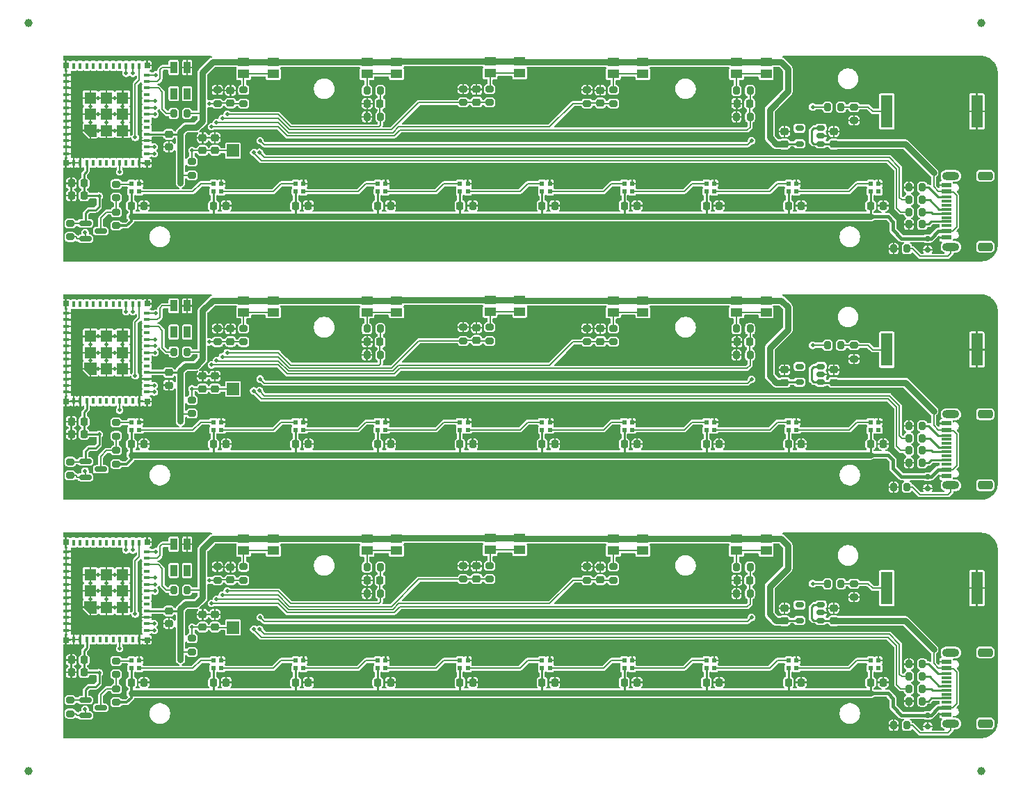
<source format=gbr>
%TF.GenerationSoftware,KiCad,Pcbnew,9.0.1*%
%TF.CreationDate,2025-12-04T09:13:59-06:00*%
%TF.ProjectId,focus_bar_panel_v1,666f6375-735f-4626-9172-5f70616e656c,rev?*%
%TF.SameCoordinates,Original*%
%TF.FileFunction,Copper,L1,Top*%
%TF.FilePolarity,Positive*%
%FSLAX46Y46*%
G04 Gerber Fmt 4.6, Leading zero omitted, Abs format (unit mm)*
G04 Created by KiCad (PCBNEW 9.0.1) date 2025-12-04 09:13:59*
%MOMM*%
%LPD*%
G01*
G04 APERTURE LIST*
G04 Aperture macros list*
%AMRoundRect*
0 Rectangle with rounded corners*
0 $1 Rounding radius*
0 $2 $3 $4 $5 $6 $7 $8 $9 X,Y pos of 4 corners*
0 Add a 4 corners polygon primitive as box body*
4,1,4,$2,$3,$4,$5,$6,$7,$8,$9,$2,$3,0*
0 Add four circle primitives for the rounded corners*
1,1,$1+$1,$2,$3*
1,1,$1+$1,$4,$5*
1,1,$1+$1,$6,$7*
1,1,$1+$1,$8,$9*
0 Add four rect primitives between the rounded corners*
20,1,$1+$1,$2,$3,$4,$5,0*
20,1,$1+$1,$4,$5,$6,$7,0*
20,1,$1+$1,$6,$7,$8,$9,0*
20,1,$1+$1,$8,$9,$2,$3,0*%
%AMFreePoly0*
4,1,14,0.728536,0.728536,0.730000,0.725000,0.730000,-0.725000,0.728536,-0.728536,0.725000,-0.730000,-0.725000,-0.730000,-0.728536,-0.728536,-0.730000,-0.725000,-0.730000,0.125000,-0.728536,0.128536,-0.128536,0.728536,-0.125000,0.730000,0.725000,0.730000,0.728536,0.728536,0.728536,0.728536,$1*%
G04 Aperture macros list end*
%TA.AperFunction,SMDPad,CuDef*%
%ADD10RoundRect,0.200000X0.200000X0.275000X-0.200000X0.275000X-0.200000X-0.275000X0.200000X-0.275000X0*%
%TD*%
%TA.AperFunction,SMDPad,CuDef*%
%ADD11RoundRect,0.200000X0.275000X-0.200000X0.275000X0.200000X-0.275000X0.200000X-0.275000X-0.200000X0*%
%TD*%
%TA.AperFunction,SMDPad,CuDef*%
%ADD12R,1.400000X1.050000*%
%TD*%
%TA.AperFunction,SMDPad,CuDef*%
%ADD13RoundRect,0.225000X-0.225000X-0.250000X0.225000X-0.250000X0.225000X0.250000X-0.225000X0.250000X0*%
%TD*%
%TA.AperFunction,SMDPad,CuDef*%
%ADD14RoundRect,0.225000X0.250000X-0.225000X0.250000X0.225000X-0.250000X0.225000X-0.250000X-0.225000X0*%
%TD*%
%TA.AperFunction,SMDPad,CuDef*%
%ADD15R,0.558800X0.558800*%
%TD*%
%TA.AperFunction,SMDPad,CuDef*%
%ADD16RoundRect,0.200000X-0.200000X-0.275000X0.200000X-0.275000X0.200000X0.275000X-0.200000X0.275000X0*%
%TD*%
%TA.AperFunction,SMDPad,CuDef*%
%ADD17R,0.812800X1.422400*%
%TD*%
%TA.AperFunction,SMDPad,CuDef*%
%ADD18RoundRect,0.225000X-0.250000X0.225000X-0.250000X-0.225000X0.250000X-0.225000X0.250000X0.225000X0*%
%TD*%
%TA.AperFunction,SMDPad,CuDef*%
%ADD19RoundRect,0.150000X0.200000X-0.150000X0.200000X0.150000X-0.200000X0.150000X-0.200000X-0.150000X0*%
%TD*%
%TA.AperFunction,SMDPad,CuDef*%
%ADD20RoundRect,0.225000X0.225000X0.250000X-0.225000X0.250000X-0.225000X-0.250000X0.225000X-0.250000X0*%
%TD*%
%TA.AperFunction,SMDPad,CuDef*%
%ADD21C,1.000000*%
%TD*%
%TA.AperFunction,SMDPad,CuDef*%
%ADD22R,0.400000X0.800000*%
%TD*%
%TA.AperFunction,SMDPad,CuDef*%
%ADD23R,0.800000X0.400000*%
%TD*%
%TA.AperFunction,SMDPad,CuDef*%
%ADD24FreePoly0,90.000000*%
%TD*%
%TA.AperFunction,ComponentPad*%
%ADD25C,0.508000*%
%TD*%
%TA.AperFunction,SMDPad,CuDef*%
%ADD26R,1.450000X1.450000*%
%TD*%
%TA.AperFunction,SMDPad,CuDef*%
%ADD27R,0.700000X0.700000*%
%TD*%
%TA.AperFunction,SMDPad,CuDef*%
%ADD28R,1.150000X0.600000*%
%TD*%
%TA.AperFunction,SMDPad,CuDef*%
%ADD29R,1.150000X0.300000*%
%TD*%
%TA.AperFunction,ComponentPad*%
%ADD30O,2.100000X1.000000*%
%TD*%
%TA.AperFunction,ComponentPad*%
%ADD31RoundRect,0.250000X0.650000X-0.250000X0.650000X0.250000X-0.650000X0.250000X-0.650000X-0.250000X0*%
%TD*%
%TA.AperFunction,SMDPad,CuDef*%
%ADD32RoundRect,0.200000X-0.275000X0.200000X-0.275000X-0.200000X0.275000X-0.200000X0.275000X0.200000X0*%
%TD*%
%TA.AperFunction,SMDPad,CuDef*%
%ADD33R,1.450000X4.000000*%
%TD*%
%TA.AperFunction,SMDPad,CuDef*%
%ADD34RoundRect,0.175000X0.325000X-0.175000X0.325000X0.175000X-0.325000X0.175000X-0.325000X-0.175000X0*%
%TD*%
%TA.AperFunction,SMDPad,CuDef*%
%ADD35RoundRect,0.150000X-0.587500X-0.150000X0.587500X-0.150000X0.587500X0.150000X-0.587500X0.150000X0*%
%TD*%
%TA.AperFunction,SMDPad,CuDef*%
%ADD36R,1.500000X1.500000*%
%TD*%
%TA.AperFunction,ViaPad*%
%ADD37C,0.508000*%
%TD*%
%TA.AperFunction,Conductor*%
%ADD38C,0.762000*%
%TD*%
%TA.AperFunction,Conductor*%
%ADD39C,0.203200*%
%TD*%
%TA.AperFunction,Conductor*%
%ADD40C,0.254000*%
%TD*%
%TA.AperFunction,Conductor*%
%ADD41C,0.457200*%
%TD*%
%TA.AperFunction,Conductor*%
%ADD42C,0.304800*%
%TD*%
G04 APERTURE END LIST*
D10*
%TO.P,R22,1*%
%TO.N,Board_1-Net-(P1-D-)*%
X199325000Y-72500500D03*
%TO.P,R22,2*%
%TO.N,Board_1-/USB_D-*%
X197675000Y-72500500D03*
%TD*%
D11*
%TO.P,R19,1*%
%TO.N,Board_0-/SW_0*%
X113500000Y-31800500D03*
%TO.P,R19,2*%
%TO.N,Board_0-GND*%
X113500000Y-30150500D03*
%TD*%
D12*
%TO.P,S7,1,1*%
%TO.N,Board_2-Net-(R30-Pad2)*%
X180300000Y-86200500D03*
%TO.P,S7,2,2*%
X176700000Y-86200500D03*
%TO.P,S7,3,3*%
%TO.N,Board_2-+3V3*%
X180300000Y-84750500D03*
%TO.P,S7,4,4*%
X176700000Y-84750500D03*
%TD*%
D13*
%TO.P,C20,1*%
%TO.N,Board_1-+5VD*%
X173025000Y-73225520D03*
%TO.P,C20,2*%
%TO.N,Board_1-GND*%
X174575000Y-73225520D03*
%TD*%
D14*
%TO.P,C22,1*%
%TO.N,Board_2-+3V3*%
X182550000Y-94735500D03*
%TO.P,C22,2*%
%TO.N,Board_2-GND*%
X182550000Y-93185500D03*
%TD*%
%TO.P,C12,1*%
%TO.N,Board_1-/CP_EN*%
X113200000Y-66500500D03*
%TO.P,C12,2*%
%TO.N,Board_1-GND*%
X113200000Y-64950500D03*
%TD*%
D15*
%TO.P,LED5,1,DIN*%
%TO.N,Board_0-Net-(LED4-DOUT)*%
X143025000Y-41550540D03*
%TO.P,LED5,2,VDD*%
%TO.N,Board_0-+5VD*%
X143025000Y-42500500D03*
%TO.P,LED5,3,DOUT*%
%TO.N,Board_0-Net-(LED5-DOUT)*%
X143975000Y-42500500D03*
%TO.P,LED5,4,GND*%
%TO.N,Board_0-GND*%
X143975000Y-41550540D03*
%TD*%
D10*
%TO.P,R16,1*%
%TO.N,Board_2-Net-(P1-SHIELD)*%
X197465000Y-107460500D03*
%TO.P,R16,2*%
%TO.N,Board_2-GND*%
X195815000Y-107460500D03*
%TD*%
%TO.P,R18,1*%
%TO.N,Board_0-Net-(P1-CC)*%
X199325000Y-46500500D03*
%TO.P,R18,2*%
%TO.N,Board_0-GND*%
X197675000Y-46500500D03*
%TD*%
D11*
%TO.P,R28,1*%
%TO.N,Board_1-/SW_3*%
X161720000Y-60785500D03*
%TO.P,R28,2*%
%TO.N,Board_1-Net-(R28-Pad2)*%
X161720000Y-59135500D03*
%TD*%
D15*
%TO.P,LED8,1,DIN*%
%TO.N,Board_0-Net-(LED7-DOUT)*%
X173025000Y-41550540D03*
%TO.P,LED8,2,VDD*%
%TO.N,Board_0-+5VD*%
X173025000Y-42500500D03*
%TO.P,LED8,3,DOUT*%
%TO.N,Board_0-Net-(LED8-DOUT)*%
X173975000Y-42500500D03*
%TO.P,LED8,4,GND*%
%TO.N,Board_0-GND*%
X173975000Y-41550540D03*
%TD*%
%TO.P,LED6,1,DIN*%
%TO.N,Board_2-Net-(LED5-DOUT)*%
X153025000Y-99550540D03*
%TO.P,LED6,2,VDD*%
%TO.N,Board_2-+5VD*%
X153025000Y-100500500D03*
%TO.P,LED6,3,DOUT*%
%TO.N,Board_2-Net-(LED6-DOUT)*%
X153975000Y-100500500D03*
%TO.P,LED6,4,GND*%
%TO.N,Board_2-GND*%
X153975000Y-99550540D03*
%TD*%
D14*
%TO.P,C27,1*%
%TO.N,Board_2-/SW_0*%
X115100000Y-89750500D03*
%TO.P,C27,2*%
%TO.N,Board_2-GND*%
X115100000Y-88200500D03*
%TD*%
D15*
%TO.P,LED3,1,DIN*%
%TO.N,Board_2-Net-(LED2-DOUT)*%
X123025000Y-99550540D03*
%TO.P,LED3,2,VDD*%
%TO.N,Board_2-+5VD*%
X123025000Y-100500500D03*
%TO.P,LED3,3,DOUT*%
%TO.N,Board_2-Net-(LED3-DOUT)*%
X123975000Y-100500500D03*
%TO.P,LED3,4,GND*%
%TO.N,Board_2-GND*%
X123975000Y-99550540D03*
%TD*%
D11*
%TO.P,R1,1*%
%TO.N,Board_0-Net-(Q1-S)*%
X95600000Y-48025500D03*
%TO.P,R1,2*%
%TO.N,Board_0-+3V3*%
X95600000Y-46375500D03*
%TD*%
D14*
%TO.P,C21,1*%
%TO.N,Board_1-+5VD*%
X188550000Y-65735500D03*
%TO.P,C21,2*%
%TO.N,Board_1-GND*%
X188550000Y-64185500D03*
%TD*%
D12*
%TO.P,S3,1,1*%
%TO.N,Board_1-Net-(R20-Pad2)*%
X120300000Y-57200500D03*
%TO.P,S3,2,2*%
X116700000Y-57200500D03*
%TO.P,S3,3,3*%
%TO.N,Board_1-+3V3*%
X120300000Y-55750500D03*
%TO.P,S3,4,4*%
X116700000Y-55750500D03*
%TD*%
D10*
%TO.P,R32,1*%
%TO.N,Board_2-Net-(LS1-Pad2)*%
X189427187Y-90207986D03*
%TO.P,R32,2*%
%TO.N,Board_2-Net-(U7-IO22)*%
X187777187Y-90207986D03*
%TD*%
D13*
%TO.P,C20,1*%
%TO.N,Board_0-+5VD*%
X173025000Y-44225520D03*
%TO.P,C20,2*%
%TO.N,Board_0-GND*%
X174575000Y-44225520D03*
%TD*%
D15*
%TO.P,LED7,1,DIN*%
%TO.N,Board_1-Net-(LED6-DOUT)*%
X163025000Y-70550540D03*
%TO.P,LED7,2,VDD*%
%TO.N,Board_1-+5VD*%
X163025000Y-71500500D03*
%TO.P,LED7,3,DOUT*%
%TO.N,Board_1-Net-(LED7-DOUT)*%
X163975000Y-71500500D03*
%TO.P,LED7,4,GND*%
%TO.N,Board_1-GND*%
X163975000Y-70550540D03*
%TD*%
%TO.P,LED2,1,DIN*%
%TO.N,Board_2-Net-(LED1-DOUT)*%
X113025000Y-99550540D03*
%TO.P,LED2,2,VDD*%
%TO.N,Board_2-+5VD*%
X113025000Y-100500500D03*
%TO.P,LED2,3,DOUT*%
%TO.N,Board_2-Net-(LED2-DOUT)*%
X113975000Y-100500500D03*
%TO.P,LED2,4,GND*%
%TO.N,Board_2-GND*%
X113975000Y-99550540D03*
%TD*%
D16*
%TO.P,R12,1*%
%TO.N,Board_0-Net-(U7-IO08)*%
X108175000Y-33000500D03*
%TO.P,R12,2*%
%TO.N,Board_0-+3V3*%
X109825000Y-33000500D03*
%TD*%
D17*
%TO.P,S2,1*%
%TO.N,Board_1-GND*%
X109825000Y-56400300D03*
%TO.P,S2,2*%
%TO.N,Board_1-Net-(U7-IO9)*%
X108175000Y-56400300D03*
%TO.P,S2,3*%
%TO.N,N/C*%
X108175000Y-59600700D03*
%TO.P,S2,4*%
X109825000Y-59600700D03*
%TD*%
D14*
%TO.P,C21,1*%
%TO.N,Board_0-+5VD*%
X188550000Y-36735500D03*
%TO.P,C21,2*%
%TO.N,Board_0-GND*%
X188550000Y-35185500D03*
%TD*%
D18*
%TO.P,C13,1*%
%TO.N,Board_0-+3V3*%
X107600000Y-35525500D03*
%TO.P,C13,2*%
%TO.N,Board_0-GND*%
X107600000Y-37075500D03*
%TD*%
D13*
%TO.P,C24,1*%
%TO.N,Board_1-+5VD*%
X123025000Y-73225520D03*
%TO.P,C24,2*%
%TO.N,Board_1-GND*%
X124575000Y-73225520D03*
%TD*%
%TO.P,C16,1*%
%TO.N,Board_1-+5VD*%
X103025000Y-73225520D03*
%TO.P,C16,2*%
%TO.N,Board_1-GND*%
X104575000Y-73225520D03*
%TD*%
D12*
%TO.P,S7,1,1*%
%TO.N,Board_1-Net-(R30-Pad2)*%
X180300000Y-57200500D03*
%TO.P,S7,2,2*%
X176700000Y-57200500D03*
%TO.P,S7,3,3*%
%TO.N,Board_1-+3V3*%
X180300000Y-55750500D03*
%TO.P,S7,4,4*%
X176700000Y-55750500D03*
%TD*%
D10*
%TO.P,R30,1*%
%TO.N,Board_0-/SW_4*%
X178350000Y-30200500D03*
%TO.P,R30,2*%
%TO.N,Board_0-Net-(R30-Pad2)*%
X176700000Y-30200500D03*
%TD*%
D12*
%TO.P,S6,1,1*%
%TO.N,Board_2-Net-(R28-Pad2)*%
X165300000Y-86200500D03*
%TO.P,S6,2,2*%
X161700000Y-86200500D03*
%TO.P,S6,3,3*%
%TO.N,Board_2-+3V3*%
X165300000Y-84750500D03*
%TO.P,S6,4,4*%
X161700000Y-84750500D03*
%TD*%
D15*
%TO.P,LED7,1,DIN*%
%TO.N,Board_2-Net-(LED6-DOUT)*%
X163025000Y-99550540D03*
%TO.P,LED7,2,VDD*%
%TO.N,Board_2-+5VD*%
X163025000Y-100500500D03*
%TO.P,LED7,3,DOUT*%
%TO.N,Board_2-Net-(LED7-DOUT)*%
X163975000Y-100500500D03*
%TO.P,LED7,4,GND*%
%TO.N,Board_2-GND*%
X163975000Y-99550540D03*
%TD*%
D19*
%TO.P,D5,1*%
%TO.N,Board_1-+5VD*%
X199980000Y-77210500D03*
%TO.P,D5,2*%
%TO.N,Board_1-GND*%
X199980000Y-78610500D03*
%TD*%
D20*
%TO.P,C9,1*%
%TO.N,Board_1-+3V3*%
X97275000Y-72000500D03*
%TO.P,C9,2*%
%TO.N,Board_1-GND*%
X95725000Y-72000500D03*
%TD*%
D12*
%TO.P,S3,1,1*%
%TO.N,Board_0-Net-(R20-Pad2)*%
X120300000Y-28200500D03*
%TO.P,S3,2,2*%
X116700000Y-28200500D03*
%TO.P,S3,3,3*%
%TO.N,Board_0-+3V3*%
X120300000Y-26750500D03*
%TO.P,S3,4,4*%
X116700000Y-26750500D03*
%TD*%
D21*
%TO.P,KiKit_FID_T_2,*%
%TO.N,*%
X206500000Y-22000000D03*
%TD*%
D14*
%TO.P,C10,1*%
%TO.N,Board_1-/CP_EN*%
X111700000Y-66500500D03*
%TO.P,C10,2*%
%TO.N,Board_1-GND*%
X111700000Y-64950500D03*
%TD*%
D12*
%TO.P,S5,1,1*%
%TO.N,Board_2-Net-(R26-Pad2)*%
X150300000Y-86125500D03*
%TO.P,S5,2,2*%
X146700000Y-86125500D03*
%TO.P,S5,3,3*%
%TO.N,Board_2-+3V3*%
X150300000Y-84675500D03*
%TO.P,S5,4,4*%
X146700000Y-84675500D03*
%TD*%
D13*
%TO.P,C25,1*%
%TO.N,Board_1-+5VD*%
X143025000Y-73225520D03*
%TO.P,C25,2*%
%TO.N,Board_1-GND*%
X144575000Y-73225520D03*
%TD*%
D12*
%TO.P,S5,1,1*%
%TO.N,Board_1-Net-(R26-Pad2)*%
X150300000Y-57125500D03*
%TO.P,S5,2,2*%
X146700000Y-57125500D03*
%TO.P,S5,3,3*%
%TO.N,Board_1-+3V3*%
X150300000Y-55675500D03*
%TO.P,S5,4,4*%
X146700000Y-55675500D03*
%TD*%
D15*
%TO.P,LED4,1,DIN*%
%TO.N,Board_1-Net-(LED3-DOUT)*%
X133025000Y-70550540D03*
%TO.P,LED4,2,VDD*%
%TO.N,Board_1-+5VD*%
X133025000Y-71500500D03*
%TO.P,LED4,3,DOUT*%
%TO.N,Board_1-Net-(LED4-DOUT)*%
X133975000Y-71500500D03*
%TO.P,LED4,4,GND*%
%TO.N,Board_1-GND*%
X133975000Y-70550540D03*
%TD*%
D13*
%TO.P,C17,1*%
%TO.N,Board_2-+5VD*%
X113025000Y-102225520D03*
%TO.P,C17,2*%
%TO.N,Board_2-GND*%
X114575000Y-102225520D03*
%TD*%
D10*
%TO.P,R22,1*%
%TO.N,Board_2-Net-(P1-D-)*%
X199325000Y-101500500D03*
%TO.P,R22,2*%
%TO.N,Board_2-/USB_D-*%
X197675000Y-101500500D03*
%TD*%
D15*
%TO.P,LED4,1,DIN*%
%TO.N,Board_2-Net-(LED3-DOUT)*%
X133025000Y-99550540D03*
%TO.P,LED4,2,VDD*%
%TO.N,Board_2-+5VD*%
X133025000Y-100500500D03*
%TO.P,LED4,3,DOUT*%
%TO.N,Board_2-Net-(LED4-DOUT)*%
X133975000Y-100500500D03*
%TO.P,LED4,4,GND*%
%TO.N,Board_2-GND*%
X133975000Y-99550540D03*
%TD*%
D13*
%TO.P,C28,1*%
%TO.N,Board_2-+5VD*%
X183025000Y-102225520D03*
%TO.P,C28,2*%
%TO.N,Board_2-GND*%
X184575000Y-102225520D03*
%TD*%
D22*
%TO.P,U7,1,GND*%
%TO.N,Board_1-GND*%
X96000000Y-68000500D03*
%TO.P,U7,2,GND*%
X96800000Y-68000500D03*
%TO.P,U7,3,3v3*%
%TO.N,Board_1-+3V3*%
X97600000Y-68000500D03*
%TO.P,U7,4,NC*%
%TO.N,Board_1-unconnected-(U7-NC-Pad4)*%
X98400000Y-68000500D03*
%TO.P,U7,5,IO2*%
%TO.N,Board_1-unconnected-(U7-IO2-Pad5)*%
X99200000Y-68000500D03*
%TO.P,U7,6,IO3*%
%TO.N,Board_1-unconnected-(U7-IO3-Pad6)*%
X100000000Y-68000500D03*
%TO.P,U7,7,NC*%
%TO.N,Board_1-unconnected-(U7-NC-Pad7)*%
X100800000Y-68000500D03*
%TO.P,U7,8,EN*%
%TO.N,Board_1-/CP_EN*%
X101600000Y-68000500D03*
%TO.P,U7,9,IO0*%
%TO.N,Board_1-unconnected-(U7-IO0-Pad9)*%
X102400000Y-68000500D03*
%TO.P,U7,10,IO01*%
%TO.N,Board_1-unconnected-(U7-IO01-Pad10)*%
X103200000Y-68000500D03*
%TO.P,U7,11,GND*%
%TO.N,Board_1-GND*%
X104000000Y-68000500D03*
D23*
%TO.P,U7,12,IO13*%
%TO.N,Board_1-/SW_4*%
X104900000Y-66900500D03*
%TO.P,U7,13,IO14*%
%TO.N,Board_1-/SW_3*%
X104900000Y-66100500D03*
%TO.P,U7,14,GND*%
%TO.N,Board_1-GND*%
X104900000Y-65300500D03*
%TO.P,U7,15,VBAT*%
%TO.N,Board_1-+3V3*%
X104900000Y-64500500D03*
%TO.P,U7,16,IO12*%
%TO.N,Board_1-unconnected-(U7-IO12-Pad16)*%
X104900000Y-63700500D03*
%TO.P,U7,17,NC*%
%TO.N,Board_1-unconnected-(U7-NC-Pad17)*%
X104900000Y-62900500D03*
%TO.P,U7,18,IO4*%
%TO.N,Board_1-/SW_2*%
X104900000Y-62100500D03*
%TO.P,U7,19,IO5*%
%TO.N,Board_1-/SW_1*%
X104900000Y-61300500D03*
%TO.P,U7,20,IO10*%
%TO.N,Board_1-/SW_0*%
X104900000Y-60500500D03*
%TO.P,U7,21,IO11*%
%TO.N,Board_1-unconnected-(U7-IO11-Pad21)*%
X104900000Y-59700500D03*
%TO.P,U7,22,IO08*%
%TO.N,Board_1-Net-(U7-IO08)*%
X104900000Y-58900500D03*
%TO.P,U7,23,IO9*%
%TO.N,Board_1-Net-(U7-IO9)*%
X104900000Y-58100500D03*
%TO.P,U7,24,IO22*%
%TO.N,Board_1-Net-(U7-IO22)*%
X104900000Y-57300500D03*
D22*
%TO.P,U7,25,IO25*%
%TO.N,Board_1-Net-(Q1-S)*%
X104000000Y-56200500D03*
%TO.P,U7,26,IO26*%
%TO.N,Board_1-/USB_D-*%
X103200000Y-56200500D03*
%TO.P,U7,27,IO27*%
%TO.N,Board_1-/USB_D+*%
X102400000Y-56200500D03*
%TO.P,U7,28,NC*%
%TO.N,Board_1-unconnected-(U7-NC-Pad28)*%
X101600000Y-56200500D03*
%TO.P,U7,29,NC*%
%TO.N,Board_1-unconnected-(U7-NC-Pad29)*%
X100800000Y-56200500D03*
%TO.P,U7,30,RXD0*%
%TO.N,Board_1-unconnected-(U7-RXD0-Pad30)*%
X100000000Y-56200500D03*
%TO.P,U7,31,TXD0*%
%TO.N,Board_1-unconnected-(U7-TXD0-Pad31)*%
X99200000Y-56200500D03*
%TO.P,U7,32,NC*%
%TO.N,Board_1-unconnected-(U7-NC-Pad32)*%
X98400000Y-56200500D03*
%TO.P,U7,33,NC*%
%TO.N,Board_1-unconnected-(U7-NC-Pad33)*%
X97600000Y-56200500D03*
%TO.P,U7,34,NC*%
%TO.N,Board_1-unconnected-(U7-NC-Pad34)*%
X96800000Y-56200500D03*
%TO.P,U7,35,NC*%
%TO.N,Board_1-unconnected-(U7-NC-Pad35)*%
X96000000Y-56200500D03*
D23*
%TO.P,U7,36,GND*%
%TO.N,Board_1-GND*%
X95100000Y-57300500D03*
%TO.P,U7,37,GND*%
X95100000Y-58100500D03*
%TO.P,U7,38,GND*%
X95100000Y-58900500D03*
%TO.P,U7,39,GND*%
X95100000Y-59700500D03*
%TO.P,U7,40,GND*%
X95100000Y-60500500D03*
%TO.P,U7,41,GND*%
X95100000Y-61300500D03*
%TO.P,U7,42,GND*%
X95100000Y-62100500D03*
%TO.P,U7,43,GND*%
X95100000Y-62900500D03*
%TO.P,U7,44,GND*%
X95100000Y-63700500D03*
%TO.P,U7,45,GND*%
X95100000Y-64500500D03*
%TO.P,U7,46,GND*%
X95100000Y-65300500D03*
%TO.P,U7,47,GND*%
X95100000Y-66100500D03*
%TO.P,U7,48,GND*%
X95100000Y-66900500D03*
D24*
%TO.P,U7,49,EPAD*%
X98025000Y-64075500D03*
D25*
X99012500Y-64075500D03*
D26*
X100000000Y-64075500D03*
D25*
X100987500Y-64075500D03*
D26*
X101975000Y-64075500D03*
D25*
X98025000Y-63088000D03*
X100000000Y-63088000D03*
X101975000Y-63088000D03*
D26*
X98025000Y-62100500D03*
D25*
X99012500Y-62100500D03*
D26*
X100000000Y-62100500D03*
D25*
X100987500Y-62100500D03*
D26*
X101975000Y-62100500D03*
D25*
X98025000Y-61113000D03*
X100000000Y-61113000D03*
X101975000Y-61113000D03*
D26*
X98025000Y-60125500D03*
D25*
X99012500Y-60125500D03*
D26*
X100000000Y-60125500D03*
D25*
X100987500Y-60125500D03*
D26*
X101975000Y-60125500D03*
D27*
%TO.P,U7,50,GND*%
X95050000Y-56150500D03*
%TO.P,U7,51,GND*%
X104950000Y-56150500D03*
%TO.P,U7,52,GND*%
X104950000Y-68050500D03*
%TO.P,U7,53,GND*%
X95050000Y-68050500D03*
%TD*%
D11*
%TO.P,R26,1*%
%TO.N,Board_0-/SW_2*%
X146645000Y-31665500D03*
%TO.P,R26,2*%
%TO.N,Board_0-Net-(R26-Pad2)*%
X146645000Y-30015500D03*
%TD*%
D15*
%TO.P,LED10,1,DIN*%
%TO.N,Board_1-Net-(LED10-DIN)*%
X193025000Y-70550540D03*
%TO.P,LED10,2,VDD*%
%TO.N,Board_1-+5VD*%
X193025000Y-71500500D03*
%TO.P,LED10,3,DOUT*%
%TO.N,Board_1-unconnected-(LED10-DOUT-Pad3)*%
X193975000Y-71500500D03*
%TO.P,LED10,4,GND*%
%TO.N,Board_1-GND*%
X193975000Y-70550540D03*
%TD*%
D13*
%TO.P,C26,1*%
%TO.N,Board_2-+5VD*%
X163025000Y-102225520D03*
%TO.P,C26,2*%
%TO.N,Board_2-GND*%
X164575000Y-102225520D03*
%TD*%
D11*
%TO.P,R26,1*%
%TO.N,Board_2-/SW_2*%
X146645000Y-89665500D03*
%TO.P,R26,2*%
%TO.N,Board_2-Net-(R26-Pad2)*%
X146645000Y-88015500D03*
%TD*%
D13*
%TO.P,C25,1*%
%TO.N,Board_0-+5VD*%
X143025000Y-44225520D03*
%TO.P,C25,2*%
%TO.N,Board_0-GND*%
X144575000Y-44225520D03*
%TD*%
D11*
%TO.P,R11,1*%
%TO.N,Board_2-+3V3*%
X110390000Y-98515500D03*
%TO.P,R11,2*%
%TO.N,Board_2-/CP_EN*%
X110390000Y-96865500D03*
%TD*%
D28*
%TO.P,P1,A1,GND*%
%TO.N,Board_1-GND*%
X202225000Y-77110500D03*
%TO.P,P1,A4,VBUS*%
%TO.N,Board_1-+5VD*%
X202225000Y-76310500D03*
D29*
%TO.P,P1,A5,CC*%
%TO.N,Board_1-Net-(P1-CC)*%
X202225000Y-75160500D03*
%TO.P,P1,A6,D+*%
%TO.N,Board_1-Net-(P1-D+)*%
X202225000Y-74160500D03*
%TO.P,P1,A7,D-*%
%TO.N,Board_1-Net-(P1-D-)*%
X202225000Y-73660500D03*
%TO.P,P1,A8*%
%TO.N,N/C*%
X202225000Y-72660500D03*
D28*
%TO.P,P1,A9,VBUS*%
%TO.N,Board_1-+5VD*%
X202225000Y-71510500D03*
%TO.P,P1,A12,GND*%
%TO.N,Board_1-GND*%
X202225000Y-70710500D03*
D29*
%TO.P,P1,B5,VCONN*%
%TO.N,Board_1-Net-(P1-VCONN)*%
X202225000Y-72160500D03*
%TO.P,P1,B6*%
%TO.N,N/C*%
X202225000Y-73160500D03*
%TO.P,P1,B7*%
X202225000Y-74660500D03*
%TO.P,P1,B8*%
X202225000Y-75660500D03*
D30*
%TO.P,P1,S1,SHIELD*%
%TO.N,Board_1-Net-(P1-SHIELD)*%
X202800000Y-78230500D03*
%TO.P,P1,SH2*%
%TO.N,N/C*%
X202800000Y-69590500D03*
D31*
%TO.P,P1,SH3*%
X206980000Y-78230500D03*
%TO.P,P1,SH4*%
X206980000Y-69590500D03*
%TD*%
D13*
%TO.P,C19,1*%
%TO.N,Board_2-+5VD*%
X153025000Y-102225520D03*
%TO.P,C19,2*%
%TO.N,Board_2-GND*%
X154575000Y-102225520D03*
%TD*%
%TO.P,C28,1*%
%TO.N,Board_1-+5VD*%
X183025000Y-73225520D03*
%TO.P,C28,2*%
%TO.N,Board_1-GND*%
X184575000Y-73225520D03*
%TD*%
D11*
%TO.P,R1,1*%
%TO.N,Board_1-Net-(Q1-S)*%
X95600000Y-77025500D03*
%TO.P,R1,2*%
%TO.N,Board_1-+3V3*%
X95600000Y-75375500D03*
%TD*%
D32*
%TO.P,R31,1*%
%TO.N,Board_1-Net-(LS1-Pad2)*%
X191002187Y-61207986D03*
%TO.P,R31,2*%
%TO.N,Board_1-GND*%
X191002187Y-62857986D03*
%TD*%
D12*
%TO.P,S4,1,1*%
%TO.N,Board_1-Net-(R24-Pad2)*%
X135300000Y-57200500D03*
%TO.P,S4,2,2*%
X131700000Y-57200500D03*
%TO.P,S4,3,3*%
%TO.N,Board_1-+3V3*%
X135300000Y-55750500D03*
%TO.P,S4,4,4*%
X131700000Y-55750500D03*
%TD*%
D33*
%TO.P,LS1,1,1*%
%TO.N,Board_1-GND*%
X205955000Y-61740500D03*
%TO.P,LS1,2,2*%
%TO.N,Board_1-Net-(LS1-Pad2)*%
X195005000Y-61740500D03*
%TD*%
D14*
%TO.P,C32,1*%
%TO.N,Board_2-/SW_3*%
X160120000Y-89735500D03*
%TO.P,C32,2*%
%TO.N,Board_2-GND*%
X160120000Y-88185500D03*
%TD*%
D21*
%TO.P,KiKit_FID_T_1,*%
%TO.N,*%
X90500000Y-22000000D03*
%TD*%
D15*
%TO.P,LED5,1,DIN*%
%TO.N,Board_1-Net-(LED4-DOUT)*%
X143025000Y-70550540D03*
%TO.P,LED5,2,VDD*%
%TO.N,Board_1-+5VD*%
X143025000Y-71500500D03*
%TO.P,LED5,3,DOUT*%
%TO.N,Board_1-Net-(LED5-DOUT)*%
X143975000Y-71500500D03*
%TO.P,LED5,4,GND*%
%TO.N,Board_1-GND*%
X143975000Y-70550540D03*
%TD*%
D11*
%TO.P,R26,1*%
%TO.N,Board_1-/SW_2*%
X146645000Y-60665500D03*
%TO.P,R26,2*%
%TO.N,Board_1-Net-(R26-Pad2)*%
X146645000Y-59015500D03*
%TD*%
D13*
%TO.P,C18,1*%
%TO.N,Board_0-+5VD*%
X133025000Y-44225520D03*
%TO.P,C18,2*%
%TO.N,Board_0-GND*%
X134575000Y-44225520D03*
%TD*%
D12*
%TO.P,S6,1,1*%
%TO.N,Board_1-Net-(R28-Pad2)*%
X165300000Y-57200500D03*
%TO.P,S6,2,2*%
X161700000Y-57200500D03*
%TO.P,S6,3,3*%
%TO.N,Board_1-+3V3*%
X165300000Y-55750500D03*
%TO.P,S6,4,4*%
X161700000Y-55750500D03*
%TD*%
D20*
%TO.P,C30,1*%
%TO.N,Board_1-/SW_1*%
X133300000Y-60800500D03*
%TO.P,C30,2*%
%TO.N,Board_1-GND*%
X131750000Y-60800500D03*
%TD*%
%TO.P,C33,1*%
%TO.N,Board_0-/SW_4*%
X178300000Y-31800500D03*
%TO.P,C33,2*%
%TO.N,Board_0-GND*%
X176750000Y-31800500D03*
%TD*%
D15*
%TO.P,LED10,1,DIN*%
%TO.N,Board_0-Net-(LED10-DIN)*%
X193025000Y-41550540D03*
%TO.P,LED10,2,VDD*%
%TO.N,Board_0-+5VD*%
X193025000Y-42500500D03*
%TO.P,LED10,3,DOUT*%
%TO.N,Board_0-unconnected-(LED10-DOUT-Pad3)*%
X193975000Y-42500500D03*
%TO.P,LED10,4,GND*%
%TO.N,Board_0-GND*%
X193975000Y-41550540D03*
%TD*%
D32*
%TO.P,R4,1*%
%TO.N,Board_2-Net-(Q1-D)*%
X101200000Y-103000520D03*
%TO.P,R4,2*%
%TO.N,Board_2-+5VD*%
X101200000Y-104650520D03*
%TD*%
D11*
%TO.P,R5,1*%
%TO.N,Board_1-Net-(Q1-D)*%
X101200000Y-72250520D03*
%TO.P,R5,2*%
%TO.N,Board_1-Net-(LED1-DIN)*%
X101200000Y-70600520D03*
%TD*%
D13*
%TO.P,C17,1*%
%TO.N,Board_0-+5VD*%
X113025000Y-44225520D03*
%TO.P,C17,2*%
%TO.N,Board_0-GND*%
X114575000Y-44225520D03*
%TD*%
D34*
%TO.P,U6,1,VIN*%
%TO.N,Board_0-+5VD*%
X186965000Y-36685500D03*
%TO.P,U6,2,GND*%
%TO.N,Board_0-GND*%
X186965000Y-35735500D03*
%TO.P,U6,3,EN*%
%TO.N,Board_0-+5VD*%
X186965000Y-34785500D03*
%TO.P,U6,4,NC*%
%TO.N,Board_0-unconnected-(U6-NC-Pad4)*%
X184365000Y-34785500D03*
%TO.P,U6,5,VOUT*%
%TO.N,Board_0-+3V3*%
X184365000Y-36685500D03*
%TD*%
D10*
%TO.P,R17,1*%
%TO.N,Board_0-Net-(P1-VCONN)*%
X199325000Y-42000500D03*
%TO.P,R17,2*%
%TO.N,Board_0-GND*%
X197675000Y-42000500D03*
%TD*%
D13*
%TO.P,C17,1*%
%TO.N,Board_1-+5VD*%
X113025000Y-73225520D03*
%TO.P,C17,2*%
%TO.N,Board_1-GND*%
X114575000Y-73225520D03*
%TD*%
D11*
%TO.P,R5,1*%
%TO.N,Board_2-Net-(Q1-D)*%
X101200000Y-101250520D03*
%TO.P,R5,2*%
%TO.N,Board_2-Net-(LED1-DIN)*%
X101200000Y-99600520D03*
%TD*%
D10*
%TO.P,R32,1*%
%TO.N,Board_0-Net-(LS1-Pad2)*%
X189427187Y-32207986D03*
%TO.P,R32,2*%
%TO.N,Board_0-Net-(U7-IO22)*%
X187777187Y-32207986D03*
%TD*%
D11*
%TO.P,R25,1*%
%TO.N,Board_2-/SW_2*%
X143445000Y-89665500D03*
%TO.P,R25,2*%
%TO.N,Board_2-GND*%
X143445000Y-88015500D03*
%TD*%
D21*
%TO.P,KiKit_FID_T_4,*%
%TO.N,*%
X206500000Y-113001500D03*
%TD*%
D15*
%TO.P,LED1,1,DIN*%
%TO.N,Board_0-Net-(LED1-DIN)*%
X103025000Y-41550540D03*
%TO.P,LED1,2,VDD*%
%TO.N,Board_0-+5VD*%
X103025000Y-42500500D03*
%TO.P,LED1,3,DOUT*%
%TO.N,Board_0-Net-(LED1-DOUT)*%
X103975000Y-42500500D03*
%TO.P,LED1,4,GND*%
%TO.N,Board_0-GND*%
X103975000Y-41550540D03*
%TD*%
%TO.P,LED6,1,DIN*%
%TO.N,Board_0-Net-(LED5-DOUT)*%
X153025000Y-41550540D03*
%TO.P,LED6,2,VDD*%
%TO.N,Board_0-+5VD*%
X153025000Y-42500500D03*
%TO.P,LED6,3,DOUT*%
%TO.N,Board_0-Net-(LED6-DOUT)*%
X153975000Y-42500500D03*
%TO.P,LED6,4,GND*%
%TO.N,Board_0-GND*%
X153975000Y-41550540D03*
%TD*%
D14*
%TO.P,C10,1*%
%TO.N,Board_0-/CP_EN*%
X111700000Y-37500500D03*
%TO.P,C10,2*%
%TO.N,Board_0-GND*%
X111700000Y-35950500D03*
%TD*%
D20*
%TO.P,C11,1*%
%TO.N,Board_2-+3V3*%
X97275000Y-99500500D03*
%TO.P,C11,2*%
%TO.N,Board_2-GND*%
X95725000Y-99500500D03*
%TD*%
D16*
%TO.P,R21,1*%
%TO.N,Board_2-/USB_D+*%
X197675000Y-103000500D03*
%TO.P,R21,2*%
%TO.N,Board_2-Net-(P1-D+)*%
X199325000Y-103000500D03*
%TD*%
D21*
%TO.P,KiKit_FID_T_3,*%
%TO.N,*%
X90500000Y-113001500D03*
%TD*%
D33*
%TO.P,LS1,1,1*%
%TO.N,Board_0-GND*%
X205955000Y-32740500D03*
%TO.P,LS1,2,2*%
%TO.N,Board_0-Net-(LS1-Pad2)*%
X195005000Y-32740500D03*
%TD*%
D15*
%TO.P,LED3,1,DIN*%
%TO.N,Board_0-Net-(LED2-DOUT)*%
X123025000Y-41550540D03*
%TO.P,LED3,2,VDD*%
%TO.N,Board_0-+5VD*%
X123025000Y-42500500D03*
%TO.P,LED3,3,DOUT*%
%TO.N,Board_0-Net-(LED3-DOUT)*%
X123975000Y-42500500D03*
%TO.P,LED3,4,GND*%
%TO.N,Board_0-GND*%
X123975000Y-41550540D03*
%TD*%
D13*
%TO.P,C24,1*%
%TO.N,Board_2-+5VD*%
X123025000Y-102225520D03*
%TO.P,C24,2*%
%TO.N,Board_2-GND*%
X124575000Y-102225520D03*
%TD*%
D15*
%TO.P,LED1,1,DIN*%
%TO.N,Board_1-Net-(LED1-DIN)*%
X103025000Y-70550540D03*
%TO.P,LED1,2,VDD*%
%TO.N,Board_1-+5VD*%
X103025000Y-71500500D03*
%TO.P,LED1,3,DOUT*%
%TO.N,Board_1-Net-(LED1-DOUT)*%
X103975000Y-71500500D03*
%TO.P,LED1,4,GND*%
%TO.N,Board_1-GND*%
X103975000Y-70550540D03*
%TD*%
D11*
%TO.P,R1,1*%
%TO.N,Board_2-Net-(Q1-S)*%
X95600000Y-106025500D03*
%TO.P,R1,2*%
%TO.N,Board_2-+3V3*%
X95600000Y-104375500D03*
%TD*%
D28*
%TO.P,P1,A1,GND*%
%TO.N,Board_2-GND*%
X202225000Y-106110500D03*
%TO.P,P1,A4,VBUS*%
%TO.N,Board_2-+5VD*%
X202225000Y-105310500D03*
D29*
%TO.P,P1,A5,CC*%
%TO.N,Board_2-Net-(P1-CC)*%
X202225000Y-104160500D03*
%TO.P,P1,A6,D+*%
%TO.N,Board_2-Net-(P1-D+)*%
X202225000Y-103160500D03*
%TO.P,P1,A7,D-*%
%TO.N,Board_2-Net-(P1-D-)*%
X202225000Y-102660500D03*
%TO.P,P1,A8*%
%TO.N,N/C*%
X202225000Y-101660500D03*
D28*
%TO.P,P1,A9,VBUS*%
%TO.N,Board_2-+5VD*%
X202225000Y-100510500D03*
%TO.P,P1,A12,GND*%
%TO.N,Board_2-GND*%
X202225000Y-99710500D03*
D29*
%TO.P,P1,B5,VCONN*%
%TO.N,Board_2-Net-(P1-VCONN)*%
X202225000Y-101160500D03*
%TO.P,P1,B6*%
%TO.N,N/C*%
X202225000Y-102160500D03*
%TO.P,P1,B7*%
X202225000Y-103660500D03*
%TO.P,P1,B8*%
X202225000Y-104660500D03*
D30*
%TO.P,P1,S1,SHIELD*%
%TO.N,Board_2-Net-(P1-SHIELD)*%
X202800000Y-107230500D03*
%TO.P,P1,SH2*%
%TO.N,N/C*%
X202800000Y-98590500D03*
D31*
%TO.P,P1,SH3*%
X206980000Y-107230500D03*
%TO.P,P1,SH4*%
X206980000Y-98590500D03*
%TD*%
D14*
%TO.P,C27,1*%
%TO.N,Board_1-/SW_0*%
X115100000Y-60750500D03*
%TO.P,C27,2*%
%TO.N,Board_1-GND*%
X115100000Y-59200500D03*
%TD*%
D20*
%TO.P,C9,1*%
%TO.N,Board_2-+3V3*%
X97275000Y-101000500D03*
%TO.P,C9,2*%
%TO.N,Board_2-GND*%
X95725000Y-101000500D03*
%TD*%
D34*
%TO.P,U6,1,VIN*%
%TO.N,Board_2-+5VD*%
X186965000Y-94685500D03*
%TO.P,U6,2,GND*%
%TO.N,Board_2-GND*%
X186965000Y-93735500D03*
%TO.P,U6,3,EN*%
%TO.N,Board_2-+5VD*%
X186965000Y-92785500D03*
%TO.P,U6,4,NC*%
%TO.N,Board_2-unconnected-(U6-NC-Pad4)*%
X184365000Y-92785500D03*
%TO.P,U6,5,VOUT*%
%TO.N,Board_2-+3V3*%
X184365000Y-94685500D03*
%TD*%
D14*
%TO.P,C31,1*%
%TO.N,Board_1-/SW_2*%
X145045000Y-60615500D03*
%TO.P,C31,2*%
%TO.N,Board_1-GND*%
X145045000Y-59065500D03*
%TD*%
D17*
%TO.P,S2,1*%
%TO.N,Board_2-GND*%
X109825000Y-85400300D03*
%TO.P,S2,2*%
%TO.N,Board_2-Net-(U7-IO9)*%
X108175000Y-85400300D03*
%TO.P,S2,3*%
%TO.N,N/C*%
X108175000Y-88600700D03*
%TO.P,S2,4*%
X109825000Y-88600700D03*
%TD*%
D11*
%TO.P,R28,1*%
%TO.N,Board_0-/SW_3*%
X161720000Y-31785500D03*
%TO.P,R28,2*%
%TO.N,Board_0-Net-(R28-Pad2)*%
X161720000Y-30135500D03*
%TD*%
D32*
%TO.P,R4,1*%
%TO.N,Board_1-Net-(Q1-D)*%
X101200000Y-74000520D03*
%TO.P,R4,2*%
%TO.N,Board_1-+5VD*%
X101200000Y-75650520D03*
%TD*%
D12*
%TO.P,S6,1,1*%
%TO.N,Board_0-Net-(R28-Pad2)*%
X165300000Y-28200500D03*
%TO.P,S6,2,2*%
X161700000Y-28200500D03*
%TO.P,S6,3,3*%
%TO.N,Board_0-+3V3*%
X165300000Y-26750500D03*
%TO.P,S6,4,4*%
X161700000Y-26750500D03*
%TD*%
D15*
%TO.P,LED6,1,DIN*%
%TO.N,Board_1-Net-(LED5-DOUT)*%
X153025000Y-70550540D03*
%TO.P,LED6,2,VDD*%
%TO.N,Board_1-+5VD*%
X153025000Y-71500500D03*
%TO.P,LED6,3,DOUT*%
%TO.N,Board_1-Net-(LED6-DOUT)*%
X153975000Y-71500500D03*
%TO.P,LED6,4,GND*%
%TO.N,Board_1-GND*%
X153975000Y-70550540D03*
%TD*%
D14*
%TO.P,C31,1*%
%TO.N,Board_2-/SW_2*%
X145045000Y-89615500D03*
%TO.P,C31,2*%
%TO.N,Board_2-GND*%
X145045000Y-88065500D03*
%TD*%
D16*
%TO.P,R21,1*%
%TO.N,Board_0-/USB_D+*%
X197675000Y-45000500D03*
%TO.P,R21,2*%
%TO.N,Board_0-Net-(P1-D+)*%
X199325000Y-45000500D03*
%TD*%
D13*
%TO.P,C26,1*%
%TO.N,Board_1-+5VD*%
X163025000Y-73225520D03*
%TO.P,C26,2*%
%TO.N,Board_1-GND*%
X164575000Y-73225520D03*
%TD*%
%TO.P,C18,1*%
%TO.N,Board_2-+5VD*%
X133025000Y-102225520D03*
%TO.P,C18,2*%
%TO.N,Board_2-GND*%
X134575000Y-102225520D03*
%TD*%
D11*
%TO.P,R25,1*%
%TO.N,Board_1-/SW_2*%
X143445000Y-60665500D03*
%TO.P,R25,2*%
%TO.N,Board_1-GND*%
X143445000Y-59015500D03*
%TD*%
D10*
%TO.P,R32,1*%
%TO.N,Board_1-Net-(LS1-Pad2)*%
X189427187Y-61207986D03*
%TO.P,R32,2*%
%TO.N,Board_1-Net-(U7-IO22)*%
X187777187Y-61207986D03*
%TD*%
D35*
%TO.P,Q1,1,G*%
%TO.N,Board_1-+3V3*%
X97425000Y-75350500D03*
%TO.P,Q1,2,S*%
%TO.N,Board_1-Net-(Q1-S)*%
X97425000Y-77250500D03*
%TO.P,Q1,3,D*%
%TO.N,Board_1-Net-(Q1-D)*%
X99300000Y-76300500D03*
%TD*%
D13*
%TO.P,C29,1*%
%TO.N,Board_2-+5VD*%
X193025000Y-102225520D03*
%TO.P,C29,2*%
%TO.N,Board_2-GND*%
X194575000Y-102225520D03*
%TD*%
%TO.P,C26,1*%
%TO.N,Board_0-+5VD*%
X163025000Y-44225520D03*
%TO.P,C26,2*%
%TO.N,Board_0-GND*%
X164575000Y-44225520D03*
%TD*%
D10*
%TO.P,R30,1*%
%TO.N,Board_2-/SW_4*%
X178350000Y-88200500D03*
%TO.P,R30,2*%
%TO.N,Board_2-Net-(R30-Pad2)*%
X176700000Y-88200500D03*
%TD*%
D14*
%TO.P,C32,1*%
%TO.N,Board_1-/SW_3*%
X160120000Y-60735500D03*
%TO.P,C32,2*%
%TO.N,Board_1-GND*%
X160120000Y-59185500D03*
%TD*%
D11*
%TO.P,R11,1*%
%TO.N,Board_0-+3V3*%
X110390000Y-40515500D03*
%TO.P,R11,2*%
%TO.N,Board_0-/CP_EN*%
X110390000Y-38865500D03*
%TD*%
%TO.P,R27,1*%
%TO.N,Board_0-/SW_3*%
X158520000Y-31785500D03*
%TO.P,R27,2*%
%TO.N,Board_0-GND*%
X158520000Y-30135500D03*
%TD*%
D12*
%TO.P,S7,1,1*%
%TO.N,Board_0-Net-(R30-Pad2)*%
X180300000Y-28200500D03*
%TO.P,S7,2,2*%
X176700000Y-28200500D03*
%TO.P,S7,3,3*%
%TO.N,Board_0-+3V3*%
X180300000Y-26750500D03*
%TO.P,S7,4,4*%
X176700000Y-26750500D03*
%TD*%
D14*
%TO.P,C22,1*%
%TO.N,Board_1-+3V3*%
X182550000Y-65735500D03*
%TO.P,C22,2*%
%TO.N,Board_1-GND*%
X182550000Y-64185500D03*
%TD*%
D15*
%TO.P,LED8,1,DIN*%
%TO.N,Board_2-Net-(LED7-DOUT)*%
X173025000Y-99550540D03*
%TO.P,LED8,2,VDD*%
%TO.N,Board_2-+5VD*%
X173025000Y-100500500D03*
%TO.P,LED8,3,DOUT*%
%TO.N,Board_2-Net-(LED8-DOUT)*%
X173975000Y-100500500D03*
%TO.P,LED8,4,GND*%
%TO.N,Board_2-GND*%
X173975000Y-99550540D03*
%TD*%
D32*
%TO.P,R31,1*%
%TO.N,Board_2-Net-(LS1-Pad2)*%
X191002187Y-90207986D03*
%TO.P,R31,2*%
%TO.N,Board_2-GND*%
X191002187Y-91857986D03*
%TD*%
D36*
%TO.P,TP2,1,1*%
%TO.N,Board_1-/CP_EN*%
X115400000Y-66525500D03*
%TD*%
D14*
%TO.P,C31,1*%
%TO.N,Board_0-/SW_2*%
X145045000Y-31615500D03*
%TO.P,C31,2*%
%TO.N,Board_0-GND*%
X145045000Y-30065500D03*
%TD*%
D35*
%TO.P,Q1,1,G*%
%TO.N,Board_0-+3V3*%
X97425000Y-46350500D03*
%TO.P,Q1,2,S*%
%TO.N,Board_0-Net-(Q1-S)*%
X97425000Y-48250500D03*
%TO.P,Q1,3,D*%
%TO.N,Board_0-Net-(Q1-D)*%
X99300000Y-47300500D03*
%TD*%
D11*
%TO.P,R11,1*%
%TO.N,Board_1-+3V3*%
X110390000Y-69515500D03*
%TO.P,R11,2*%
%TO.N,Board_1-/CP_EN*%
X110390000Y-67865500D03*
%TD*%
%TO.P,R20,1*%
%TO.N,Board_0-/SW_0*%
X116700000Y-31800500D03*
%TO.P,R20,2*%
%TO.N,Board_0-Net-(R20-Pad2)*%
X116700000Y-30150500D03*
%TD*%
D15*
%TO.P,LED9,1,DIN*%
%TO.N,Board_1-Net-(LED8-DOUT)*%
X183025000Y-70550540D03*
%TO.P,LED9,2,VDD*%
%TO.N,Board_1-+5VD*%
X183025000Y-71500500D03*
%TO.P,LED9,3,DOUT*%
%TO.N,Board_1-Net-(LED10-DIN)*%
X183975000Y-71500500D03*
%TO.P,LED9,4,GND*%
%TO.N,Board_1-GND*%
X183975000Y-70550540D03*
%TD*%
%TO.P,LED9,1,DIN*%
%TO.N,Board_2-Net-(LED8-DOUT)*%
X183025000Y-99550540D03*
%TO.P,LED9,2,VDD*%
%TO.N,Board_2-+5VD*%
X183025000Y-100500500D03*
%TO.P,LED9,3,DOUT*%
%TO.N,Board_2-Net-(LED10-DIN)*%
X183975000Y-100500500D03*
%TO.P,LED9,4,GND*%
%TO.N,Board_2-GND*%
X183975000Y-99550540D03*
%TD*%
D11*
%TO.P,R27,1*%
%TO.N,Board_1-/SW_3*%
X158520000Y-60785500D03*
%TO.P,R27,2*%
%TO.N,Board_1-GND*%
X158520000Y-59135500D03*
%TD*%
D10*
%TO.P,R23,1*%
%TO.N,Board_2-/SW_1*%
X133350000Y-91400500D03*
%TO.P,R23,2*%
%TO.N,Board_2-GND*%
X131700000Y-91400500D03*
%TD*%
D11*
%TO.P,R19,1*%
%TO.N,Board_2-/SW_0*%
X113500000Y-89800500D03*
%TO.P,R19,2*%
%TO.N,Board_2-GND*%
X113500000Y-88150500D03*
%TD*%
D13*
%TO.P,C25,1*%
%TO.N,Board_2-+5VD*%
X143025000Y-102225520D03*
%TO.P,C25,2*%
%TO.N,Board_2-GND*%
X144575000Y-102225520D03*
%TD*%
D17*
%TO.P,S2,1*%
%TO.N,Board_0-GND*%
X109825000Y-27400300D03*
%TO.P,S2,2*%
%TO.N,Board_0-Net-(U7-IO9)*%
X108175000Y-27400300D03*
%TO.P,S2,3*%
%TO.N,N/C*%
X108175000Y-30600700D03*
%TO.P,S2,4*%
X109825000Y-30600700D03*
%TD*%
D13*
%TO.P,C29,1*%
%TO.N,Board_0-+5VD*%
X193025000Y-44225520D03*
%TO.P,C29,2*%
%TO.N,Board_0-GND*%
X194575000Y-44225520D03*
%TD*%
D35*
%TO.P,Q1,1,G*%
%TO.N,Board_2-+3V3*%
X97425000Y-104350500D03*
%TO.P,Q1,2,S*%
%TO.N,Board_2-Net-(Q1-S)*%
X97425000Y-106250500D03*
%TO.P,Q1,3,D*%
%TO.N,Board_2-Net-(Q1-D)*%
X99300000Y-105300500D03*
%TD*%
D10*
%TO.P,R17,1*%
%TO.N,Board_2-Net-(P1-VCONN)*%
X199325000Y-100000500D03*
%TO.P,R17,2*%
%TO.N,Board_2-GND*%
X197675000Y-100000500D03*
%TD*%
D15*
%TO.P,LED2,1,DIN*%
%TO.N,Board_1-Net-(LED1-DOUT)*%
X113025000Y-70550540D03*
%TO.P,LED2,2,VDD*%
%TO.N,Board_1-+5VD*%
X113025000Y-71500500D03*
%TO.P,LED2,3,DOUT*%
%TO.N,Board_1-Net-(LED2-DOUT)*%
X113975000Y-71500500D03*
%TO.P,LED2,4,GND*%
%TO.N,Board_1-GND*%
X113975000Y-70550540D03*
%TD*%
D16*
%TO.P,R12,1*%
%TO.N,Board_1-Net-(U7-IO08)*%
X108175000Y-62000500D03*
%TO.P,R12,2*%
%TO.N,Board_1-+3V3*%
X109825000Y-62000500D03*
%TD*%
D15*
%TO.P,LED9,1,DIN*%
%TO.N,Board_0-Net-(LED8-DOUT)*%
X183025000Y-41550540D03*
%TO.P,LED9,2,VDD*%
%TO.N,Board_0-+5VD*%
X183025000Y-42500500D03*
%TO.P,LED9,3,DOUT*%
%TO.N,Board_0-Net-(LED10-DIN)*%
X183975000Y-42500500D03*
%TO.P,LED9,4,GND*%
%TO.N,Board_0-GND*%
X183975000Y-41550540D03*
%TD*%
D10*
%TO.P,R16,1*%
%TO.N,Board_0-Net-(P1-SHIELD)*%
X197465000Y-49460500D03*
%TO.P,R16,2*%
%TO.N,Board_0-GND*%
X195815000Y-49460500D03*
%TD*%
D14*
%TO.P,C27,1*%
%TO.N,Board_0-/SW_0*%
X115100000Y-31750500D03*
%TO.P,C27,2*%
%TO.N,Board_0-GND*%
X115100000Y-30200500D03*
%TD*%
D13*
%TO.P,C19,1*%
%TO.N,Board_0-+5VD*%
X153025000Y-44225520D03*
%TO.P,C19,2*%
%TO.N,Board_0-GND*%
X154575000Y-44225520D03*
%TD*%
D10*
%TO.P,R29,1*%
%TO.N,Board_2-/SW_4*%
X178350000Y-91400500D03*
%TO.P,R29,2*%
%TO.N,Board_2-GND*%
X176700000Y-91400500D03*
%TD*%
D14*
%TO.P,C12,1*%
%TO.N,Board_0-/CP_EN*%
X113200000Y-37500500D03*
%TO.P,C12,2*%
%TO.N,Board_0-GND*%
X113200000Y-35950500D03*
%TD*%
D18*
%TO.P,C13,1*%
%TO.N,Board_1-+3V3*%
X107600000Y-64525500D03*
%TO.P,C13,2*%
%TO.N,Board_1-GND*%
X107600000Y-66075500D03*
%TD*%
D10*
%TO.P,R16,1*%
%TO.N,Board_1-Net-(P1-SHIELD)*%
X197465000Y-78460500D03*
%TO.P,R16,2*%
%TO.N,Board_1-GND*%
X195815000Y-78460500D03*
%TD*%
D12*
%TO.P,S4,1,1*%
%TO.N,Board_2-Net-(R24-Pad2)*%
X135300000Y-86200500D03*
%TO.P,S4,2,2*%
X131700000Y-86200500D03*
%TO.P,S4,3,3*%
%TO.N,Board_2-+3V3*%
X135300000Y-84750500D03*
%TO.P,S4,4,4*%
X131700000Y-84750500D03*
%TD*%
D10*
%TO.P,R29,1*%
%TO.N,Board_1-/SW_4*%
X178350000Y-62400500D03*
%TO.P,R29,2*%
%TO.N,Board_1-GND*%
X176700000Y-62400500D03*
%TD*%
D33*
%TO.P,LS1,1,1*%
%TO.N,Board_2-GND*%
X205955000Y-90740500D03*
%TO.P,LS1,2,2*%
%TO.N,Board_2-Net-(LS1-Pad2)*%
X195005000Y-90740500D03*
%TD*%
D11*
%TO.P,R20,1*%
%TO.N,Board_1-/SW_0*%
X116700000Y-60800500D03*
%TO.P,R20,2*%
%TO.N,Board_1-Net-(R20-Pad2)*%
X116700000Y-59150500D03*
%TD*%
D19*
%TO.P,D5,1*%
%TO.N,Board_2-+5VD*%
X199980000Y-106210500D03*
%TO.P,D5,2*%
%TO.N,Board_2-GND*%
X199980000Y-107610500D03*
%TD*%
%TO.P,D5,1*%
%TO.N,Board_0-+5VD*%
X199980000Y-48210500D03*
%TO.P,D5,2*%
%TO.N,Board_0-GND*%
X199980000Y-49610500D03*
%TD*%
D20*
%TO.P,C11,1*%
%TO.N,Board_0-+3V3*%
X97275000Y-41500500D03*
%TO.P,C11,2*%
%TO.N,Board_0-GND*%
X95725000Y-41500500D03*
%TD*%
D13*
%TO.P,C16,1*%
%TO.N,Board_0-+5VD*%
X103025000Y-44225520D03*
%TO.P,C16,2*%
%TO.N,Board_0-GND*%
X104575000Y-44225520D03*
%TD*%
D20*
%TO.P,C33,1*%
%TO.N,Board_2-/SW_4*%
X178300000Y-89800500D03*
%TO.P,C33,2*%
%TO.N,Board_2-GND*%
X176750000Y-89800500D03*
%TD*%
D10*
%TO.P,R24,1*%
%TO.N,Board_1-/SW_1*%
X133350000Y-59200500D03*
%TO.P,R24,2*%
%TO.N,Board_1-Net-(R24-Pad2)*%
X131700000Y-59200500D03*
%TD*%
D13*
%TO.P,C19,1*%
%TO.N,Board_1-+5VD*%
X153025000Y-73225520D03*
%TO.P,C19,2*%
%TO.N,Board_1-GND*%
X154575000Y-73225520D03*
%TD*%
D12*
%TO.P,S4,1,1*%
%TO.N,Board_0-Net-(R24-Pad2)*%
X135300000Y-28200500D03*
%TO.P,S4,2,2*%
X131700000Y-28200500D03*
%TO.P,S4,3,3*%
%TO.N,Board_0-+3V3*%
X135300000Y-26750500D03*
%TO.P,S4,4,4*%
X131700000Y-26750500D03*
%TD*%
D10*
%TO.P,R24,1*%
%TO.N,Board_2-/SW_1*%
X133350000Y-88200500D03*
%TO.P,R24,2*%
%TO.N,Board_2-Net-(R24-Pad2)*%
X131700000Y-88200500D03*
%TD*%
D14*
%TO.P,C10,1*%
%TO.N,Board_2-/CP_EN*%
X111700000Y-95500500D03*
%TO.P,C10,2*%
%TO.N,Board_2-GND*%
X111700000Y-93950500D03*
%TD*%
D15*
%TO.P,LED8,1,DIN*%
%TO.N,Board_1-Net-(LED7-DOUT)*%
X173025000Y-70550540D03*
%TO.P,LED8,2,VDD*%
%TO.N,Board_1-+5VD*%
X173025000Y-71500500D03*
%TO.P,LED8,3,DOUT*%
%TO.N,Board_1-Net-(LED8-DOUT)*%
X173975000Y-71500500D03*
%TO.P,LED8,4,GND*%
%TO.N,Board_1-GND*%
X173975000Y-70550540D03*
%TD*%
D10*
%TO.P,R23,1*%
%TO.N,Board_1-/SW_1*%
X133350000Y-62400500D03*
%TO.P,R23,2*%
%TO.N,Board_1-GND*%
X131700000Y-62400500D03*
%TD*%
D22*
%TO.P,U7,1,GND*%
%TO.N,Board_2-GND*%
X96000000Y-97000500D03*
%TO.P,U7,2,GND*%
X96800000Y-97000500D03*
%TO.P,U7,3,3v3*%
%TO.N,Board_2-+3V3*%
X97600000Y-97000500D03*
%TO.P,U7,4,NC*%
%TO.N,Board_2-unconnected-(U7-NC-Pad4)*%
X98400000Y-97000500D03*
%TO.P,U7,5,IO2*%
%TO.N,Board_2-unconnected-(U7-IO2-Pad5)*%
X99200000Y-97000500D03*
%TO.P,U7,6,IO3*%
%TO.N,Board_2-unconnected-(U7-IO3-Pad6)*%
X100000000Y-97000500D03*
%TO.P,U7,7,NC*%
%TO.N,Board_2-unconnected-(U7-NC-Pad7)*%
X100800000Y-97000500D03*
%TO.P,U7,8,EN*%
%TO.N,Board_2-/CP_EN*%
X101600000Y-97000500D03*
%TO.P,U7,9,IO0*%
%TO.N,Board_2-unconnected-(U7-IO0-Pad9)*%
X102400000Y-97000500D03*
%TO.P,U7,10,IO01*%
%TO.N,Board_2-unconnected-(U7-IO01-Pad10)*%
X103200000Y-97000500D03*
%TO.P,U7,11,GND*%
%TO.N,Board_2-GND*%
X104000000Y-97000500D03*
D23*
%TO.P,U7,12,IO13*%
%TO.N,Board_2-/SW_4*%
X104900000Y-95900500D03*
%TO.P,U7,13,IO14*%
%TO.N,Board_2-/SW_3*%
X104900000Y-95100500D03*
%TO.P,U7,14,GND*%
%TO.N,Board_2-GND*%
X104900000Y-94300500D03*
%TO.P,U7,15,VBAT*%
%TO.N,Board_2-+3V3*%
X104900000Y-93500500D03*
%TO.P,U7,16,IO12*%
%TO.N,Board_2-unconnected-(U7-IO12-Pad16)*%
X104900000Y-92700500D03*
%TO.P,U7,17,NC*%
%TO.N,Board_2-unconnected-(U7-NC-Pad17)*%
X104900000Y-91900500D03*
%TO.P,U7,18,IO4*%
%TO.N,Board_2-/SW_2*%
X104900000Y-91100500D03*
%TO.P,U7,19,IO5*%
%TO.N,Board_2-/SW_1*%
X104900000Y-90300500D03*
%TO.P,U7,20,IO10*%
%TO.N,Board_2-/SW_0*%
X104900000Y-89500500D03*
%TO.P,U7,21,IO11*%
%TO.N,Board_2-unconnected-(U7-IO11-Pad21)*%
X104900000Y-88700500D03*
%TO.P,U7,22,IO08*%
%TO.N,Board_2-Net-(U7-IO08)*%
X104900000Y-87900500D03*
%TO.P,U7,23,IO9*%
%TO.N,Board_2-Net-(U7-IO9)*%
X104900000Y-87100500D03*
%TO.P,U7,24,IO22*%
%TO.N,Board_2-Net-(U7-IO22)*%
X104900000Y-86300500D03*
D22*
%TO.P,U7,25,IO25*%
%TO.N,Board_2-Net-(Q1-S)*%
X104000000Y-85200500D03*
%TO.P,U7,26,IO26*%
%TO.N,Board_2-/USB_D-*%
X103200000Y-85200500D03*
%TO.P,U7,27,IO27*%
%TO.N,Board_2-/USB_D+*%
X102400000Y-85200500D03*
%TO.P,U7,28,NC*%
%TO.N,Board_2-unconnected-(U7-NC-Pad28)*%
X101600000Y-85200500D03*
%TO.P,U7,29,NC*%
%TO.N,Board_2-unconnected-(U7-NC-Pad29)*%
X100800000Y-85200500D03*
%TO.P,U7,30,RXD0*%
%TO.N,Board_2-unconnected-(U7-RXD0-Pad30)*%
X100000000Y-85200500D03*
%TO.P,U7,31,TXD0*%
%TO.N,Board_2-unconnected-(U7-TXD0-Pad31)*%
X99200000Y-85200500D03*
%TO.P,U7,32,NC*%
%TO.N,Board_2-unconnected-(U7-NC-Pad32)*%
X98400000Y-85200500D03*
%TO.P,U7,33,NC*%
%TO.N,Board_2-unconnected-(U7-NC-Pad33)*%
X97600000Y-85200500D03*
%TO.P,U7,34,NC*%
%TO.N,Board_2-unconnected-(U7-NC-Pad34)*%
X96800000Y-85200500D03*
%TO.P,U7,35,NC*%
%TO.N,Board_2-unconnected-(U7-NC-Pad35)*%
X96000000Y-85200500D03*
D23*
%TO.P,U7,36,GND*%
%TO.N,Board_2-GND*%
X95100000Y-86300500D03*
%TO.P,U7,37,GND*%
X95100000Y-87100500D03*
%TO.P,U7,38,GND*%
X95100000Y-87900500D03*
%TO.P,U7,39,GND*%
X95100000Y-88700500D03*
%TO.P,U7,40,GND*%
X95100000Y-89500500D03*
%TO.P,U7,41,GND*%
X95100000Y-90300500D03*
%TO.P,U7,42,GND*%
X95100000Y-91100500D03*
%TO.P,U7,43,GND*%
X95100000Y-91900500D03*
%TO.P,U7,44,GND*%
X95100000Y-92700500D03*
%TO.P,U7,45,GND*%
X95100000Y-93500500D03*
%TO.P,U7,46,GND*%
X95100000Y-94300500D03*
%TO.P,U7,47,GND*%
X95100000Y-95100500D03*
%TO.P,U7,48,GND*%
X95100000Y-95900500D03*
D24*
%TO.P,U7,49,EPAD*%
X98025000Y-93075500D03*
D25*
X99012500Y-93075500D03*
D26*
X100000000Y-93075500D03*
D25*
X100987500Y-93075500D03*
D26*
X101975000Y-93075500D03*
D25*
X98025000Y-92088000D03*
X100000000Y-92088000D03*
X101975000Y-92088000D03*
D26*
X98025000Y-91100500D03*
D25*
X99012500Y-91100500D03*
D26*
X100000000Y-91100500D03*
D25*
X100987500Y-91100500D03*
D26*
X101975000Y-91100500D03*
D25*
X98025000Y-90113000D03*
X100000000Y-90113000D03*
X101975000Y-90113000D03*
D26*
X98025000Y-89125500D03*
D25*
X99012500Y-89125500D03*
D26*
X100000000Y-89125500D03*
D25*
X100987500Y-89125500D03*
D26*
X101975000Y-89125500D03*
D27*
%TO.P,U7,50,GND*%
X95050000Y-85150500D03*
%TO.P,U7,51,GND*%
X104950000Y-85150500D03*
%TO.P,U7,52,GND*%
X104950000Y-97050500D03*
%TO.P,U7,53,GND*%
X95050000Y-97050500D03*
%TD*%
D10*
%TO.P,R22,1*%
%TO.N,Board_0-Net-(P1-D-)*%
X199325000Y-43500500D03*
%TO.P,R22,2*%
%TO.N,Board_0-/USB_D-*%
X197675000Y-43500500D03*
%TD*%
D11*
%TO.P,R27,1*%
%TO.N,Board_2-/SW_3*%
X158520000Y-89785500D03*
%TO.P,R27,2*%
%TO.N,Board_2-GND*%
X158520000Y-88135500D03*
%TD*%
D13*
%TO.P,C18,1*%
%TO.N,Board_1-+5VD*%
X133025000Y-73225520D03*
%TO.P,C18,2*%
%TO.N,Board_1-GND*%
X134575000Y-73225520D03*
%TD*%
D10*
%TO.P,R23,1*%
%TO.N,Board_0-/SW_1*%
X133350000Y-33400500D03*
%TO.P,R23,2*%
%TO.N,Board_0-GND*%
X131700000Y-33400500D03*
%TD*%
D13*
%TO.P,C20,1*%
%TO.N,Board_2-+5VD*%
X173025000Y-102225520D03*
%TO.P,C20,2*%
%TO.N,Board_2-GND*%
X174575000Y-102225520D03*
%TD*%
D10*
%TO.P,R29,1*%
%TO.N,Board_0-/SW_4*%
X178350000Y-33400500D03*
%TO.P,R29,2*%
%TO.N,Board_0-GND*%
X176700000Y-33400500D03*
%TD*%
%TO.P,R24,1*%
%TO.N,Board_0-/SW_1*%
X133350000Y-30200500D03*
%TO.P,R24,2*%
%TO.N,Board_0-Net-(R24-Pad2)*%
X131700000Y-30200500D03*
%TD*%
D13*
%TO.P,C29,1*%
%TO.N,Board_1-+5VD*%
X193025000Y-73225520D03*
%TO.P,C29,2*%
%TO.N,Board_1-GND*%
X194575000Y-73225520D03*
%TD*%
D32*
%TO.P,R4,1*%
%TO.N,Board_0-Net-(Q1-D)*%
X101200000Y-45000520D03*
%TO.P,R4,2*%
%TO.N,Board_0-+5VD*%
X101200000Y-46650520D03*
%TD*%
D11*
%TO.P,R28,1*%
%TO.N,Board_2-/SW_3*%
X161720000Y-89785500D03*
%TO.P,R28,2*%
%TO.N,Board_2-Net-(R28-Pad2)*%
X161720000Y-88135500D03*
%TD*%
D14*
%TO.P,C21,1*%
%TO.N,Board_2-+5VD*%
X188550000Y-94735500D03*
%TO.P,C21,2*%
%TO.N,Board_2-GND*%
X188550000Y-93185500D03*
%TD*%
D15*
%TO.P,LED10,1,DIN*%
%TO.N,Board_2-Net-(LED10-DIN)*%
X193025000Y-99550540D03*
%TO.P,LED10,2,VDD*%
%TO.N,Board_2-+5VD*%
X193025000Y-100500500D03*
%TO.P,LED10,3,DOUT*%
%TO.N,Board_2-unconnected-(LED10-DOUT-Pad3)*%
X193975000Y-100500500D03*
%TO.P,LED10,4,GND*%
%TO.N,Board_2-GND*%
X193975000Y-99550540D03*
%TD*%
D10*
%TO.P,R18,1*%
%TO.N,Board_1-Net-(P1-CC)*%
X199325000Y-75500500D03*
%TO.P,R18,2*%
%TO.N,Board_1-GND*%
X197675000Y-75500500D03*
%TD*%
D16*
%TO.P,R21,1*%
%TO.N,Board_1-/USB_D+*%
X197675000Y-74000500D03*
%TO.P,R21,2*%
%TO.N,Board_1-Net-(P1-D+)*%
X199325000Y-74000500D03*
%TD*%
D10*
%TO.P,R30,1*%
%TO.N,Board_1-/SW_4*%
X178350000Y-59200500D03*
%TO.P,R30,2*%
%TO.N,Board_1-Net-(R30-Pad2)*%
X176700000Y-59200500D03*
%TD*%
D15*
%TO.P,LED7,1,DIN*%
%TO.N,Board_0-Net-(LED6-DOUT)*%
X163025000Y-41550540D03*
%TO.P,LED7,2,VDD*%
%TO.N,Board_0-+5VD*%
X163025000Y-42500500D03*
%TO.P,LED7,3,DOUT*%
%TO.N,Board_0-Net-(LED7-DOUT)*%
X163975000Y-42500500D03*
%TO.P,LED7,4,GND*%
%TO.N,Board_0-GND*%
X163975000Y-41550540D03*
%TD*%
D14*
%TO.P,C32,1*%
%TO.N,Board_0-/SW_3*%
X160120000Y-31735500D03*
%TO.P,C32,2*%
%TO.N,Board_0-GND*%
X160120000Y-30185500D03*
%TD*%
D20*
%TO.P,C30,1*%
%TO.N,Board_0-/SW_1*%
X133300000Y-31800500D03*
%TO.P,C30,2*%
%TO.N,Board_0-GND*%
X131750000Y-31800500D03*
%TD*%
D36*
%TO.P,TP2,1,1*%
%TO.N,Board_0-/CP_EN*%
X115400000Y-37525500D03*
%TD*%
D15*
%TO.P,LED5,1,DIN*%
%TO.N,Board_2-Net-(LED4-DOUT)*%
X143025000Y-99550540D03*
%TO.P,LED5,2,VDD*%
%TO.N,Board_2-+5VD*%
X143025000Y-100500500D03*
%TO.P,LED5,3,DOUT*%
%TO.N,Board_2-Net-(LED5-DOUT)*%
X143975000Y-100500500D03*
%TO.P,LED5,4,GND*%
%TO.N,Board_2-GND*%
X143975000Y-99550540D03*
%TD*%
D13*
%TO.P,C24,1*%
%TO.N,Board_0-+5VD*%
X123025000Y-44225520D03*
%TO.P,C24,2*%
%TO.N,Board_0-GND*%
X124575000Y-44225520D03*
%TD*%
D10*
%TO.P,R18,1*%
%TO.N,Board_2-Net-(P1-CC)*%
X199325000Y-104500500D03*
%TO.P,R18,2*%
%TO.N,Board_2-GND*%
X197675000Y-104500500D03*
%TD*%
D14*
%TO.P,C22,1*%
%TO.N,Board_0-+3V3*%
X182550000Y-36735500D03*
%TO.P,C22,2*%
%TO.N,Board_0-GND*%
X182550000Y-35185500D03*
%TD*%
D11*
%TO.P,R20,1*%
%TO.N,Board_2-/SW_0*%
X116700000Y-89800500D03*
%TO.P,R20,2*%
%TO.N,Board_2-Net-(R20-Pad2)*%
X116700000Y-88150500D03*
%TD*%
D20*
%TO.P,C11,1*%
%TO.N,Board_1-+3V3*%
X97275000Y-70500500D03*
%TO.P,C11,2*%
%TO.N,Board_1-GND*%
X95725000Y-70500500D03*
%TD*%
%TO.P,C9,1*%
%TO.N,Board_0-+3V3*%
X97275000Y-43000500D03*
%TO.P,C9,2*%
%TO.N,Board_0-GND*%
X95725000Y-43000500D03*
%TD*%
D36*
%TO.P,TP2,1,1*%
%TO.N,Board_2-/CP_EN*%
X115400000Y-95525500D03*
%TD*%
D13*
%TO.P,C28,1*%
%TO.N,Board_0-+5VD*%
X183025000Y-44225520D03*
%TO.P,C28,2*%
%TO.N,Board_0-GND*%
X184575000Y-44225520D03*
%TD*%
D20*
%TO.P,C30,1*%
%TO.N,Board_2-/SW_1*%
X133300000Y-89800500D03*
%TO.P,C30,2*%
%TO.N,Board_2-GND*%
X131750000Y-89800500D03*
%TD*%
D15*
%TO.P,LED3,1,DIN*%
%TO.N,Board_1-Net-(LED2-DOUT)*%
X123025000Y-70550540D03*
%TO.P,LED3,2,VDD*%
%TO.N,Board_1-+5VD*%
X123025000Y-71500500D03*
%TO.P,LED3,3,DOUT*%
%TO.N,Board_1-Net-(LED3-DOUT)*%
X123975000Y-71500500D03*
%TO.P,LED3,4,GND*%
%TO.N,Board_1-GND*%
X123975000Y-70550540D03*
%TD*%
D34*
%TO.P,U6,1,VIN*%
%TO.N,Board_1-+5VD*%
X186965000Y-65685500D03*
%TO.P,U6,2,GND*%
%TO.N,Board_1-GND*%
X186965000Y-64735500D03*
%TO.P,U6,3,EN*%
%TO.N,Board_1-+5VD*%
X186965000Y-63785500D03*
%TO.P,U6,4,NC*%
%TO.N,Board_1-unconnected-(U6-NC-Pad4)*%
X184365000Y-63785500D03*
%TO.P,U6,5,VOUT*%
%TO.N,Board_1-+3V3*%
X184365000Y-65685500D03*
%TD*%
D28*
%TO.P,P1,A1,GND*%
%TO.N,Board_0-GND*%
X202225000Y-48110500D03*
%TO.P,P1,A4,VBUS*%
%TO.N,Board_0-+5VD*%
X202225000Y-47310500D03*
D29*
%TO.P,P1,A5,CC*%
%TO.N,Board_0-Net-(P1-CC)*%
X202225000Y-46160500D03*
%TO.P,P1,A6,D+*%
%TO.N,Board_0-Net-(P1-D+)*%
X202225000Y-45160500D03*
%TO.P,P1,A7,D-*%
%TO.N,Board_0-Net-(P1-D-)*%
X202225000Y-44660500D03*
%TO.P,P1,A8*%
%TO.N,N/C*%
X202225000Y-43660500D03*
D28*
%TO.P,P1,A9,VBUS*%
%TO.N,Board_0-+5VD*%
X202225000Y-42510500D03*
%TO.P,P1,A12,GND*%
%TO.N,Board_0-GND*%
X202225000Y-41710500D03*
D29*
%TO.P,P1,B5,VCONN*%
%TO.N,Board_0-Net-(P1-VCONN)*%
X202225000Y-43160500D03*
%TO.P,P1,B6*%
%TO.N,N/C*%
X202225000Y-44160500D03*
%TO.P,P1,B7*%
X202225000Y-45660500D03*
%TO.P,P1,B8*%
X202225000Y-46660500D03*
D30*
%TO.P,P1,S1,SHIELD*%
%TO.N,Board_0-Net-(P1-SHIELD)*%
X202800000Y-49230500D03*
%TO.P,P1,SH2*%
%TO.N,N/C*%
X202800000Y-40590500D03*
D31*
%TO.P,P1,SH3*%
X206980000Y-49230500D03*
%TO.P,P1,SH4*%
X206980000Y-40590500D03*
%TD*%
D20*
%TO.P,C33,1*%
%TO.N,Board_1-/SW_4*%
X178300000Y-60800500D03*
%TO.P,C33,2*%
%TO.N,Board_1-GND*%
X176750000Y-60800500D03*
%TD*%
D16*
%TO.P,R12,1*%
%TO.N,Board_2-Net-(U7-IO08)*%
X108175000Y-91000500D03*
%TO.P,R12,2*%
%TO.N,Board_2-+3V3*%
X109825000Y-91000500D03*
%TD*%
D22*
%TO.P,U7,1,GND*%
%TO.N,Board_0-GND*%
X96000000Y-39000500D03*
%TO.P,U7,2,GND*%
X96800000Y-39000500D03*
%TO.P,U7,3,3v3*%
%TO.N,Board_0-+3V3*%
X97600000Y-39000500D03*
%TO.P,U7,4,NC*%
%TO.N,Board_0-unconnected-(U7-NC-Pad4)*%
X98400000Y-39000500D03*
%TO.P,U7,5,IO2*%
%TO.N,Board_0-unconnected-(U7-IO2-Pad5)*%
X99200000Y-39000500D03*
%TO.P,U7,6,IO3*%
%TO.N,Board_0-unconnected-(U7-IO3-Pad6)*%
X100000000Y-39000500D03*
%TO.P,U7,7,NC*%
%TO.N,Board_0-unconnected-(U7-NC-Pad7)*%
X100800000Y-39000500D03*
%TO.P,U7,8,EN*%
%TO.N,Board_0-/CP_EN*%
X101600000Y-39000500D03*
%TO.P,U7,9,IO0*%
%TO.N,Board_0-unconnected-(U7-IO0-Pad9)*%
X102400000Y-39000500D03*
%TO.P,U7,10,IO01*%
%TO.N,Board_0-unconnected-(U7-IO01-Pad10)*%
X103200000Y-39000500D03*
%TO.P,U7,11,GND*%
%TO.N,Board_0-GND*%
X104000000Y-39000500D03*
D23*
%TO.P,U7,12,IO13*%
%TO.N,Board_0-/SW_4*%
X104900000Y-37900500D03*
%TO.P,U7,13,IO14*%
%TO.N,Board_0-/SW_3*%
X104900000Y-37100500D03*
%TO.P,U7,14,GND*%
%TO.N,Board_0-GND*%
X104900000Y-36300500D03*
%TO.P,U7,15,VBAT*%
%TO.N,Board_0-+3V3*%
X104900000Y-35500500D03*
%TO.P,U7,16,IO12*%
%TO.N,Board_0-unconnected-(U7-IO12-Pad16)*%
X104900000Y-34700500D03*
%TO.P,U7,17,NC*%
%TO.N,Board_0-unconnected-(U7-NC-Pad17)*%
X104900000Y-33900500D03*
%TO.P,U7,18,IO4*%
%TO.N,Board_0-/SW_2*%
X104900000Y-33100500D03*
%TO.P,U7,19,IO5*%
%TO.N,Board_0-/SW_1*%
X104900000Y-32300500D03*
%TO.P,U7,20,IO10*%
%TO.N,Board_0-/SW_0*%
X104900000Y-31500500D03*
%TO.P,U7,21,IO11*%
%TO.N,Board_0-unconnected-(U7-IO11-Pad21)*%
X104900000Y-30700500D03*
%TO.P,U7,22,IO08*%
%TO.N,Board_0-Net-(U7-IO08)*%
X104900000Y-29900500D03*
%TO.P,U7,23,IO9*%
%TO.N,Board_0-Net-(U7-IO9)*%
X104900000Y-29100500D03*
%TO.P,U7,24,IO22*%
%TO.N,Board_0-Net-(U7-IO22)*%
X104900000Y-28300500D03*
D22*
%TO.P,U7,25,IO25*%
%TO.N,Board_0-Net-(Q1-S)*%
X104000000Y-27200500D03*
%TO.P,U7,26,IO26*%
%TO.N,Board_0-/USB_D-*%
X103200000Y-27200500D03*
%TO.P,U7,27,IO27*%
%TO.N,Board_0-/USB_D+*%
X102400000Y-27200500D03*
%TO.P,U7,28,NC*%
%TO.N,Board_0-unconnected-(U7-NC-Pad28)*%
X101600000Y-27200500D03*
%TO.P,U7,29,NC*%
%TO.N,Board_0-unconnected-(U7-NC-Pad29)*%
X100800000Y-27200500D03*
%TO.P,U7,30,RXD0*%
%TO.N,Board_0-unconnected-(U7-RXD0-Pad30)*%
X100000000Y-27200500D03*
%TO.P,U7,31,TXD0*%
%TO.N,Board_0-unconnected-(U7-TXD0-Pad31)*%
X99200000Y-27200500D03*
%TO.P,U7,32,NC*%
%TO.N,Board_0-unconnected-(U7-NC-Pad32)*%
X98400000Y-27200500D03*
%TO.P,U7,33,NC*%
%TO.N,Board_0-unconnected-(U7-NC-Pad33)*%
X97600000Y-27200500D03*
%TO.P,U7,34,NC*%
%TO.N,Board_0-unconnected-(U7-NC-Pad34)*%
X96800000Y-27200500D03*
%TO.P,U7,35,NC*%
%TO.N,Board_0-unconnected-(U7-NC-Pad35)*%
X96000000Y-27200500D03*
D23*
%TO.P,U7,36,GND*%
%TO.N,Board_0-GND*%
X95100000Y-28300500D03*
%TO.P,U7,37,GND*%
X95100000Y-29100500D03*
%TO.P,U7,38,GND*%
X95100000Y-29900500D03*
%TO.P,U7,39,GND*%
X95100000Y-30700500D03*
%TO.P,U7,40,GND*%
X95100000Y-31500500D03*
%TO.P,U7,41,GND*%
X95100000Y-32300500D03*
%TO.P,U7,42,GND*%
X95100000Y-33100500D03*
%TO.P,U7,43,GND*%
X95100000Y-33900500D03*
%TO.P,U7,44,GND*%
X95100000Y-34700500D03*
%TO.P,U7,45,GND*%
X95100000Y-35500500D03*
%TO.P,U7,46,GND*%
X95100000Y-36300500D03*
%TO.P,U7,47,GND*%
X95100000Y-37100500D03*
%TO.P,U7,48,GND*%
X95100000Y-37900500D03*
D24*
%TO.P,U7,49,EPAD*%
X98025000Y-35075500D03*
D25*
X99012500Y-35075500D03*
D26*
X100000000Y-35075500D03*
D25*
X100987500Y-35075500D03*
D26*
X101975000Y-35075500D03*
D25*
X98025000Y-34088000D03*
X100000000Y-34088000D03*
X101975000Y-34088000D03*
D26*
X98025000Y-33100500D03*
D25*
X99012500Y-33100500D03*
D26*
X100000000Y-33100500D03*
D25*
X100987500Y-33100500D03*
D26*
X101975000Y-33100500D03*
D25*
X98025000Y-32113000D03*
X100000000Y-32113000D03*
X101975000Y-32113000D03*
D26*
X98025000Y-31125500D03*
D25*
X99012500Y-31125500D03*
D26*
X100000000Y-31125500D03*
D25*
X100987500Y-31125500D03*
D26*
X101975000Y-31125500D03*
D27*
%TO.P,U7,50,GND*%
X95050000Y-27150500D03*
%TO.P,U7,51,GND*%
X104950000Y-27150500D03*
%TO.P,U7,52,GND*%
X104950000Y-39050500D03*
%TO.P,U7,53,GND*%
X95050000Y-39050500D03*
%TD*%
D11*
%TO.P,R19,1*%
%TO.N,Board_1-/SW_0*%
X113500000Y-60800500D03*
%TO.P,R19,2*%
%TO.N,Board_1-GND*%
X113500000Y-59150500D03*
%TD*%
D15*
%TO.P,LED1,1,DIN*%
%TO.N,Board_2-Net-(LED1-DIN)*%
X103025000Y-99550540D03*
%TO.P,LED1,2,VDD*%
%TO.N,Board_2-+5VD*%
X103025000Y-100500500D03*
%TO.P,LED1,3,DOUT*%
%TO.N,Board_2-Net-(LED1-DOUT)*%
X103975000Y-100500500D03*
%TO.P,LED1,4,GND*%
%TO.N,Board_2-GND*%
X103975000Y-99550540D03*
%TD*%
D10*
%TO.P,R17,1*%
%TO.N,Board_1-Net-(P1-VCONN)*%
X199325000Y-71000500D03*
%TO.P,R17,2*%
%TO.N,Board_1-GND*%
X197675000Y-71000500D03*
%TD*%
D12*
%TO.P,S5,1,1*%
%TO.N,Board_0-Net-(R26-Pad2)*%
X150300000Y-28125500D03*
%TO.P,S5,2,2*%
X146700000Y-28125500D03*
%TO.P,S5,3,3*%
%TO.N,Board_0-+3V3*%
X150300000Y-26675500D03*
%TO.P,S5,4,4*%
X146700000Y-26675500D03*
%TD*%
D18*
%TO.P,C13,1*%
%TO.N,Board_2-+3V3*%
X107600000Y-93525500D03*
%TO.P,C13,2*%
%TO.N,Board_2-GND*%
X107600000Y-95075500D03*
%TD*%
D15*
%TO.P,LED2,1,DIN*%
%TO.N,Board_0-Net-(LED1-DOUT)*%
X113025000Y-41550540D03*
%TO.P,LED2,2,VDD*%
%TO.N,Board_0-+5VD*%
X113025000Y-42500500D03*
%TO.P,LED2,3,DOUT*%
%TO.N,Board_0-Net-(LED2-DOUT)*%
X113975000Y-42500500D03*
%TO.P,LED2,4,GND*%
%TO.N,Board_0-GND*%
X113975000Y-41550540D03*
%TD*%
D12*
%TO.P,S3,1,1*%
%TO.N,Board_2-Net-(R20-Pad2)*%
X120300000Y-86200500D03*
%TO.P,S3,2,2*%
X116700000Y-86200500D03*
%TO.P,S3,3,3*%
%TO.N,Board_2-+3V3*%
X120300000Y-84750500D03*
%TO.P,S3,4,4*%
X116700000Y-84750500D03*
%TD*%
D13*
%TO.P,C16,1*%
%TO.N,Board_2-+5VD*%
X103025000Y-102225520D03*
%TO.P,C16,2*%
%TO.N,Board_2-GND*%
X104575000Y-102225520D03*
%TD*%
D32*
%TO.P,R31,1*%
%TO.N,Board_0-Net-(LS1-Pad2)*%
X191002187Y-32207986D03*
%TO.P,R31,2*%
%TO.N,Board_0-GND*%
X191002187Y-33857986D03*
%TD*%
D11*
%TO.P,R5,1*%
%TO.N,Board_0-Net-(Q1-D)*%
X101200000Y-43250520D03*
%TO.P,R5,2*%
%TO.N,Board_0-Net-(LED1-DIN)*%
X101200000Y-41600520D03*
%TD*%
%TO.P,R25,1*%
%TO.N,Board_0-/SW_2*%
X143445000Y-31665500D03*
%TO.P,R25,2*%
%TO.N,Board_0-GND*%
X143445000Y-30015500D03*
%TD*%
D15*
%TO.P,LED4,1,DIN*%
%TO.N,Board_0-Net-(LED3-DOUT)*%
X133025000Y-41550540D03*
%TO.P,LED4,2,VDD*%
%TO.N,Board_0-+5VD*%
X133025000Y-42500500D03*
%TO.P,LED4,3,DOUT*%
%TO.N,Board_0-Net-(LED4-DOUT)*%
X133975000Y-42500500D03*
%TO.P,LED4,4,GND*%
%TO.N,Board_0-GND*%
X133975000Y-41550540D03*
%TD*%
D14*
%TO.P,C12,1*%
%TO.N,Board_2-/CP_EN*%
X113200000Y-95500500D03*
%TO.P,C12,2*%
%TO.N,Board_2-GND*%
X113200000Y-93950500D03*
%TD*%
D37*
%TO.N,Board_0-+3V3*%
X109000000Y-41450500D03*
X99100000Y-43050500D03*
%TO.N,Board_0-/CP_EN*%
X110400000Y-37500500D03*
X101600000Y-40100500D03*
%TO.N,Board_0-/SW_0*%
X112500000Y-31800500D03*
X105900000Y-31500500D03*
%TO.N,Board_0-/SW_1*%
X114700000Y-33100500D03*
X105900000Y-32300500D03*
%TO.N,Board_0-/SW_2*%
X105900000Y-33100500D03*
X114100000Y-33608500D03*
%TO.N,Board_0-/SW_3*%
X113404699Y-34092500D03*
X105800000Y-37100500D03*
%TO.N,Board_0-/SW_4*%
X112784540Y-34600500D03*
X105800000Y-37900500D03*
%TO.N,Board_0-/USB_D+*%
X117925789Y-37744711D03*
X102400000Y-28100500D03*
%TO.N,Board_0-/USB_D-*%
X118630000Y-37730500D03*
X103200000Y-28100500D03*
%TO.N,Board_0-GND*%
X111500000Y-43525520D03*
X146500000Y-47525520D03*
X176500000Y-47525520D03*
X159400000Y-28800500D03*
X114300000Y-29000500D03*
X121500000Y-47525520D03*
X181500000Y-47525520D03*
X121500000Y-40525520D03*
X186500000Y-47525520D03*
X156500000Y-47525520D03*
X201300000Y-39500500D03*
X166500000Y-47525520D03*
X95400000Y-40400500D03*
X156500000Y-43525520D03*
X171500000Y-40525520D03*
X141500000Y-47525520D03*
X116500000Y-43525520D03*
X131500000Y-47525520D03*
X151500000Y-40525520D03*
X175300000Y-31800500D03*
X196280000Y-45370500D03*
X136500000Y-43525520D03*
X146500000Y-40525520D03*
X181500000Y-40525520D03*
X161500000Y-47525520D03*
X166500000Y-40525520D03*
X126500000Y-47525520D03*
X146500000Y-43525520D03*
X107600000Y-38300500D03*
X204300000Y-32860500D03*
X156500000Y-40525520D03*
X176500000Y-40525520D03*
X151500000Y-43525520D03*
X192800000Y-34070500D03*
X141500000Y-43525520D03*
X171500000Y-43525520D03*
X161500000Y-40525520D03*
X166500000Y-43525520D03*
X111500000Y-47525520D03*
X181500000Y-43525520D03*
X161500000Y-43525520D03*
X131500000Y-43525520D03*
X205300000Y-48200500D03*
X182550000Y-33935500D03*
X143700000Y-28700500D03*
X130400000Y-31800500D03*
X186500000Y-40525520D03*
X151500000Y-47525520D03*
X111100000Y-26700500D03*
X131500000Y-40525520D03*
X179500000Y-37000500D03*
X136500000Y-40525520D03*
X106200000Y-26800500D03*
X126500000Y-40525520D03*
X124000000Y-39500500D03*
X176500000Y-43525520D03*
X116500000Y-40525520D03*
X197530000Y-39010500D03*
X121500000Y-43525520D03*
X201000000Y-49200500D03*
X141500000Y-40525520D03*
X186500000Y-43525520D03*
X141010000Y-35860500D03*
X198950000Y-49280500D03*
X114300000Y-35200500D03*
X106100000Y-44225520D03*
X111500000Y-40525520D03*
X171500000Y-47525520D03*
X116500000Y-47525520D03*
X136830000Y-37680500D03*
X136500000Y-47525520D03*
X126500000Y-43525520D03*
%TO.N,Board_0-Net-(Q1-S)*%
X103500000Y-35900500D03*
X97400000Y-47500500D03*
%TO.N,Board_0-Net-(U7-IO22)*%
X178540000Y-36330500D03*
X105992000Y-28300500D03*
X118700000Y-36300500D03*
X185970000Y-32200500D03*
%TO.N,Board_1-+3V3*%
X99100000Y-72050500D03*
X109000000Y-70450500D03*
%TO.N,Board_1-/CP_EN*%
X110400000Y-66500500D03*
X101600000Y-69100500D03*
%TO.N,Board_1-/SW_0*%
X105900000Y-60500500D03*
X112500000Y-60800500D03*
%TO.N,Board_1-/SW_1*%
X114700000Y-62100500D03*
X105900000Y-61300500D03*
%TO.N,Board_1-/SW_2*%
X114100000Y-62608500D03*
X105900000Y-62100500D03*
%TO.N,Board_1-/SW_3*%
X105800000Y-66100500D03*
X113404699Y-63092500D03*
%TO.N,Board_1-/SW_4*%
X105800000Y-66900500D03*
X112784540Y-63600500D03*
%TO.N,Board_1-/USB_D+*%
X102400000Y-57100500D03*
X117925789Y-66744711D03*
%TO.N,Board_1-/USB_D-*%
X103200000Y-57100500D03*
X118630000Y-66730500D03*
%TO.N,Board_1-GND*%
X116500000Y-76525520D03*
X114300000Y-58000500D03*
X121500000Y-76525520D03*
X171500000Y-72525520D03*
X114300000Y-64200500D03*
X141500000Y-76525520D03*
X151500000Y-72525520D03*
X181500000Y-76525520D03*
X141010000Y-64860500D03*
X196280000Y-74370500D03*
X111100000Y-55700500D03*
X131500000Y-72525520D03*
X131500000Y-69525520D03*
X124000000Y-68500500D03*
X192800000Y-63070500D03*
X176500000Y-72525520D03*
X176500000Y-69525520D03*
X141500000Y-69525520D03*
X176500000Y-76525520D03*
X126500000Y-72525520D03*
X156500000Y-69525520D03*
X204300000Y-61860500D03*
X136500000Y-76525520D03*
X166500000Y-76525520D03*
X136830000Y-66680500D03*
X181500000Y-72525520D03*
X179500000Y-66000500D03*
X107600000Y-67300500D03*
X181500000Y-69525520D03*
X136500000Y-69525520D03*
X111500000Y-69525520D03*
X111500000Y-76525520D03*
X186500000Y-76525520D03*
X171500000Y-69525520D03*
X175300000Y-60800500D03*
X186500000Y-72525520D03*
X171500000Y-76525520D03*
X130400000Y-60800500D03*
X146500000Y-72525520D03*
X141500000Y-72525520D03*
X201000000Y-78200500D03*
X146500000Y-76525520D03*
X156500000Y-72525520D03*
X136500000Y-72525520D03*
X116500000Y-72525520D03*
X111500000Y-72525520D03*
X146500000Y-69525520D03*
X156500000Y-76525520D03*
X159400000Y-57800500D03*
X151500000Y-69525520D03*
X166500000Y-72525520D03*
X205300000Y-77200500D03*
X106200000Y-55800500D03*
X143700000Y-57700500D03*
X121500000Y-69525520D03*
X131500000Y-76525520D03*
X116500000Y-69525520D03*
X186500000Y-69525520D03*
X161500000Y-72525520D03*
X161500000Y-69525520D03*
X198950000Y-78280500D03*
X151500000Y-76525520D03*
X166500000Y-69525520D03*
X182550000Y-62935500D03*
X201300000Y-68500500D03*
X95400000Y-69400500D03*
X126500000Y-69525520D03*
X197530000Y-68010500D03*
X121500000Y-72525520D03*
X106100000Y-73225520D03*
X126500000Y-76525520D03*
X161500000Y-76525520D03*
%TO.N,Board_1-Net-(Q1-S)*%
X103500000Y-64900500D03*
X97400000Y-76500500D03*
%TO.N,Board_1-Net-(U7-IO22)*%
X185970000Y-61200500D03*
X118700000Y-65300500D03*
X178540000Y-65330500D03*
X105992000Y-57300500D03*
%TO.N,Board_2-+3V3*%
X99100000Y-101050500D03*
X109000000Y-99450500D03*
%TO.N,Board_2-/CP_EN*%
X110400000Y-95500500D03*
X101600000Y-98100500D03*
%TO.N,Board_2-/SW_0*%
X112500000Y-89800500D03*
X105900000Y-89500500D03*
%TO.N,Board_2-/SW_1*%
X114700000Y-91100500D03*
X105900000Y-90300500D03*
%TO.N,Board_2-/SW_2*%
X114100000Y-91608500D03*
X105900000Y-91100500D03*
%TO.N,Board_2-/SW_3*%
X105800000Y-95100500D03*
X113404699Y-92092500D03*
%TO.N,Board_2-/SW_4*%
X105800000Y-95900500D03*
X112784540Y-92600500D03*
%TO.N,Board_2-/USB_D+*%
X102400000Y-86100500D03*
X117925789Y-95744711D03*
%TO.N,Board_2-/USB_D-*%
X118630000Y-95730500D03*
X103200000Y-86100500D03*
%TO.N,Board_2-GND*%
X114300000Y-87000500D03*
X106100000Y-102225520D03*
X131500000Y-105525520D03*
X141500000Y-101525520D03*
X201300000Y-97500500D03*
X141500000Y-105525520D03*
X136830000Y-95680500D03*
X116500000Y-98525520D03*
X111500000Y-105525520D03*
X181500000Y-105525520D03*
X156500000Y-98525520D03*
X131500000Y-101525520D03*
X196280000Y-103370500D03*
X146500000Y-101525520D03*
X121500000Y-105525520D03*
X181500000Y-101525520D03*
X136500000Y-105525520D03*
X161500000Y-105525520D03*
X151500000Y-105525520D03*
X141010000Y-93860500D03*
X182550000Y-91935500D03*
X121500000Y-98525520D03*
X116500000Y-105525520D03*
X126500000Y-98525520D03*
X192800000Y-92070500D03*
X126500000Y-105525520D03*
X111500000Y-101525520D03*
X201000000Y-107200500D03*
X131500000Y-98525520D03*
X197530000Y-97010500D03*
X106200000Y-84800500D03*
X156500000Y-105525520D03*
X121500000Y-101525520D03*
X181500000Y-98525520D03*
X176500000Y-101525520D03*
X171500000Y-105525520D03*
X151500000Y-98525520D03*
X175300000Y-89800500D03*
X156500000Y-101525520D03*
X146500000Y-105525520D03*
X130400000Y-89800500D03*
X151500000Y-101525520D03*
X143700000Y-86700500D03*
X171500000Y-98525520D03*
X141500000Y-98525520D03*
X176500000Y-98525520D03*
X159400000Y-86800500D03*
X146500000Y-98525520D03*
X114300000Y-93200500D03*
X136500000Y-101525520D03*
X171500000Y-101525520D03*
X126500000Y-101525520D03*
X166500000Y-101525520D03*
X186500000Y-101525520D03*
X198950000Y-107280500D03*
X136500000Y-98525520D03*
X204300000Y-90860500D03*
X166500000Y-98525520D03*
X111100000Y-84700500D03*
X116500000Y-101525520D03*
X186500000Y-105525520D03*
X186500000Y-98525520D03*
X124000000Y-97500500D03*
X107600000Y-96300500D03*
X161500000Y-101525520D03*
X179500000Y-95000500D03*
X176500000Y-105525520D03*
X95400000Y-98400500D03*
X111500000Y-98525520D03*
X161500000Y-98525520D03*
X166500000Y-105525520D03*
X205300000Y-106200500D03*
%TO.N,Board_2-Net-(Q1-S)*%
X103500000Y-93900500D03*
X97400000Y-105500500D03*
%TO.N,Board_2-Net-(U7-IO22)*%
X105992000Y-86300500D03*
X118700000Y-94300500D03*
X185970000Y-90200500D03*
X178540000Y-94330500D03*
%TD*%
D38*
%TO.N,Board_0-+3V3*%
X135300000Y-26750500D02*
X131700000Y-26750500D01*
X109000000Y-35300500D02*
X109000000Y-41450500D01*
X109600000Y-34700500D02*
X109000000Y-35300500D01*
X181200000Y-26750500D02*
X176700000Y-26750500D01*
D39*
X95600000Y-46375500D02*
X97400000Y-46375500D01*
D40*
X107600000Y-35525500D02*
X108775000Y-35525500D01*
X97275000Y-43000500D02*
X99050000Y-43000500D01*
X99100000Y-43050500D02*
X99100000Y-44310500D01*
D39*
X109825000Y-33000500D02*
X111700000Y-33000500D01*
D38*
X181200000Y-26750500D02*
X182150000Y-26750500D01*
X116700000Y-26750500D02*
X120300000Y-26750500D01*
X116700000Y-26750500D02*
X112950000Y-26750500D01*
D40*
X99100000Y-44310500D02*
X98670000Y-44740500D01*
X99050000Y-43000500D02*
X99100000Y-43050500D01*
D39*
X110355000Y-40550500D02*
X110390000Y-40515500D01*
D38*
X176700000Y-26750500D02*
X165300000Y-26750500D01*
D40*
X97600000Y-39000500D02*
X97600000Y-40000500D01*
D39*
X97400000Y-46375500D02*
X97425000Y-46350500D01*
D38*
X111700000Y-33000500D02*
X111700000Y-33900500D01*
X180300000Y-26750500D02*
X181200000Y-26750500D01*
X150375000Y-26750500D02*
X150300000Y-26675500D01*
D40*
X97600000Y-40000500D02*
X97275000Y-40325500D01*
X97425000Y-45135500D02*
X97425000Y-46350500D01*
D38*
X135375000Y-26675500D02*
X135300000Y-26750500D01*
X150300000Y-26675500D02*
X146700000Y-26675500D01*
X111700000Y-33900500D02*
X110900000Y-34700500D01*
D40*
X97275000Y-43000500D02*
X97275000Y-41500500D01*
X107600000Y-35525500D02*
X107575000Y-35500500D01*
D38*
X182940000Y-30330500D02*
X180730000Y-32540500D01*
X110900000Y-34700500D02*
X109600000Y-34700500D01*
D39*
X109054000Y-40550500D02*
X110355000Y-40550500D01*
D38*
X131700000Y-26750500D02*
X120300000Y-26750500D01*
X165300000Y-26750500D02*
X161700000Y-26750500D01*
D40*
X97820000Y-44740500D02*
X97425000Y-45135500D01*
D38*
X181555000Y-36735500D02*
X182550000Y-36735500D01*
X180730000Y-32540500D02*
X180730000Y-35910500D01*
X182150000Y-26750500D02*
X182940000Y-27540500D01*
D40*
X184365000Y-36685500D02*
X182600000Y-36685500D01*
D38*
X182940000Y-27540500D02*
X182940000Y-30330500D01*
D39*
X109000000Y-40604500D02*
X109054000Y-40550500D01*
D38*
X111700000Y-28000500D02*
X111700000Y-33000500D01*
D40*
X97275000Y-40325500D02*
X97275000Y-41500500D01*
D38*
X180730000Y-35910500D02*
X181555000Y-36735500D01*
X112950000Y-26750500D02*
X111700000Y-28000500D01*
D39*
X109000000Y-41450500D02*
X109000000Y-40604500D01*
D38*
X161700000Y-26750500D02*
X150375000Y-26750500D01*
D40*
X108775000Y-35525500D02*
X109000000Y-35300500D01*
D38*
X150300000Y-26675500D02*
X135375000Y-26675500D01*
D40*
X182600000Y-36685500D02*
X182550000Y-36735500D01*
X98670000Y-44740500D02*
X97820000Y-44740500D01*
X107575000Y-35500500D02*
X104900000Y-35500500D01*
%TO.N,Board_0-+5VD*%
X163025000Y-42500500D02*
X163025000Y-44225520D01*
D39*
X203500000Y-43000500D02*
X203100000Y-42600500D01*
D40*
X143025000Y-45460520D02*
X143100000Y-45535520D01*
X133025000Y-45510520D02*
X133000000Y-45535520D01*
D38*
X133000000Y-45535520D02*
X123200000Y-45535520D01*
D41*
X195760000Y-47170500D02*
X196800000Y-48210500D01*
D40*
X183025000Y-42500500D02*
X183025000Y-44225520D01*
D39*
X202225000Y-47310500D02*
X202990000Y-47310500D01*
D38*
X143100000Y-45535520D02*
X133000000Y-45535520D01*
D40*
X173025000Y-44225520D02*
X173025000Y-45460520D01*
D42*
X102475000Y-46650520D02*
X103025000Y-46100520D01*
D40*
X153025000Y-45510520D02*
X153000000Y-45535520D01*
X193025000Y-44225520D02*
X193025000Y-42500500D01*
D41*
X196800000Y-48210500D02*
X199980000Y-48210500D01*
D38*
X193000000Y-45535520D02*
X183000000Y-45535520D01*
X153000000Y-45535520D02*
X143100000Y-45535520D01*
X123200000Y-45535520D02*
X113000000Y-45535520D01*
D40*
X173025000Y-45460520D02*
X173100000Y-45535520D01*
D41*
X195115020Y-45535520D02*
X195760000Y-46180500D01*
D39*
X203100000Y-42600500D02*
X202315000Y-42600500D01*
D40*
X123025000Y-45360520D02*
X123200000Y-45535520D01*
X193025000Y-45510520D02*
X193000000Y-45535520D01*
X123025000Y-42500500D02*
X123025000Y-44225520D01*
X123025000Y-44225520D02*
X123025000Y-45360520D01*
X143025000Y-44225520D02*
X143025000Y-45460520D01*
X163025000Y-44225520D02*
X163025000Y-45510520D01*
D39*
X202990000Y-47310500D02*
X203500000Y-46800500D01*
D41*
X201290000Y-47310500D02*
X200390000Y-48210500D01*
D38*
X197235000Y-36735500D02*
X188550000Y-36735500D01*
D40*
X183025000Y-45510520D02*
X183000000Y-45535520D01*
X186125000Y-34785500D02*
X186965000Y-34785500D01*
D41*
X195760000Y-46180500D02*
X195760000Y-47170500D01*
D42*
X103025000Y-46100520D02*
X103025000Y-44225520D01*
D40*
X183025000Y-44225520D02*
X183025000Y-45510520D01*
D39*
X202315000Y-42600500D02*
X202225000Y-42510500D01*
D40*
X188550000Y-36735500D02*
X187015000Y-36735500D01*
X173025000Y-42500500D02*
X173025000Y-44225520D01*
X103025000Y-42500500D02*
X103025000Y-44225520D01*
D38*
X200700000Y-40200500D02*
X197235000Y-36735500D01*
D40*
X133025000Y-42500500D02*
X133025000Y-44225520D01*
D39*
X203500000Y-46800500D02*
X203500000Y-43000500D01*
D41*
X202225000Y-47310500D02*
X201290000Y-47310500D01*
X200390000Y-48210500D02*
X199980000Y-48210500D01*
D39*
X200700000Y-41920500D02*
X200700000Y-40200500D01*
D40*
X185850000Y-36460500D02*
X185850000Y-35060500D01*
X193025000Y-44225520D02*
X193025000Y-45510520D01*
D42*
X101200000Y-46650520D02*
X102475000Y-46650520D01*
D39*
X202225000Y-42510500D02*
X201290000Y-42510500D01*
D40*
X143025000Y-42500500D02*
X143025000Y-44225520D01*
D38*
X163000000Y-45535520D02*
X153000000Y-45535520D01*
D40*
X113025000Y-44225520D02*
X113025000Y-45510520D01*
X113025000Y-42500500D02*
X113025000Y-44225520D01*
D39*
X201290000Y-42510500D02*
X200700000Y-41920500D01*
D40*
X163025000Y-45510520D02*
X163000000Y-45535520D01*
X186965000Y-36685500D02*
X186075000Y-36685500D01*
D41*
X193000000Y-45535520D02*
X195115020Y-45535520D01*
D40*
X187015000Y-36735500D02*
X186965000Y-36685500D01*
X153025000Y-42500500D02*
X153025000Y-44225520D01*
X153025000Y-44225520D02*
X153025000Y-45510520D01*
D38*
X173100000Y-45535520D02*
X163000000Y-45535520D01*
X113000000Y-45535520D02*
X103025000Y-45535520D01*
D40*
X185850000Y-35060500D02*
X186125000Y-34785500D01*
D38*
X183000000Y-45535520D02*
X173100000Y-45535520D01*
D40*
X113025000Y-45510520D02*
X113000000Y-45535520D01*
X133025000Y-44225520D02*
X133025000Y-45510520D01*
X186075000Y-36685500D02*
X185850000Y-36460500D01*
D39*
%TO.N,Board_0-/CP_EN*%
X110400000Y-37500500D02*
X110400000Y-38855500D01*
X113200000Y-37500500D02*
X111700000Y-37500500D01*
X110400000Y-38855500D02*
X110390000Y-38865500D01*
X101600000Y-40100500D02*
X101600000Y-39000500D01*
X111700000Y-37500500D02*
X110400000Y-37500500D01*
X115400000Y-37525500D02*
X113225000Y-37525500D01*
X113225000Y-37525500D02*
X113200000Y-37500500D01*
%TO.N,Board_0-/SW_0*%
X116700000Y-31800500D02*
X115150000Y-31800500D01*
X115150000Y-31800500D02*
X115100000Y-31750500D01*
X115100000Y-31750500D02*
X113550000Y-31750500D01*
X112500000Y-31800500D02*
X113500000Y-31800500D01*
X104900000Y-31500500D02*
X105900000Y-31500500D01*
X113550000Y-31750500D02*
X113500000Y-31800500D01*
%TO.N,Board_0-/SW_1*%
X104900000Y-32300500D02*
X105900000Y-32300500D01*
X133350000Y-31750500D02*
X133300000Y-31800500D01*
X133300000Y-33350500D02*
X133350000Y-33400500D01*
X133350000Y-34440500D02*
X133350000Y-33400500D01*
X122434309Y-34630500D02*
X133160000Y-34630500D01*
X120900000Y-33100500D02*
X121051400Y-33251900D01*
X121055709Y-33251900D02*
X122434309Y-34630500D01*
X114700000Y-33100500D02*
X120900000Y-33100500D01*
X121051400Y-33251900D02*
X121055709Y-33251900D01*
X133300000Y-31800500D02*
X133300000Y-33350500D01*
X133350000Y-30200500D02*
X133350000Y-31750500D01*
X133160000Y-34630500D02*
X133350000Y-34440500D01*
%TO.N,Board_0-/SW_2*%
X145095000Y-31665500D02*
X145045000Y-31615500D01*
X134713400Y-34987100D02*
X138035000Y-31665500D01*
X120908000Y-33608500D02*
X122286601Y-34987100D01*
X114100000Y-33608500D02*
X114488165Y-33608500D01*
X122286601Y-34987100D02*
X134713400Y-34987100D01*
X104900000Y-33100500D02*
X105900000Y-33100500D01*
X114910835Y-33609500D02*
X114911835Y-33608500D01*
X114488165Y-33608500D02*
X114489165Y-33609500D01*
X143495000Y-31615500D02*
X143445000Y-31665500D01*
X114911835Y-33608500D02*
X120908000Y-33608500D01*
X146645000Y-31665500D02*
X145095000Y-31665500D01*
X114489165Y-33609500D02*
X114910835Y-33609500D01*
X145045000Y-31615500D02*
X143495000Y-31615500D01*
X138035000Y-31665500D02*
X143445000Y-31665500D01*
%TO.N,Board_0-/SW_3*%
X156815000Y-31785500D02*
X158520000Y-31785500D01*
X160120000Y-31735500D02*
X158570000Y-31735500D01*
X113404699Y-34092500D02*
X113429699Y-34117500D01*
X161720000Y-31785500D02*
X160170000Y-31785500D01*
X153956600Y-34643900D02*
X156815000Y-31785500D01*
X113429699Y-34117500D02*
X120912692Y-34117500D01*
X104900000Y-37100500D02*
X105800000Y-37100500D01*
X120912692Y-34117500D02*
X122138893Y-35343700D01*
X135560908Y-34643900D02*
X153956600Y-34643900D01*
X160170000Y-31785500D02*
X160120000Y-31735500D01*
X134861108Y-35343700D02*
X135560908Y-34643900D01*
X122138893Y-35343700D02*
X134861108Y-35343700D01*
X158570000Y-31735500D02*
X158520000Y-31785500D01*
%TO.N,Board_0-/SW_4*%
X178000000Y-35000500D02*
X178350000Y-34650500D01*
X135008816Y-35700300D02*
X135708616Y-35000500D01*
X178350000Y-31750500D02*
X178300000Y-31800500D01*
X104900000Y-37900500D02*
X105800000Y-37900500D01*
X112784540Y-34600500D02*
X113192864Y-34600500D01*
X113193864Y-34601500D02*
X113615534Y-34601500D01*
X178350000Y-30200500D02*
X178350000Y-31750500D01*
X120891384Y-34600500D02*
X121991185Y-35700300D01*
X178300000Y-33350500D02*
X178350000Y-33400500D01*
X178350000Y-34650500D02*
X178350000Y-33400500D01*
X135708616Y-35000500D02*
X178000000Y-35000500D01*
X113192864Y-34600500D02*
X113193864Y-34601500D01*
X121991185Y-35700300D02*
X135008816Y-35700300D01*
X178300000Y-31800500D02*
X178300000Y-33350500D01*
X113615534Y-34601500D02*
X113616534Y-34600500D01*
X113616534Y-34600500D02*
X120891384Y-34600500D01*
%TO.N,Board_0-/USB_D+*%
X117925789Y-37744711D02*
X117925789Y-37786289D01*
X117925789Y-37786289D02*
X118870000Y-38730500D01*
X102400000Y-27200500D02*
X102400000Y-28100500D01*
X196193400Y-39753900D02*
X196193400Y-44493900D01*
X118870000Y-38730500D02*
X195170000Y-38730500D01*
X195170000Y-38730500D02*
X196193400Y-39753900D01*
X196700000Y-45000500D02*
X197675000Y-45000500D01*
X196193400Y-44493900D02*
X196700000Y-45000500D01*
%TO.N,Board_0-/USB_D-*%
X196550000Y-43230500D02*
X196820000Y-43500500D01*
X196550000Y-39560500D02*
X196550000Y-43230500D01*
X103200000Y-27200500D02*
X103200000Y-28100500D01*
X118630000Y-37730500D02*
X119250000Y-38350500D01*
X195340000Y-38350500D02*
X196550000Y-39560500D01*
X196820000Y-43500500D02*
X197675000Y-43500500D01*
X119250000Y-38350500D02*
X195340000Y-38350500D01*
%TO.N,Board_0-Net-(LED1-DIN)*%
X102975020Y-41600520D02*
X103025000Y-41550540D01*
X101200000Y-41600520D02*
X102975020Y-41600520D01*
%TO.N,Board_0-Net-(LED1-DOUT)*%
X103975000Y-42500500D02*
X110525020Y-42500500D01*
X110525020Y-42500500D02*
X111474980Y-41550540D01*
X111474980Y-41550540D02*
X113025000Y-41550540D01*
%TO.N,Board_0-Net-(LED10-DIN)*%
X190425020Y-42500500D02*
X191374980Y-41550540D01*
X191374980Y-41550540D02*
X193025000Y-41550540D01*
X183975000Y-42500500D02*
X190425020Y-42500500D01*
%TO.N,Board_0-Net-(LED2-DOUT)*%
X120325020Y-42500500D02*
X121274980Y-41550540D01*
X121274980Y-41550540D02*
X123025000Y-41550540D01*
X113975000Y-42500500D02*
X120325020Y-42500500D01*
%TO.N,Board_0-Net-(LED3-DOUT)*%
X130625020Y-42500500D02*
X131574980Y-41550540D01*
X123975000Y-42500500D02*
X130625020Y-42500500D01*
X131574980Y-41550540D02*
X133025000Y-41550540D01*
%TO.N,Board_0-Net-(LED4-DOUT)*%
X140125020Y-42500500D02*
X141074980Y-41550540D01*
X133975000Y-42500500D02*
X140125020Y-42500500D01*
X141074980Y-41550540D02*
X143025000Y-41550540D01*
%TO.N,Board_0-Net-(LED5-DOUT)*%
X143975000Y-42500500D02*
X150325020Y-42500500D01*
X151274980Y-41550540D02*
X153025000Y-41550540D01*
X150325020Y-42500500D02*
X151274980Y-41550540D01*
%TO.N,Board_0-Net-(LED6-DOUT)*%
X160525020Y-42500500D02*
X161474980Y-41550540D01*
X153975000Y-42500500D02*
X160525020Y-42500500D01*
X161474980Y-41550540D02*
X163025000Y-41550540D01*
%TO.N,Board_0-Net-(LED7-DOUT)*%
X163975000Y-42500500D02*
X170325020Y-42500500D01*
X170325020Y-42500500D02*
X171274980Y-41550540D01*
X171274980Y-41550540D02*
X173025000Y-41550540D01*
%TO.N,Board_0-Net-(LED8-DOUT)*%
X173975000Y-42500500D02*
X180725020Y-42500500D01*
X181674980Y-41550540D02*
X183025000Y-41550540D01*
X180725020Y-42500500D02*
X181674980Y-41550540D01*
%TO.N,Board_0-Net-(LS1-Pad2)*%
X192737486Y-32207986D02*
X193280000Y-32750500D01*
X194995000Y-32750500D02*
X195005000Y-32740500D01*
X189427187Y-32207986D02*
X191002187Y-32207986D01*
X193280000Y-32750500D02*
X194995000Y-32750500D01*
X191002187Y-32207986D02*
X192737486Y-32207986D01*
D40*
%TO.N,Board_0-Net-(P1-CC)*%
X200100000Y-46500500D02*
X199325000Y-46500500D01*
X200440000Y-46160500D02*
X202225000Y-46160500D01*
X200100000Y-46500500D02*
X200440000Y-46160500D01*
%TO.N,Board_0-Net-(P1-D+)*%
X200560000Y-45160500D02*
X200400000Y-45000500D01*
X202225000Y-45160500D02*
X200560000Y-45160500D01*
X200400000Y-45000500D02*
X199325000Y-45000500D01*
%TO.N,Board_0-Net-(P1-D-)*%
X201360000Y-44660500D02*
X200200000Y-43500500D01*
X200200000Y-43500500D02*
X199325000Y-43500500D01*
X202225000Y-44660500D02*
X201360000Y-44660500D01*
D39*
%TO.N,Board_0-Net-(P1-SHIELD)*%
X198120000Y-49460500D02*
X199040000Y-50380500D01*
X202440000Y-50380500D02*
X202800000Y-50020500D01*
X199040000Y-50380500D02*
X202440000Y-50380500D01*
X202800000Y-50020500D02*
X202800000Y-49230500D01*
X197465000Y-49460500D02*
X198120000Y-49460500D01*
D40*
%TO.N,Board_0-Net-(P1-VCONN)*%
X201260000Y-43160500D02*
X200100000Y-42000500D01*
X200100000Y-42000500D02*
X199325000Y-42000500D01*
X202225000Y-43160500D02*
X201260000Y-43160500D01*
D39*
%TO.N,Board_0-Net-(Q1-D)*%
X101200000Y-45000520D02*
X101200000Y-43250520D01*
X99999980Y-45000520D02*
X101200000Y-45000520D01*
X99300000Y-47300500D02*
X99300000Y-45700500D01*
X99300000Y-45700500D02*
X99999980Y-45000520D01*
%TO.N,Board_0-Net-(Q1-S)*%
X103500000Y-35900500D02*
X103500000Y-29400500D01*
X97425000Y-47525500D02*
X97400000Y-47500500D01*
X97425000Y-48250500D02*
X97425000Y-47525500D01*
X104000000Y-28900500D02*
X104000000Y-27200500D01*
X103500000Y-29400500D02*
X104000000Y-28900500D01*
X96225000Y-48025500D02*
X96450000Y-48250500D01*
X96450000Y-48250500D02*
X97425000Y-48250500D01*
X95600000Y-48025500D02*
X96225000Y-48025500D01*
%TO.N,Board_0-Net-(R20-Pad2)*%
X120300000Y-28200500D02*
X116700000Y-28200500D01*
X116700000Y-28200500D02*
X116700000Y-30150500D01*
%TO.N,Board_0-Net-(R24-Pad2)*%
X131700000Y-28200500D02*
X131700000Y-30200500D01*
X135300000Y-28200500D02*
X131700000Y-28200500D01*
%TO.N,Board_0-Net-(R26-Pad2)*%
X150300000Y-28125500D02*
X146700000Y-28125500D01*
X146700000Y-28125500D02*
X146700000Y-29960500D01*
X146700000Y-29960500D02*
X146645000Y-30015500D01*
%TO.N,Board_0-Net-(R28-Pad2)*%
X165300000Y-28200500D02*
X161700000Y-28200500D01*
X161700000Y-30115500D02*
X161720000Y-30135500D01*
X161700000Y-28200500D02*
X161700000Y-30115500D01*
%TO.N,Board_0-Net-(R30-Pad2)*%
X176700000Y-30200500D02*
X176700000Y-28200500D01*
X180300000Y-28200500D02*
X176700000Y-28200500D01*
%TO.N,Board_0-Net-(U7-IO08)*%
X104900000Y-29900500D02*
X106300000Y-29900500D01*
X106300000Y-29900500D02*
X106800000Y-30400500D01*
X106800000Y-32500500D02*
X107300000Y-33000500D01*
X106800000Y-30400500D02*
X106800000Y-32500500D01*
X107300000Y-33000500D02*
X108175000Y-33000500D01*
%TO.N,Board_0-Net-(U7-IO22)*%
X104900000Y-28300500D02*
X105992000Y-28300500D01*
X185970000Y-32200500D02*
X187769701Y-32200500D01*
X178060000Y-36810500D02*
X119210000Y-36810500D01*
X178540000Y-36330500D02*
X178060000Y-36810500D01*
X119210000Y-36810500D02*
X118700000Y-36300500D01*
X187769701Y-32200500D02*
X187777187Y-32207986D01*
%TO.N,Board_0-Net-(U7-IO9)*%
X106500000Y-28800500D02*
X106500000Y-27700500D01*
X104900000Y-29100500D02*
X106200000Y-29100500D01*
X106500000Y-27700500D02*
X106800200Y-27400300D01*
X106200000Y-29100500D02*
X106500000Y-28800500D01*
X106800200Y-27400300D02*
X108175000Y-27400300D01*
D40*
%TO.N,Board_1-+3V3*%
X98670000Y-73740500D02*
X97820000Y-73740500D01*
X97820000Y-73740500D02*
X97425000Y-74135500D01*
D39*
X109000000Y-69604500D02*
X109054000Y-69550500D01*
X110355000Y-69550500D02*
X110390000Y-69515500D01*
D38*
X110900000Y-63700500D02*
X109600000Y-63700500D01*
X116700000Y-55750500D02*
X120300000Y-55750500D01*
D40*
X108775000Y-64525500D02*
X109000000Y-64300500D01*
D38*
X181200000Y-55750500D02*
X182150000Y-55750500D01*
X181200000Y-55750500D02*
X176700000Y-55750500D01*
D39*
X97400000Y-75375500D02*
X97425000Y-75350500D01*
D40*
X99100000Y-72050500D02*
X99100000Y-73310500D01*
X97600000Y-69000500D02*
X97275000Y-69325500D01*
X99100000Y-73310500D02*
X98670000Y-73740500D01*
D38*
X116700000Y-55750500D02*
X112950000Y-55750500D01*
X111700000Y-62900500D02*
X110900000Y-63700500D01*
X180300000Y-55750500D02*
X181200000Y-55750500D01*
D39*
X95600000Y-75375500D02*
X97400000Y-75375500D01*
D40*
X97275000Y-69325500D02*
X97275000Y-70500500D01*
D38*
X180730000Y-61540500D02*
X180730000Y-64910500D01*
D40*
X99050000Y-72000500D02*
X99100000Y-72050500D01*
X97275000Y-72000500D02*
X99050000Y-72000500D01*
D38*
X131700000Y-55750500D02*
X120300000Y-55750500D01*
X135300000Y-55750500D02*
X131700000Y-55750500D01*
X135375000Y-55675500D02*
X135300000Y-55750500D01*
D40*
X182600000Y-65685500D02*
X182550000Y-65735500D01*
D38*
X182940000Y-59330500D02*
X180730000Y-61540500D01*
X111700000Y-62000500D02*
X111700000Y-62900500D01*
D39*
X109000000Y-70450500D02*
X109000000Y-69604500D01*
D40*
X107575000Y-64500500D02*
X104900000Y-64500500D01*
D38*
X150300000Y-55675500D02*
X135375000Y-55675500D01*
D40*
X97275000Y-72000500D02*
X97275000Y-70500500D01*
D38*
X165300000Y-55750500D02*
X161700000Y-55750500D01*
D40*
X107600000Y-64525500D02*
X108775000Y-64525500D01*
D38*
X109000000Y-64300500D02*
X109000000Y-70450500D01*
X111700000Y-57000500D02*
X111700000Y-62000500D01*
X161700000Y-55750500D02*
X150375000Y-55750500D01*
D39*
X109825000Y-62000500D02*
X111700000Y-62000500D01*
D40*
X107600000Y-64525500D02*
X107575000Y-64500500D01*
D38*
X181555000Y-65735500D02*
X182550000Y-65735500D01*
D40*
X97425000Y-74135500D02*
X97425000Y-75350500D01*
D38*
X182940000Y-56540500D02*
X182940000Y-59330500D01*
X109600000Y-63700500D02*
X109000000Y-64300500D01*
X150300000Y-55675500D02*
X146700000Y-55675500D01*
X180730000Y-64910500D02*
X181555000Y-65735500D01*
X150375000Y-55750500D02*
X150300000Y-55675500D01*
D39*
X109054000Y-69550500D02*
X110355000Y-69550500D01*
D38*
X176700000Y-55750500D02*
X165300000Y-55750500D01*
D40*
X184365000Y-65685500D02*
X182600000Y-65685500D01*
X97600000Y-68000500D02*
X97600000Y-69000500D01*
D38*
X182150000Y-55750500D02*
X182940000Y-56540500D01*
X112950000Y-55750500D02*
X111700000Y-57000500D01*
D40*
%TO.N,Board_1-+5VD*%
X185850000Y-65460500D02*
X185850000Y-64060500D01*
D42*
X102475000Y-75650520D02*
X103025000Y-75100520D01*
D40*
X173025000Y-71500500D02*
X173025000Y-73225520D01*
D38*
X193000000Y-74535520D02*
X183000000Y-74535520D01*
D40*
X193025000Y-74510520D02*
X193000000Y-74535520D01*
D38*
X183000000Y-74535520D02*
X173100000Y-74535520D01*
D40*
X153025000Y-71500500D02*
X153025000Y-73225520D01*
X173025000Y-74460520D02*
X173100000Y-74535520D01*
D39*
X203100000Y-71600500D02*
X202315000Y-71600500D01*
D40*
X163025000Y-73225520D02*
X163025000Y-74510520D01*
D41*
X195115020Y-74535520D02*
X195760000Y-75180500D01*
D38*
X163000000Y-74535520D02*
X153000000Y-74535520D01*
D39*
X202315000Y-71600500D02*
X202225000Y-71510500D01*
D40*
X133025000Y-73225520D02*
X133025000Y-74510520D01*
D39*
X203500000Y-75800500D02*
X203500000Y-72000500D01*
D40*
X193025000Y-73225520D02*
X193025000Y-71500500D01*
X143025000Y-71500500D02*
X143025000Y-73225520D01*
X186965000Y-65685500D02*
X186075000Y-65685500D01*
X188550000Y-65735500D02*
X187015000Y-65735500D01*
D39*
X202990000Y-76310500D02*
X203500000Y-75800500D01*
D40*
X183025000Y-71500500D02*
X183025000Y-73225520D01*
X186125000Y-63785500D02*
X186965000Y-63785500D01*
X123025000Y-71500500D02*
X123025000Y-73225520D01*
X123025000Y-73225520D02*
X123025000Y-74360520D01*
D38*
X133000000Y-74535520D02*
X123200000Y-74535520D01*
D40*
X123025000Y-74360520D02*
X123200000Y-74535520D01*
X187015000Y-65735500D02*
X186965000Y-65685500D01*
D41*
X193000000Y-74535520D02*
X195115020Y-74535520D01*
D39*
X201290000Y-71510500D02*
X200700000Y-70920500D01*
D40*
X133025000Y-74510520D02*
X133000000Y-74535520D01*
D38*
X123200000Y-74535520D02*
X113000000Y-74535520D01*
X113000000Y-74535520D02*
X103025000Y-74535520D01*
X153000000Y-74535520D02*
X143100000Y-74535520D01*
D41*
X200390000Y-77210500D02*
X199980000Y-77210500D01*
D38*
X173100000Y-74535520D02*
X163000000Y-74535520D01*
D42*
X103025000Y-75100520D02*
X103025000Y-73225520D01*
D40*
X113025000Y-74510520D02*
X113000000Y-74535520D01*
X183025000Y-74510520D02*
X183000000Y-74535520D01*
X133025000Y-71500500D02*
X133025000Y-73225520D01*
X193025000Y-73225520D02*
X193025000Y-74510520D01*
X153025000Y-73225520D02*
X153025000Y-74510520D01*
D39*
X200700000Y-70920500D02*
X200700000Y-69200500D01*
D40*
X163025000Y-74510520D02*
X163000000Y-74535520D01*
X143025000Y-73225520D02*
X143025000Y-74460520D01*
D41*
X195760000Y-75180500D02*
X195760000Y-76170500D01*
D38*
X197235000Y-65735500D02*
X188550000Y-65735500D01*
D41*
X202225000Y-76310500D02*
X201290000Y-76310500D01*
D38*
X143100000Y-74535520D02*
X133000000Y-74535520D01*
D40*
X153025000Y-74510520D02*
X153000000Y-74535520D01*
D41*
X201290000Y-76310500D02*
X200390000Y-77210500D01*
D40*
X186075000Y-65685500D02*
X185850000Y-65460500D01*
X113025000Y-73225520D02*
X113025000Y-74510520D01*
X183025000Y-73225520D02*
X183025000Y-74510520D01*
D38*
X200700000Y-69200500D02*
X197235000Y-65735500D01*
D40*
X143025000Y-74460520D02*
X143100000Y-74535520D01*
X185850000Y-64060500D02*
X186125000Y-63785500D01*
D39*
X202225000Y-76310500D02*
X202990000Y-76310500D01*
D40*
X163025000Y-71500500D02*
X163025000Y-73225520D01*
D39*
X202225000Y-71510500D02*
X201290000Y-71510500D01*
D41*
X196800000Y-77210500D02*
X199980000Y-77210500D01*
D40*
X173025000Y-73225520D02*
X173025000Y-74460520D01*
X103025000Y-71500500D02*
X103025000Y-73225520D01*
D41*
X195760000Y-76170500D02*
X196800000Y-77210500D01*
D40*
X113025000Y-71500500D02*
X113025000Y-73225520D01*
D39*
X203500000Y-72000500D02*
X203100000Y-71600500D01*
D42*
X101200000Y-75650520D02*
X102475000Y-75650520D01*
D39*
%TO.N,Board_1-/CP_EN*%
X113200000Y-66500500D02*
X111700000Y-66500500D01*
X110400000Y-66500500D02*
X110400000Y-67855500D01*
X111700000Y-66500500D02*
X110400000Y-66500500D01*
X115400000Y-66525500D02*
X113225000Y-66525500D01*
X110400000Y-67855500D02*
X110390000Y-67865500D01*
X113225000Y-66525500D02*
X113200000Y-66500500D01*
X101600000Y-69100500D02*
X101600000Y-68000500D01*
%TO.N,Board_1-/SW_0*%
X113550000Y-60750500D02*
X113500000Y-60800500D01*
X112500000Y-60800500D02*
X113500000Y-60800500D01*
X115150000Y-60800500D02*
X115100000Y-60750500D01*
X104900000Y-60500500D02*
X105900000Y-60500500D01*
X116700000Y-60800500D02*
X115150000Y-60800500D01*
X115100000Y-60750500D02*
X113550000Y-60750500D01*
%TO.N,Board_1-/SW_1*%
X133350000Y-60750500D02*
X133300000Y-60800500D01*
X133350000Y-59200500D02*
X133350000Y-60750500D01*
X133300000Y-60800500D02*
X133300000Y-62350500D01*
X133160000Y-63630500D02*
X133350000Y-63440500D01*
X133350000Y-63440500D02*
X133350000Y-62400500D01*
X121055709Y-62251900D02*
X122434309Y-63630500D01*
X122434309Y-63630500D02*
X133160000Y-63630500D01*
X133300000Y-62350500D02*
X133350000Y-62400500D01*
X114700000Y-62100500D02*
X120900000Y-62100500D01*
X121051400Y-62251900D02*
X121055709Y-62251900D01*
X120900000Y-62100500D02*
X121051400Y-62251900D01*
X104900000Y-61300500D02*
X105900000Y-61300500D01*
%TO.N,Board_1-/SW_2*%
X145045000Y-60615500D02*
X143495000Y-60615500D01*
X122286601Y-63987100D02*
X134713400Y-63987100D01*
X134713400Y-63987100D02*
X138035000Y-60665500D01*
X143495000Y-60615500D02*
X143445000Y-60665500D01*
X120908000Y-62608500D02*
X122286601Y-63987100D01*
X114100000Y-62608500D02*
X114488165Y-62608500D01*
X104900000Y-62100500D02*
X105900000Y-62100500D01*
X138035000Y-60665500D02*
X143445000Y-60665500D01*
X145095000Y-60665500D02*
X145045000Y-60615500D01*
X146645000Y-60665500D02*
X145095000Y-60665500D01*
X114910835Y-62609500D02*
X114911835Y-62608500D01*
X114489165Y-62609500D02*
X114910835Y-62609500D01*
X114488165Y-62608500D02*
X114489165Y-62609500D01*
X114911835Y-62608500D02*
X120908000Y-62608500D01*
%TO.N,Board_1-/SW_3*%
X153956600Y-63643900D02*
X156815000Y-60785500D01*
X113429699Y-63117500D02*
X120912692Y-63117500D01*
X160170000Y-60785500D02*
X160120000Y-60735500D01*
X161720000Y-60785500D02*
X160170000Y-60785500D01*
X160120000Y-60735500D02*
X158570000Y-60735500D01*
X120912692Y-63117500D02*
X122138893Y-64343700D01*
X122138893Y-64343700D02*
X134861108Y-64343700D01*
X104900000Y-66100500D02*
X105800000Y-66100500D01*
X113404699Y-63092500D02*
X113429699Y-63117500D01*
X134861108Y-64343700D02*
X135560908Y-63643900D01*
X135560908Y-63643900D02*
X153956600Y-63643900D01*
X156815000Y-60785500D02*
X158520000Y-60785500D01*
X158570000Y-60735500D02*
X158520000Y-60785500D01*
%TO.N,Board_1-/SW_4*%
X135008816Y-64700300D02*
X135708616Y-64000500D01*
X104900000Y-66900500D02*
X105800000Y-66900500D01*
X120891384Y-63600500D02*
X121991185Y-64700300D01*
X113616534Y-63600500D02*
X120891384Y-63600500D01*
X113615534Y-63601500D02*
X113616534Y-63600500D01*
X178350000Y-63650500D02*
X178350000Y-62400500D01*
X178300000Y-60800500D02*
X178300000Y-62350500D01*
X178350000Y-59200500D02*
X178350000Y-60750500D01*
X112784540Y-63600500D02*
X113192864Y-63600500D01*
X178000000Y-64000500D02*
X178350000Y-63650500D01*
X178350000Y-60750500D02*
X178300000Y-60800500D01*
X121991185Y-64700300D02*
X135008816Y-64700300D01*
X135708616Y-64000500D02*
X178000000Y-64000500D01*
X113193864Y-63601500D02*
X113615534Y-63601500D01*
X178300000Y-62350500D02*
X178350000Y-62400500D01*
X113192864Y-63600500D02*
X113193864Y-63601500D01*
%TO.N,Board_1-/USB_D+*%
X117925789Y-66744711D02*
X117925789Y-66786289D01*
X196193400Y-68753900D02*
X196193400Y-73493900D01*
X102400000Y-56200500D02*
X102400000Y-57100500D01*
X196193400Y-73493900D02*
X196700000Y-74000500D01*
X195170000Y-67730500D02*
X196193400Y-68753900D01*
X117925789Y-66786289D02*
X118870000Y-67730500D01*
X118870000Y-67730500D02*
X195170000Y-67730500D01*
X196700000Y-74000500D02*
X197675000Y-74000500D01*
%TO.N,Board_1-/USB_D-*%
X196550000Y-68560500D02*
X196550000Y-72230500D01*
X118630000Y-66730500D02*
X119250000Y-67350500D01*
X119250000Y-67350500D02*
X195340000Y-67350500D01*
X196550000Y-72230500D02*
X196820000Y-72500500D01*
X103200000Y-56200500D02*
X103200000Y-57100500D01*
X196820000Y-72500500D02*
X197675000Y-72500500D01*
X195340000Y-67350500D02*
X196550000Y-68560500D01*
%TO.N,Board_1-Net-(LED1-DIN)*%
X102975020Y-70600520D02*
X103025000Y-70550540D01*
X101200000Y-70600520D02*
X102975020Y-70600520D01*
%TO.N,Board_1-Net-(LED1-DOUT)*%
X110525020Y-71500500D02*
X111474980Y-70550540D01*
X111474980Y-70550540D02*
X113025000Y-70550540D01*
X103975000Y-71500500D02*
X110525020Y-71500500D01*
%TO.N,Board_1-Net-(LED10-DIN)*%
X190425020Y-71500500D02*
X191374980Y-70550540D01*
X183975000Y-71500500D02*
X190425020Y-71500500D01*
X191374980Y-70550540D02*
X193025000Y-70550540D01*
%TO.N,Board_1-Net-(LED2-DOUT)*%
X121274980Y-70550540D02*
X123025000Y-70550540D01*
X120325020Y-71500500D02*
X121274980Y-70550540D01*
X113975000Y-71500500D02*
X120325020Y-71500500D01*
%TO.N,Board_1-Net-(LED3-DOUT)*%
X130625020Y-71500500D02*
X131574980Y-70550540D01*
X131574980Y-70550540D02*
X133025000Y-70550540D01*
X123975000Y-71500500D02*
X130625020Y-71500500D01*
%TO.N,Board_1-Net-(LED4-DOUT)*%
X140125020Y-71500500D02*
X141074980Y-70550540D01*
X141074980Y-70550540D02*
X143025000Y-70550540D01*
X133975000Y-71500500D02*
X140125020Y-71500500D01*
%TO.N,Board_1-Net-(LED5-DOUT)*%
X151274980Y-70550540D02*
X153025000Y-70550540D01*
X150325020Y-71500500D02*
X151274980Y-70550540D01*
X143975000Y-71500500D02*
X150325020Y-71500500D01*
%TO.N,Board_1-Net-(LED6-DOUT)*%
X161474980Y-70550540D02*
X163025000Y-70550540D01*
X160525020Y-71500500D02*
X161474980Y-70550540D01*
X153975000Y-71500500D02*
X160525020Y-71500500D01*
%TO.N,Board_1-Net-(LED7-DOUT)*%
X171274980Y-70550540D02*
X173025000Y-70550540D01*
X170325020Y-71500500D02*
X171274980Y-70550540D01*
X163975000Y-71500500D02*
X170325020Y-71500500D01*
%TO.N,Board_1-Net-(LED8-DOUT)*%
X181674980Y-70550540D02*
X183025000Y-70550540D01*
X173975000Y-71500500D02*
X180725020Y-71500500D01*
X180725020Y-71500500D02*
X181674980Y-70550540D01*
%TO.N,Board_1-Net-(LS1-Pad2)*%
X191002187Y-61207986D02*
X192737486Y-61207986D01*
X189427187Y-61207986D02*
X191002187Y-61207986D01*
X192737486Y-61207986D02*
X193280000Y-61750500D01*
X193280000Y-61750500D02*
X194995000Y-61750500D01*
X194995000Y-61750500D02*
X195005000Y-61740500D01*
D40*
%TO.N,Board_1-Net-(P1-CC)*%
X200100000Y-75500500D02*
X200440000Y-75160500D01*
X200440000Y-75160500D02*
X202225000Y-75160500D01*
X200100000Y-75500500D02*
X199325000Y-75500500D01*
%TO.N,Board_1-Net-(P1-D+)*%
X202225000Y-74160500D02*
X200560000Y-74160500D01*
X200400000Y-74000500D02*
X199325000Y-74000500D01*
X200560000Y-74160500D02*
X200400000Y-74000500D01*
%TO.N,Board_1-Net-(P1-D-)*%
X200200000Y-72500500D02*
X199325000Y-72500500D01*
X202225000Y-73660500D02*
X201360000Y-73660500D01*
X201360000Y-73660500D02*
X200200000Y-72500500D01*
D39*
%TO.N,Board_1-Net-(P1-SHIELD)*%
X202800000Y-79020500D02*
X202800000Y-78230500D01*
X198120000Y-78460500D02*
X199040000Y-79380500D01*
X197465000Y-78460500D02*
X198120000Y-78460500D01*
X202440000Y-79380500D02*
X202800000Y-79020500D01*
X199040000Y-79380500D02*
X202440000Y-79380500D01*
D40*
%TO.N,Board_1-Net-(P1-VCONN)*%
X201260000Y-72160500D02*
X200100000Y-71000500D01*
X200100000Y-71000500D02*
X199325000Y-71000500D01*
X202225000Y-72160500D02*
X201260000Y-72160500D01*
D39*
%TO.N,Board_1-Net-(Q1-D)*%
X101200000Y-74000520D02*
X101200000Y-72250520D01*
X99999980Y-74000520D02*
X101200000Y-74000520D01*
X99300000Y-76300500D02*
X99300000Y-74700500D01*
X99300000Y-74700500D02*
X99999980Y-74000520D01*
%TO.N,Board_1-Net-(Q1-S)*%
X96225000Y-77025500D02*
X96450000Y-77250500D01*
X104000000Y-57900500D02*
X104000000Y-56200500D01*
X103500000Y-64900500D02*
X103500000Y-58400500D01*
X95600000Y-77025500D02*
X96225000Y-77025500D01*
X97425000Y-77250500D02*
X97425000Y-76525500D01*
X96450000Y-77250500D02*
X97425000Y-77250500D01*
X97425000Y-76525500D02*
X97400000Y-76500500D01*
X103500000Y-58400500D02*
X104000000Y-57900500D01*
%TO.N,Board_1-Net-(R20-Pad2)*%
X116700000Y-57200500D02*
X116700000Y-59150500D01*
X120300000Y-57200500D02*
X116700000Y-57200500D01*
%TO.N,Board_1-Net-(R24-Pad2)*%
X135300000Y-57200500D02*
X131700000Y-57200500D01*
X131700000Y-57200500D02*
X131700000Y-59200500D01*
%TO.N,Board_1-Net-(R26-Pad2)*%
X146700000Y-57125500D02*
X146700000Y-58960500D01*
X150300000Y-57125500D02*
X146700000Y-57125500D01*
X146700000Y-58960500D02*
X146645000Y-59015500D01*
%TO.N,Board_1-Net-(R28-Pad2)*%
X161700000Y-57200500D02*
X161700000Y-59115500D01*
X165300000Y-57200500D02*
X161700000Y-57200500D01*
X161700000Y-59115500D02*
X161720000Y-59135500D01*
%TO.N,Board_1-Net-(R30-Pad2)*%
X180300000Y-57200500D02*
X176700000Y-57200500D01*
X176700000Y-59200500D02*
X176700000Y-57200500D01*
%TO.N,Board_1-Net-(U7-IO08)*%
X106300000Y-58900500D02*
X106800000Y-59400500D01*
X107300000Y-62000500D02*
X108175000Y-62000500D01*
X106800000Y-61500500D02*
X107300000Y-62000500D01*
X104900000Y-58900500D02*
X106300000Y-58900500D01*
X106800000Y-59400500D02*
X106800000Y-61500500D01*
%TO.N,Board_1-Net-(U7-IO22)*%
X119210000Y-65810500D02*
X118700000Y-65300500D01*
X178540000Y-65330500D02*
X178060000Y-65810500D01*
X185970000Y-61200500D02*
X187769701Y-61200500D01*
X187769701Y-61200500D02*
X187777187Y-61207986D01*
X104900000Y-57300500D02*
X105992000Y-57300500D01*
X178060000Y-65810500D02*
X119210000Y-65810500D01*
%TO.N,Board_1-Net-(U7-IO9)*%
X106500000Y-57800500D02*
X106500000Y-56700500D01*
X106500000Y-56700500D02*
X106800200Y-56400300D01*
X106200000Y-58100500D02*
X106500000Y-57800500D01*
X106800200Y-56400300D02*
X108175000Y-56400300D01*
X104900000Y-58100500D02*
X106200000Y-58100500D01*
D40*
%TO.N,Board_2-+3V3*%
X99100000Y-101050500D02*
X99100000Y-102310500D01*
D38*
X150375000Y-84750500D02*
X150300000Y-84675500D01*
D40*
X108775000Y-93525500D02*
X109000000Y-93300500D01*
X97425000Y-103135500D02*
X97425000Y-104350500D01*
D38*
X180300000Y-84750500D02*
X181200000Y-84750500D01*
D40*
X97275000Y-98325500D02*
X97275000Y-99500500D01*
D38*
X182940000Y-85540500D02*
X182940000Y-88330500D01*
D39*
X110355000Y-98550500D02*
X110390000Y-98515500D01*
D38*
X181200000Y-84750500D02*
X182150000Y-84750500D01*
X182940000Y-88330500D02*
X180730000Y-90540500D01*
X180730000Y-93910500D02*
X181555000Y-94735500D01*
D39*
X109054000Y-98550500D02*
X110355000Y-98550500D01*
D38*
X111700000Y-91000500D02*
X111700000Y-91900500D01*
D40*
X98670000Y-102740500D02*
X97820000Y-102740500D01*
X107575000Y-93500500D02*
X104900000Y-93500500D01*
D38*
X135300000Y-84750500D02*
X131700000Y-84750500D01*
D40*
X107600000Y-93525500D02*
X108775000Y-93525500D01*
D38*
X135375000Y-84675500D02*
X135300000Y-84750500D01*
X116700000Y-84750500D02*
X120300000Y-84750500D01*
X161700000Y-84750500D02*
X150375000Y-84750500D01*
X181555000Y-94735500D02*
X182550000Y-94735500D01*
D40*
X184365000Y-94685500D02*
X182600000Y-94685500D01*
D39*
X97400000Y-104375500D02*
X97425000Y-104350500D01*
D38*
X131700000Y-84750500D02*
X120300000Y-84750500D01*
X116700000Y-84750500D02*
X112950000Y-84750500D01*
X181200000Y-84750500D02*
X176700000Y-84750500D01*
D39*
X109000000Y-99450500D02*
X109000000Y-98604500D01*
D40*
X107600000Y-93525500D02*
X107575000Y-93500500D01*
X99100000Y-102310500D02*
X98670000Y-102740500D01*
X97275000Y-101000500D02*
X99050000Y-101000500D01*
X97275000Y-101000500D02*
X97275000Y-99500500D01*
D38*
X111700000Y-91900500D02*
X110900000Y-92700500D01*
X150300000Y-84675500D02*
X146700000Y-84675500D01*
D40*
X182600000Y-94685500D02*
X182550000Y-94735500D01*
D38*
X109600000Y-92700500D02*
X109000000Y-93300500D01*
X182150000Y-84750500D02*
X182940000Y-85540500D01*
D40*
X97600000Y-97000500D02*
X97600000Y-98000500D01*
D38*
X150300000Y-84675500D02*
X135375000Y-84675500D01*
D39*
X109825000Y-91000500D02*
X111700000Y-91000500D01*
D38*
X111700000Y-86000500D02*
X111700000Y-91000500D01*
X165300000Y-84750500D02*
X161700000Y-84750500D01*
D40*
X97600000Y-98000500D02*
X97275000Y-98325500D01*
X99050000Y-101000500D02*
X99100000Y-101050500D01*
D38*
X176700000Y-84750500D02*
X165300000Y-84750500D01*
D39*
X95600000Y-104375500D02*
X97400000Y-104375500D01*
X109000000Y-98604500D02*
X109054000Y-98550500D01*
D38*
X112950000Y-84750500D02*
X111700000Y-86000500D01*
D40*
X97820000Y-102740500D02*
X97425000Y-103135500D01*
D38*
X180730000Y-90540500D02*
X180730000Y-93910500D01*
X109000000Y-93300500D02*
X109000000Y-99450500D01*
X110900000Y-92700500D02*
X109600000Y-92700500D01*
D40*
%TO.N,Board_2-+5VD*%
X133025000Y-103510520D02*
X133000000Y-103535520D01*
D39*
X202990000Y-105310500D02*
X203500000Y-104800500D01*
X203500000Y-104800500D02*
X203500000Y-101000500D01*
D40*
X123025000Y-103360520D02*
X123200000Y-103535520D01*
D39*
X203100000Y-100600500D02*
X202315000Y-100600500D01*
D40*
X188550000Y-94735500D02*
X187015000Y-94735500D01*
X183025000Y-102225520D02*
X183025000Y-103510520D01*
D39*
X201290000Y-100510500D02*
X200700000Y-99920500D01*
D40*
X153025000Y-102225520D02*
X153025000Y-103510520D01*
D41*
X195115020Y-103535520D02*
X195760000Y-104180500D01*
D40*
X163025000Y-103510520D02*
X163000000Y-103535520D01*
X183025000Y-103510520D02*
X183000000Y-103535520D01*
D41*
X202225000Y-105310500D02*
X201290000Y-105310500D01*
D40*
X163025000Y-102225520D02*
X163025000Y-103510520D01*
D39*
X202225000Y-105310500D02*
X202990000Y-105310500D01*
D40*
X133025000Y-100500500D02*
X133025000Y-102225520D01*
D42*
X102475000Y-104650520D02*
X103025000Y-104100520D01*
D40*
X123025000Y-102225520D02*
X123025000Y-103360520D01*
D38*
X163000000Y-103535520D02*
X153000000Y-103535520D01*
D39*
X203500000Y-101000500D02*
X203100000Y-100600500D01*
D40*
X173025000Y-100500500D02*
X173025000Y-102225520D01*
X173025000Y-102225520D02*
X173025000Y-103460520D01*
X185850000Y-94460500D02*
X185850000Y-93060500D01*
X143025000Y-100500500D02*
X143025000Y-102225520D01*
D38*
X173100000Y-103535520D02*
X163000000Y-103535520D01*
D40*
X186965000Y-94685500D02*
X186075000Y-94685500D01*
X143025000Y-103460520D02*
X143100000Y-103535520D01*
X143025000Y-102225520D02*
X143025000Y-103460520D01*
D39*
X202315000Y-100600500D02*
X202225000Y-100510500D01*
D38*
X193000000Y-103535520D02*
X183000000Y-103535520D01*
D40*
X103025000Y-100500500D02*
X103025000Y-102225520D01*
X193025000Y-102225520D02*
X193025000Y-103510520D01*
X153025000Y-100500500D02*
X153025000Y-102225520D01*
D41*
X193000000Y-103535520D02*
X195115020Y-103535520D01*
D40*
X187015000Y-94735500D02*
X186965000Y-94685500D01*
D41*
X200390000Y-106210500D02*
X199980000Y-106210500D01*
D40*
X113025000Y-100500500D02*
X113025000Y-102225520D01*
D39*
X200700000Y-99920500D02*
X200700000Y-98200500D01*
D41*
X201290000Y-105310500D02*
X200390000Y-106210500D01*
D40*
X186125000Y-92785500D02*
X186965000Y-92785500D01*
D38*
X183000000Y-103535520D02*
X173100000Y-103535520D01*
D40*
X133025000Y-102225520D02*
X133025000Y-103510520D01*
D38*
X197235000Y-94735500D02*
X188550000Y-94735500D01*
X123200000Y-103535520D02*
X113000000Y-103535520D01*
D41*
X196800000Y-106210500D02*
X199980000Y-106210500D01*
X195760000Y-105170500D02*
X196800000Y-106210500D01*
D40*
X123025000Y-100500500D02*
X123025000Y-102225520D01*
D38*
X113000000Y-103535520D02*
X103025000Y-103535520D01*
D41*
X195760000Y-104180500D02*
X195760000Y-105170500D01*
D38*
X143100000Y-103535520D02*
X133000000Y-103535520D01*
D40*
X193025000Y-103510520D02*
X193000000Y-103535520D01*
D42*
X101200000Y-104650520D02*
X102475000Y-104650520D01*
D40*
X183025000Y-100500500D02*
X183025000Y-102225520D01*
X113025000Y-103510520D02*
X113000000Y-103535520D01*
X153025000Y-103510520D02*
X153000000Y-103535520D01*
D39*
X202225000Y-100510500D02*
X201290000Y-100510500D01*
D40*
X113025000Y-102225520D02*
X113025000Y-103510520D01*
X186075000Y-94685500D02*
X185850000Y-94460500D01*
X185850000Y-93060500D02*
X186125000Y-92785500D01*
X193025000Y-102225520D02*
X193025000Y-100500500D01*
D38*
X153000000Y-103535520D02*
X143100000Y-103535520D01*
D42*
X103025000Y-104100520D02*
X103025000Y-102225520D01*
D38*
X200700000Y-98200500D02*
X197235000Y-94735500D01*
D40*
X163025000Y-100500500D02*
X163025000Y-102225520D01*
X173025000Y-103460520D02*
X173100000Y-103535520D01*
D38*
X133000000Y-103535520D02*
X123200000Y-103535520D01*
D39*
%TO.N,Board_2-/CP_EN*%
X113200000Y-95500500D02*
X111700000Y-95500500D01*
X115400000Y-95525500D02*
X113225000Y-95525500D01*
X101600000Y-98100500D02*
X101600000Y-97000500D01*
X110400000Y-96855500D02*
X110390000Y-96865500D01*
X113225000Y-95525500D02*
X113200000Y-95500500D01*
X110400000Y-95500500D02*
X110400000Y-96855500D01*
X111700000Y-95500500D02*
X110400000Y-95500500D01*
%TO.N,Board_2-/SW_0*%
X115100000Y-89750500D02*
X113550000Y-89750500D01*
X116700000Y-89800500D02*
X115150000Y-89800500D01*
X112500000Y-89800500D02*
X113500000Y-89800500D01*
X115150000Y-89800500D02*
X115100000Y-89750500D01*
X104900000Y-89500500D02*
X105900000Y-89500500D01*
X113550000Y-89750500D02*
X113500000Y-89800500D01*
%TO.N,Board_2-/SW_1*%
X121055709Y-91251900D02*
X122434309Y-92630500D01*
X133350000Y-92440500D02*
X133350000Y-91400500D01*
X133160000Y-92630500D02*
X133350000Y-92440500D01*
X133300000Y-89800500D02*
X133300000Y-91350500D01*
X133350000Y-88200500D02*
X133350000Y-89750500D01*
X122434309Y-92630500D02*
X133160000Y-92630500D01*
X133300000Y-91350500D02*
X133350000Y-91400500D01*
X133350000Y-89750500D02*
X133300000Y-89800500D01*
X121051400Y-91251900D02*
X121055709Y-91251900D01*
X120900000Y-91100500D02*
X121051400Y-91251900D01*
X104900000Y-90300500D02*
X105900000Y-90300500D01*
X114700000Y-91100500D02*
X120900000Y-91100500D01*
%TO.N,Board_2-/SW_2*%
X114911835Y-91608500D02*
X120908000Y-91608500D01*
X145095000Y-89665500D02*
X145045000Y-89615500D01*
X146645000Y-89665500D02*
X145095000Y-89665500D01*
X114100000Y-91608500D02*
X114488165Y-91608500D01*
X114489165Y-91609500D02*
X114910835Y-91609500D01*
X104900000Y-91100500D02*
X105900000Y-91100500D01*
X145045000Y-89615500D02*
X143495000Y-89615500D01*
X122286601Y-92987100D02*
X134713400Y-92987100D01*
X120908000Y-91608500D02*
X122286601Y-92987100D01*
X143495000Y-89615500D02*
X143445000Y-89665500D01*
X138035000Y-89665500D02*
X143445000Y-89665500D01*
X134713400Y-92987100D02*
X138035000Y-89665500D01*
X114488165Y-91608500D02*
X114489165Y-91609500D01*
X114910835Y-91609500D02*
X114911835Y-91608500D01*
%TO.N,Board_2-/SW_3*%
X120912692Y-92117500D02*
X122138893Y-93343700D01*
X160170000Y-89785500D02*
X160120000Y-89735500D01*
X134861108Y-93343700D02*
X135560908Y-92643900D01*
X122138893Y-93343700D02*
X134861108Y-93343700D01*
X158570000Y-89735500D02*
X158520000Y-89785500D01*
X156815000Y-89785500D02*
X158520000Y-89785500D01*
X113429699Y-92117500D02*
X120912692Y-92117500D01*
X161720000Y-89785500D02*
X160170000Y-89785500D01*
X104900000Y-95100500D02*
X105800000Y-95100500D01*
X135560908Y-92643900D02*
X153956600Y-92643900D01*
X113404699Y-92092500D02*
X113429699Y-92117500D01*
X153956600Y-92643900D02*
X156815000Y-89785500D01*
X160120000Y-89735500D02*
X158570000Y-89735500D01*
%TO.N,Board_2-/SW_4*%
X178350000Y-92650500D02*
X178350000Y-91400500D01*
X178300000Y-91350500D02*
X178350000Y-91400500D01*
X112784540Y-92600500D02*
X113192864Y-92600500D01*
X113193864Y-92601500D02*
X113615534Y-92601500D01*
X135008816Y-93700300D02*
X135708616Y-93000500D01*
X113616534Y-92600500D02*
X120891384Y-92600500D01*
X113192864Y-92600500D02*
X113193864Y-92601500D01*
X120891384Y-92600500D02*
X121991185Y-93700300D01*
X178300000Y-89800500D02*
X178300000Y-91350500D01*
X104900000Y-95900500D02*
X105800000Y-95900500D01*
X178350000Y-89750500D02*
X178300000Y-89800500D01*
X121991185Y-93700300D02*
X135008816Y-93700300D01*
X113615534Y-92601500D02*
X113616534Y-92600500D01*
X178350000Y-88200500D02*
X178350000Y-89750500D01*
X178000000Y-93000500D02*
X178350000Y-92650500D01*
X135708616Y-93000500D02*
X178000000Y-93000500D01*
%TO.N,Board_2-/USB_D+*%
X196700000Y-103000500D02*
X197675000Y-103000500D01*
X117925789Y-95786289D02*
X118870000Y-96730500D01*
X196193400Y-102493900D02*
X196700000Y-103000500D01*
X196193400Y-97753900D02*
X196193400Y-102493900D01*
X118870000Y-96730500D02*
X195170000Y-96730500D01*
X102400000Y-85200500D02*
X102400000Y-86100500D01*
X117925789Y-95744711D02*
X117925789Y-95786289D01*
X195170000Y-96730500D02*
X196193400Y-97753900D01*
%TO.N,Board_2-/USB_D-*%
X196550000Y-101230500D02*
X196820000Y-101500500D01*
X119250000Y-96350500D02*
X195340000Y-96350500D01*
X118630000Y-95730500D02*
X119250000Y-96350500D01*
X103200000Y-85200500D02*
X103200000Y-86100500D01*
X195340000Y-96350500D02*
X196550000Y-97560500D01*
X196820000Y-101500500D02*
X197675000Y-101500500D01*
X196550000Y-97560500D02*
X196550000Y-101230500D01*
%TO.N,Board_2-Net-(LED1-DIN)*%
X102975020Y-99600520D02*
X103025000Y-99550540D01*
X101200000Y-99600520D02*
X102975020Y-99600520D01*
%TO.N,Board_2-Net-(LED1-DOUT)*%
X110525020Y-100500500D02*
X111474980Y-99550540D01*
X103975000Y-100500500D02*
X110525020Y-100500500D01*
X111474980Y-99550540D02*
X113025000Y-99550540D01*
%TO.N,Board_2-Net-(LED10-DIN)*%
X183975000Y-100500500D02*
X190425020Y-100500500D01*
X191374980Y-99550540D02*
X193025000Y-99550540D01*
X190425020Y-100500500D02*
X191374980Y-99550540D01*
%TO.N,Board_2-Net-(LED2-DOUT)*%
X113975000Y-100500500D02*
X120325020Y-100500500D01*
X121274980Y-99550540D02*
X123025000Y-99550540D01*
X120325020Y-100500500D02*
X121274980Y-99550540D01*
%TO.N,Board_2-Net-(LED3-DOUT)*%
X131574980Y-99550540D02*
X133025000Y-99550540D01*
X130625020Y-100500500D02*
X131574980Y-99550540D01*
X123975000Y-100500500D02*
X130625020Y-100500500D01*
%TO.N,Board_2-Net-(LED4-DOUT)*%
X140125020Y-100500500D02*
X141074980Y-99550540D01*
X133975000Y-100500500D02*
X140125020Y-100500500D01*
X141074980Y-99550540D02*
X143025000Y-99550540D01*
%TO.N,Board_2-Net-(LED5-DOUT)*%
X150325020Y-100500500D02*
X151274980Y-99550540D01*
X143975000Y-100500500D02*
X150325020Y-100500500D01*
X151274980Y-99550540D02*
X153025000Y-99550540D01*
%TO.N,Board_2-Net-(LED6-DOUT)*%
X161474980Y-99550540D02*
X163025000Y-99550540D01*
X160525020Y-100500500D02*
X161474980Y-99550540D01*
X153975000Y-100500500D02*
X160525020Y-100500500D01*
%TO.N,Board_2-Net-(LED7-DOUT)*%
X171274980Y-99550540D02*
X173025000Y-99550540D01*
X170325020Y-100500500D02*
X171274980Y-99550540D01*
X163975000Y-100500500D02*
X170325020Y-100500500D01*
%TO.N,Board_2-Net-(LED8-DOUT)*%
X173975000Y-100500500D02*
X180725020Y-100500500D01*
X180725020Y-100500500D02*
X181674980Y-99550540D01*
X181674980Y-99550540D02*
X183025000Y-99550540D01*
%TO.N,Board_2-Net-(LS1-Pad2)*%
X191002187Y-90207986D02*
X192737486Y-90207986D01*
X192737486Y-90207986D02*
X193280000Y-90750500D01*
X194995000Y-90750500D02*
X195005000Y-90740500D01*
X193280000Y-90750500D02*
X194995000Y-90750500D01*
X189427187Y-90207986D02*
X191002187Y-90207986D01*
D40*
%TO.N,Board_2-Net-(P1-CC)*%
X200100000Y-104500500D02*
X200440000Y-104160500D01*
X200440000Y-104160500D02*
X202225000Y-104160500D01*
X200100000Y-104500500D02*
X199325000Y-104500500D01*
%TO.N,Board_2-Net-(P1-D+)*%
X202225000Y-103160500D02*
X200560000Y-103160500D01*
X200400000Y-103000500D02*
X199325000Y-103000500D01*
X200560000Y-103160500D02*
X200400000Y-103000500D01*
%TO.N,Board_2-Net-(P1-D-)*%
X201360000Y-102660500D02*
X200200000Y-101500500D01*
X202225000Y-102660500D02*
X201360000Y-102660500D01*
X200200000Y-101500500D02*
X199325000Y-101500500D01*
D39*
%TO.N,Board_2-Net-(P1-SHIELD)*%
X202800000Y-108020500D02*
X202800000Y-107230500D01*
X198120000Y-107460500D02*
X199040000Y-108380500D01*
X197465000Y-107460500D02*
X198120000Y-107460500D01*
X199040000Y-108380500D02*
X202440000Y-108380500D01*
X202440000Y-108380500D02*
X202800000Y-108020500D01*
D40*
%TO.N,Board_2-Net-(P1-VCONN)*%
X201260000Y-101160500D02*
X200100000Y-100000500D01*
X202225000Y-101160500D02*
X201260000Y-101160500D01*
X200100000Y-100000500D02*
X199325000Y-100000500D01*
D39*
%TO.N,Board_2-Net-(Q1-D)*%
X99300000Y-105300500D02*
X99300000Y-103700500D01*
X101200000Y-103000520D02*
X101200000Y-101250520D01*
X99999980Y-103000520D02*
X101200000Y-103000520D01*
X99300000Y-103700500D02*
X99999980Y-103000520D01*
%TO.N,Board_2-Net-(Q1-S)*%
X96450000Y-106250500D02*
X97425000Y-106250500D01*
X103500000Y-87400500D02*
X104000000Y-86900500D01*
X103500000Y-93900500D02*
X103500000Y-87400500D01*
X97425000Y-105525500D02*
X97400000Y-105500500D01*
X104000000Y-86900500D02*
X104000000Y-85200500D01*
X95600000Y-106025500D02*
X96225000Y-106025500D01*
X97425000Y-106250500D02*
X97425000Y-105525500D01*
X96225000Y-106025500D02*
X96450000Y-106250500D01*
%TO.N,Board_2-Net-(R20-Pad2)*%
X116700000Y-86200500D02*
X116700000Y-88150500D01*
X120300000Y-86200500D02*
X116700000Y-86200500D01*
%TO.N,Board_2-Net-(R24-Pad2)*%
X131700000Y-86200500D02*
X131700000Y-88200500D01*
X135300000Y-86200500D02*
X131700000Y-86200500D01*
%TO.N,Board_2-Net-(R26-Pad2)*%
X146700000Y-86125500D02*
X146700000Y-87960500D01*
X146700000Y-87960500D02*
X146645000Y-88015500D01*
X150300000Y-86125500D02*
X146700000Y-86125500D01*
%TO.N,Board_2-Net-(R28-Pad2)*%
X161700000Y-88115500D02*
X161720000Y-88135500D01*
X165300000Y-86200500D02*
X161700000Y-86200500D01*
X161700000Y-86200500D02*
X161700000Y-88115500D01*
%TO.N,Board_2-Net-(R30-Pad2)*%
X176700000Y-88200500D02*
X176700000Y-86200500D01*
X180300000Y-86200500D02*
X176700000Y-86200500D01*
%TO.N,Board_2-Net-(U7-IO08)*%
X106800000Y-90500500D02*
X107300000Y-91000500D01*
X107300000Y-91000500D02*
X108175000Y-91000500D01*
X106300000Y-87900500D02*
X106800000Y-88400500D01*
X104900000Y-87900500D02*
X106300000Y-87900500D01*
X106800000Y-88400500D02*
X106800000Y-90500500D01*
%TO.N,Board_2-Net-(U7-IO22)*%
X187769701Y-90200500D02*
X187777187Y-90207986D01*
X104900000Y-86300500D02*
X105992000Y-86300500D01*
X119210000Y-94810500D02*
X118700000Y-94300500D01*
X178060000Y-94810500D02*
X119210000Y-94810500D01*
X185970000Y-90200500D02*
X187769701Y-90200500D01*
X178540000Y-94330500D02*
X178060000Y-94810500D01*
%TO.N,Board_2-Net-(U7-IO9)*%
X104900000Y-87100500D02*
X106200000Y-87100500D01*
X106200000Y-87100500D02*
X106500000Y-86800500D01*
X106500000Y-85700500D02*
X106800200Y-85400300D01*
X106500000Y-86800500D02*
X106500000Y-85700500D01*
X106800200Y-85400300D02*
X108175000Y-85400300D01*
%TD*%
%TA.AperFunction,Conductor*%
%TO.N,Board_1-GND*%
G36*
X100101600Y-61998900D02*
G01*
X100909495Y-61998900D01*
X100879835Y-62028560D01*
X100860500Y-62075238D01*
X100860500Y-62125762D01*
X100879835Y-62172440D01*
X100909495Y-62202100D01*
X100101600Y-62202100D01*
X100101600Y-63009995D01*
X100071940Y-62980335D01*
X100025262Y-62961000D01*
X99974738Y-62961000D01*
X99928060Y-62980335D01*
X99898400Y-63009995D01*
X99898400Y-62202100D01*
X99090505Y-62202100D01*
X99120165Y-62172440D01*
X99139500Y-62125762D01*
X99139500Y-62075238D01*
X99120165Y-62028560D01*
X99090505Y-61998900D01*
X99898400Y-61998900D01*
X99898400Y-61191005D01*
X99928060Y-61220665D01*
X99974738Y-61240000D01*
X100025262Y-61240000D01*
X100071940Y-61220665D01*
X100101600Y-61191005D01*
X100101600Y-61998900D01*
G37*
%TD.AperFunction*%
%TA.AperFunction,Conductor*%
G36*
X109981088Y-55001000D02*
G01*
X112723935Y-55001000D01*
X112783066Y-55020213D01*
X112819611Y-55070513D01*
X112819611Y-55132687D01*
X112783066Y-55182987D01*
X112767919Y-55192075D01*
X112759266Y-55196281D01*
X112724314Y-55205647D01*
X112643800Y-55252132D01*
X112640708Y-55253916D01*
X112640702Y-55253920D01*
X112590988Y-55282622D01*
X111340986Y-56532624D01*
X111232124Y-56641485D01*
X111155148Y-56774810D01*
X111115300Y-56923520D01*
X111115300Y-61594600D01*
X111096087Y-61653731D01*
X111045787Y-61690276D01*
X111014700Y-61695200D01*
X110514853Y-61695200D01*
X110455722Y-61675987D01*
X110419177Y-61625687D01*
X110415492Y-61610343D01*
X110413727Y-61599195D01*
X110413726Y-61599193D01*
X110413726Y-61599191D01*
X110355673Y-61485256D01*
X110355672Y-61485255D01*
X110355671Y-61485253D01*
X110265247Y-61394829D01*
X110265244Y-61394827D01*
X110265243Y-61394826D01*
X110265244Y-61394826D01*
X110151308Y-61336774D01*
X110151303Y-61336772D01*
X110056774Y-61321800D01*
X110056770Y-61321800D01*
X109593230Y-61321800D01*
X109593225Y-61321800D01*
X109498696Y-61336772D01*
X109498691Y-61336774D01*
X109384756Y-61394826D01*
X109294326Y-61485256D01*
X109236274Y-61599191D01*
X109236272Y-61599196D01*
X109221300Y-61693725D01*
X109221300Y-62307274D01*
X109236272Y-62401803D01*
X109236274Y-62401808D01*
X109294326Y-62515743D01*
X109294327Y-62515744D01*
X109294329Y-62515747D01*
X109384753Y-62606171D01*
X109384755Y-62606172D01*
X109384756Y-62606173D01*
X109464669Y-62646890D01*
X109498695Y-62664227D01*
X109593226Y-62679199D01*
X109593228Y-62679200D01*
X109593230Y-62679200D01*
X110056772Y-62679200D01*
X110056772Y-62679199D01*
X110151305Y-62664227D01*
X110265247Y-62606171D01*
X110355671Y-62515747D01*
X110413725Y-62401808D01*
X110413726Y-62401808D01*
X110413726Y-62401806D01*
X110413727Y-62401805D01*
X110415491Y-62390662D01*
X110443717Y-62335266D01*
X110499114Y-62307039D01*
X110514853Y-62305800D01*
X111014700Y-62305800D01*
X111073831Y-62325013D01*
X111110376Y-62375313D01*
X111115300Y-62406400D01*
X111115300Y-62616640D01*
X111096087Y-62675771D01*
X111085835Y-62687775D01*
X110687275Y-63086335D01*
X110631877Y-63114561D01*
X110616140Y-63115800D01*
X109523020Y-63115800D01*
X109374310Y-63155648D01*
X109262600Y-63220145D01*
X109262599Y-63220146D01*
X109240986Y-63232623D01*
X108532124Y-63941485D01*
X108455147Y-64074812D01*
X108452712Y-64083900D01*
X108444058Y-64116200D01*
X108442976Y-64120237D01*
X108441480Y-64122540D01*
X108441480Y-64125287D01*
X108424679Y-64148411D01*
X108409113Y-64172381D01*
X108406549Y-64173365D01*
X108404935Y-64175587D01*
X108377751Y-64184419D01*
X108351069Y-64194662D01*
X108345804Y-64194800D01*
X108338581Y-64194800D01*
X108279450Y-64175587D01*
X108243626Y-64127426D01*
X108237045Y-64108619D01*
X108233301Y-64097919D01*
X108156560Y-63993940D01*
X108121189Y-63967835D01*
X108052581Y-63917199D01*
X107930600Y-63874516D01*
X107901636Y-63871800D01*
X107298364Y-63871800D01*
X107269400Y-63874516D01*
X107233726Y-63886999D01*
X107147418Y-63917199D01*
X107043440Y-63993939D01*
X107043439Y-63993940D01*
X106966699Y-64097918D01*
X106965122Y-64102426D01*
X106927458Y-64151893D01*
X106870167Y-64169800D01*
X105553257Y-64169800D01*
X105494126Y-64150587D01*
X105457581Y-64100287D01*
X105457581Y-64038113D01*
X105469609Y-64013312D01*
X105491881Y-63979980D01*
X105503700Y-63920564D01*
X105503700Y-63480436D01*
X105491881Y-63421020D01*
X105448696Y-63356388D01*
X105431820Y-63296552D01*
X105448697Y-63244610D01*
X105491881Y-63179980D01*
X105503700Y-63120564D01*
X105503700Y-62680436D01*
X105491881Y-62621020D01*
X105491880Y-62621018D01*
X105483945Y-62609142D01*
X105467068Y-62549302D01*
X105488587Y-62490971D01*
X105540282Y-62456428D01*
X105602409Y-62458869D01*
X105617890Y-62466129D01*
X105618964Y-62466749D01*
X105618966Y-62466751D01*
X105723335Y-62527008D01*
X105839743Y-62558200D01*
X105960257Y-62558200D01*
X106076665Y-62527008D01*
X106181034Y-62466751D01*
X106266251Y-62381534D01*
X106326508Y-62277165D01*
X106357700Y-62160757D01*
X106357700Y-62040243D01*
X106326508Y-61923835D01*
X106296414Y-61871711D01*
X106279319Y-61842100D01*
X106266251Y-61819466D01*
X106218417Y-61771632D01*
X106208008Y-61751201D01*
X106194289Y-61732825D01*
X106194175Y-61724052D01*
X106190193Y-61716237D01*
X106193780Y-61693587D01*
X106193483Y-61670656D01*
X106198809Y-61661836D01*
X106199919Y-61654829D01*
X106210929Y-61641766D01*
X106218417Y-61629367D01*
X106266251Y-61581534D01*
X106308479Y-61508391D01*
X106354683Y-61466789D01*
X106416517Y-61460290D01*
X106470361Y-61491377D01*
X106490472Y-61534998D01*
X106492993Y-61534323D01*
X106494700Y-61540693D01*
X106506571Y-61584994D01*
X106509145Y-61594600D01*
X106515505Y-61618340D01*
X106529030Y-61641766D01*
X106555700Y-61687959D01*
X107112541Y-62244801D01*
X107178115Y-62282659D01*
X107178114Y-62282659D01*
X107178124Y-62282664D01*
X107182155Y-62284992D01*
X107182159Y-62284994D01*
X107259807Y-62305800D01*
X107485147Y-62305800D01*
X107544278Y-62325013D01*
X107580823Y-62375313D01*
X107584507Y-62390656D01*
X107585475Y-62396770D01*
X107586273Y-62401808D01*
X107644326Y-62515743D01*
X107644327Y-62515744D01*
X107644329Y-62515747D01*
X107734753Y-62606171D01*
X107734755Y-62606172D01*
X107734756Y-62606173D01*
X107814669Y-62646890D01*
X107848695Y-62664227D01*
X107943226Y-62679199D01*
X107943228Y-62679200D01*
X107943230Y-62679200D01*
X108406772Y-62679200D01*
X108406772Y-62679199D01*
X108501305Y-62664227D01*
X108615247Y-62606171D01*
X108705671Y-62515747D01*
X108763727Y-62401805D01*
X108778700Y-62307270D01*
X108778700Y-61693730D01*
X108763727Y-61599195D01*
X108751559Y-61575313D01*
X108705673Y-61485256D01*
X108705672Y-61485255D01*
X108705671Y-61485253D01*
X108615247Y-61394829D01*
X108615244Y-61394827D01*
X108615243Y-61394826D01*
X108615244Y-61394826D01*
X108501308Y-61336774D01*
X108501303Y-61336772D01*
X108406774Y-61321800D01*
X108406770Y-61321800D01*
X107943230Y-61321800D01*
X107943225Y-61321800D01*
X107848696Y-61336772D01*
X107848691Y-61336774D01*
X107734756Y-61394826D01*
X107644326Y-61485256D01*
X107586274Y-61599191D01*
X107586273Y-61599191D01*
X107585349Y-61605028D01*
X107584508Y-61610337D01*
X107580823Y-61617570D01*
X107580823Y-61625687D01*
X107566978Y-61644742D01*
X107556283Y-61665734D01*
X107549049Y-61669419D01*
X107544278Y-61675987D01*
X107521875Y-61683266D01*
X107500886Y-61693961D01*
X107485147Y-61695200D01*
X107468130Y-61695200D01*
X107408999Y-61675987D01*
X107396995Y-61665735D01*
X107134765Y-61403505D01*
X107106539Y-61348107D01*
X107105300Y-61332370D01*
X107105300Y-59360308D01*
X107105299Y-59360302D01*
X107084496Y-59282665D01*
X107084495Y-59282662D01*
X107084494Y-59282659D01*
X107064045Y-59247239D01*
X107044303Y-59213043D01*
X107044302Y-59213042D01*
X106915160Y-59083900D01*
X106700695Y-58869436D01*
X107564900Y-58869436D01*
X107564900Y-60331964D01*
X107567194Y-60343495D01*
X107576718Y-60391379D01*
X107583630Y-60401723D01*
X107621740Y-60458760D01*
X107689120Y-60503781D01*
X107748536Y-60515600D01*
X107748537Y-60515600D01*
X108601463Y-60515600D01*
X108601464Y-60515600D01*
X108660880Y-60503781D01*
X108728260Y-60458760D01*
X108773281Y-60391380D01*
X108785100Y-60331964D01*
X108785100Y-58869436D01*
X109214900Y-58869436D01*
X109214900Y-60331964D01*
X109217194Y-60343495D01*
X109226718Y-60391379D01*
X109233630Y-60401723D01*
X109271740Y-60458760D01*
X109339120Y-60503781D01*
X109398536Y-60515600D01*
X109398537Y-60515600D01*
X110251463Y-60515600D01*
X110251464Y-60515600D01*
X110310880Y-60503781D01*
X110378260Y-60458760D01*
X110423281Y-60391380D01*
X110435100Y-60331964D01*
X110435100Y-58869436D01*
X110423281Y-58810020D01*
X110378260Y-58742640D01*
X110333238Y-58712557D01*
X110310879Y-58697618D01*
X110263282Y-58688150D01*
X110251464Y-58685800D01*
X109398536Y-58685800D01*
X109388678Y-58687760D01*
X109339120Y-58697618D01*
X109271740Y-58742640D01*
X109226718Y-58810020D01*
X109220342Y-58842076D01*
X109214900Y-58869436D01*
X108785100Y-58869436D01*
X108773281Y-58810020D01*
X108728260Y-58742640D01*
X108683238Y-58712557D01*
X108660879Y-58697618D01*
X108613282Y-58688150D01*
X108601464Y-58685800D01*
X107748536Y-58685800D01*
X107738678Y-58687760D01*
X107689120Y-58697618D01*
X107621740Y-58742640D01*
X107576718Y-58810020D01*
X107570342Y-58842076D01*
X107564900Y-58869436D01*
X106700695Y-58869436D01*
X106487459Y-58656200D01*
X106452650Y-58636103D01*
X106417842Y-58616006D01*
X106340195Y-58595200D01*
X106340193Y-58595200D01*
X106297475Y-58595200D01*
X106283230Y-58590571D01*
X106268254Y-58590863D01*
X106254401Y-58581204D01*
X106238344Y-58575987D01*
X106229541Y-58563870D01*
X106217253Y-58555303D01*
X106211723Y-58539346D01*
X106201799Y-58525687D01*
X106201799Y-58510709D01*
X106196894Y-58496556D01*
X106201799Y-58480397D01*
X106201799Y-58463513D01*
X106210602Y-58451396D01*
X106214953Y-58437063D01*
X106227321Y-58428383D01*
X106238344Y-58413213D01*
X106264533Y-58399546D01*
X106267941Y-58398364D01*
X106317841Y-58384994D01*
X106326525Y-58379980D01*
X106387459Y-58344800D01*
X106744300Y-57987959D01*
X106784494Y-57918342D01*
X106785839Y-57913320D01*
X106788889Y-57901938D01*
X106788890Y-57901934D01*
X106796814Y-57872360D01*
X106805300Y-57840693D01*
X106805300Y-56868629D01*
X106807808Y-56860908D01*
X106806539Y-56852891D01*
X106817233Y-56831902D01*
X106824513Y-56809498D01*
X106834766Y-56797493D01*
X106897196Y-56735064D01*
X106952593Y-56706838D01*
X106968330Y-56705600D01*
X107464300Y-56705600D01*
X107523431Y-56724813D01*
X107559976Y-56775113D01*
X107564900Y-56806200D01*
X107564900Y-57131563D01*
X107576718Y-57190979D01*
X107576719Y-57190980D01*
X107621740Y-57258360D01*
X107689120Y-57303381D01*
X107748536Y-57315200D01*
X107748537Y-57315200D01*
X108601463Y-57315200D01*
X108601464Y-57315200D01*
X108660880Y-57303381D01*
X108728260Y-57258360D01*
X108773281Y-57190980D01*
X108785100Y-57131564D01*
X108785100Y-57131513D01*
X109215400Y-57131513D01*
X109227189Y-57190784D01*
X109272100Y-57257998D01*
X109272101Y-57257999D01*
X109339315Y-57302910D01*
X109398587Y-57314700D01*
X109723400Y-57314700D01*
X109926600Y-57314700D01*
X110251413Y-57314700D01*
X110310684Y-57302910D01*
X110377898Y-57257999D01*
X110377899Y-57257998D01*
X110422810Y-57190784D01*
X110434600Y-57131513D01*
X110434600Y-56501900D01*
X109926600Y-56501900D01*
X109926600Y-57314700D01*
X109723400Y-57314700D01*
X109723400Y-56501900D01*
X109215400Y-56501900D01*
X109215400Y-57131513D01*
X108785100Y-57131513D01*
X108785100Y-55669086D01*
X109215400Y-55669086D01*
X109215400Y-56298700D01*
X109723400Y-56298700D01*
X109926600Y-56298700D01*
X110434600Y-56298700D01*
X110434600Y-55669086D01*
X110422810Y-55609815D01*
X110377899Y-55542601D01*
X110377898Y-55542600D01*
X110310684Y-55497689D01*
X110251413Y-55485900D01*
X109926600Y-55485900D01*
X109926600Y-56298700D01*
X109723400Y-56298700D01*
X109723400Y-55485900D01*
X109398587Y-55485900D01*
X109339315Y-55497689D01*
X109272101Y-55542600D01*
X109272100Y-55542601D01*
X109227189Y-55609815D01*
X109215400Y-55669086D01*
X108785100Y-55669086D01*
X108785100Y-55669036D01*
X108773281Y-55609620D01*
X108728260Y-55542240D01*
X108683238Y-55512157D01*
X108660879Y-55497218D01*
X108613282Y-55487750D01*
X108601464Y-55485400D01*
X107748536Y-55485400D01*
X107738678Y-55487360D01*
X107689120Y-55497218D01*
X107621740Y-55542240D01*
X107576718Y-55609620D01*
X107564900Y-55669036D01*
X107564900Y-55994400D01*
X107545687Y-56053531D01*
X107495387Y-56090076D01*
X107464300Y-56095000D01*
X106760002Y-56095000D01*
X106682365Y-56115803D01*
X106682356Y-56115807D01*
X106612745Y-56155995D01*
X106612744Y-56155996D01*
X106255699Y-56513042D01*
X106255698Y-56513043D01*
X106246695Y-56528638D01*
X106246694Y-56528640D01*
X106215507Y-56582656D01*
X106194700Y-56660304D01*
X106194700Y-56749862D01*
X106175487Y-56808993D01*
X106125187Y-56845538D01*
X106068065Y-56847035D01*
X106052260Y-56842800D01*
X106052257Y-56842800D01*
X105931743Y-56842800D01*
X105931740Y-56842800D01*
X105815331Y-56873993D01*
X105710968Y-56934247D01*
X105679479Y-56965736D01*
X105672246Y-56969421D01*
X105667476Y-56975987D01*
X105645073Y-56983266D01*
X105624081Y-56993962D01*
X105608345Y-56995200D01*
X105528401Y-56995200D01*
X105469270Y-56975987D01*
X105454199Y-56960313D01*
X105453866Y-56960647D01*
X105446862Y-56953643D01*
X105446860Y-56953640D01*
X105379480Y-56908619D01*
X105379479Y-56908618D01*
X105330681Y-56898912D01*
X105276434Y-56868532D01*
X105250404Y-56812069D01*
X105262534Y-56751089D01*
X105308190Y-56708886D01*
X105330681Y-56701578D01*
X105379284Y-56691910D01*
X105446498Y-56646999D01*
X105446499Y-56646998D01*
X105491410Y-56579784D01*
X105503200Y-56520513D01*
X105503200Y-56252100D01*
X105050600Y-56252100D01*
X105035446Y-56247176D01*
X105019513Y-56247176D01*
X105006622Y-56237810D01*
X104991469Y-56232887D01*
X104982103Y-56219996D01*
X104969213Y-56210631D01*
X104964289Y-56195477D01*
X104954924Y-56182587D01*
X104950000Y-56151500D01*
X104950000Y-56150500D01*
X104949000Y-56150500D01*
X104889869Y-56131287D01*
X104853324Y-56080987D01*
X104848400Y-56049900D01*
X104848400Y-56048900D01*
X105051600Y-56048900D01*
X105503200Y-56048900D01*
X105503200Y-55780486D01*
X105491410Y-55721215D01*
X105446499Y-55654001D01*
X105446498Y-55654000D01*
X105379284Y-55609089D01*
X105320013Y-55597300D01*
X105051600Y-55597300D01*
X105051600Y-56048900D01*
X104848400Y-56048900D01*
X104848400Y-55597300D01*
X104579987Y-55597300D01*
X104520716Y-55609089D01*
X104456339Y-55652104D01*
X104396499Y-55668979D01*
X104344560Y-55652103D01*
X104279481Y-55608619D01*
X104249772Y-55602709D01*
X104220064Y-55596800D01*
X103779936Y-55596800D01*
X103750228Y-55602709D01*
X103720519Y-55608619D01*
X103700378Y-55622077D01*
X103655888Y-55651803D01*
X103596051Y-55668679D01*
X103544111Y-55651803D01*
X103479480Y-55608619D01*
X103420064Y-55596800D01*
X102979936Y-55596800D01*
X102950228Y-55602709D01*
X102920519Y-55608619D01*
X102900378Y-55622077D01*
X102855888Y-55651803D01*
X102796051Y-55668679D01*
X102744111Y-55651803D01*
X102679480Y-55608619D01*
X102620064Y-55596800D01*
X102179936Y-55596800D01*
X102150228Y-55602709D01*
X102120519Y-55608619D01*
X102100378Y-55622077D01*
X102055888Y-55651803D01*
X101996051Y-55668679D01*
X101944111Y-55651803D01*
X101879480Y-55608619D01*
X101820064Y-55596800D01*
X101379936Y-55596800D01*
X101350228Y-55602709D01*
X101320519Y-55608619D01*
X101300378Y-55622077D01*
X101255888Y-55651803D01*
X101196051Y-55668679D01*
X101144111Y-55651803D01*
X101079480Y-55608619D01*
X101020064Y-55596800D01*
X100579936Y-55596800D01*
X100550228Y-55602709D01*
X100520519Y-55608619D01*
X100500378Y-55622077D01*
X100455888Y-55651803D01*
X100396051Y-55668679D01*
X100344111Y-55651803D01*
X100279480Y-55608619D01*
X100220064Y-55596800D01*
X99779936Y-55596800D01*
X99750228Y-55602709D01*
X99720519Y-55608619D01*
X99700378Y-55622077D01*
X99655888Y-55651803D01*
X99596051Y-55668679D01*
X99544111Y-55651803D01*
X99479480Y-55608619D01*
X99420064Y-55596800D01*
X98979936Y-55596800D01*
X98950228Y-55602709D01*
X98920519Y-55608619D01*
X98900378Y-55622077D01*
X98855888Y-55651803D01*
X98796051Y-55668679D01*
X98744111Y-55651803D01*
X98679480Y-55608619D01*
X98620064Y-55596800D01*
X98179936Y-55596800D01*
X98150228Y-55602709D01*
X98120519Y-55608619D01*
X98100378Y-55622077D01*
X98055888Y-55651803D01*
X97996051Y-55668679D01*
X97944111Y-55651803D01*
X97879480Y-55608619D01*
X97820064Y-55596800D01*
X97379936Y-55596800D01*
X97350228Y-55602709D01*
X97320519Y-55608619D01*
X97300378Y-55622077D01*
X97255888Y-55651803D01*
X97196051Y-55668679D01*
X97144111Y-55651803D01*
X97079480Y-55608619D01*
X97020064Y-55596800D01*
X96579936Y-55596800D01*
X96550228Y-55602709D01*
X96520519Y-55608619D01*
X96500378Y-55622077D01*
X96455888Y-55651803D01*
X96396051Y-55668679D01*
X96344111Y-55651803D01*
X96279480Y-55608619D01*
X96220064Y-55596800D01*
X95779936Y-55596800D01*
X95760130Y-55600739D01*
X95720518Y-55608619D01*
X95720515Y-55608620D01*
X95655438Y-55652103D01*
X95595598Y-55668979D01*
X95543659Y-55652103D01*
X95479284Y-55609089D01*
X95420013Y-55597300D01*
X95151600Y-55597300D01*
X95151600Y-56703542D01*
X95157268Y-56703821D01*
X95184135Y-56714034D01*
X95211461Y-56722913D01*
X95212975Y-56724997D01*
X95215384Y-56725913D01*
X95231117Y-56749967D01*
X95248006Y-56773213D01*
X95248006Y-56775788D01*
X95249417Y-56777946D01*
X95248006Y-56806656D01*
X95248006Y-56835387D01*
X95246491Y-56837471D01*
X95246365Y-56840046D01*
X95223465Y-56875435D01*
X95201600Y-56897300D01*
X95201600Y-57198900D01*
X95703200Y-57198900D01*
X95703200Y-57080486D01*
X95691410Y-57021215D01*
X95645540Y-56952565D01*
X95628664Y-56892725D01*
X95650184Y-56834393D01*
X95701880Y-56799852D01*
X95748809Y-56798008D01*
X95779936Y-56804200D01*
X95779940Y-56804200D01*
X96220063Y-56804200D01*
X96220064Y-56804200D01*
X96279480Y-56792381D01*
X96344111Y-56749196D01*
X96403948Y-56732320D01*
X96455887Y-56749195D01*
X96498916Y-56777946D01*
X96520518Y-56792380D01*
X96520520Y-56792381D01*
X96579936Y-56804200D01*
X96579937Y-56804200D01*
X97020063Y-56804200D01*
X97020064Y-56804200D01*
X97079480Y-56792381D01*
X97144111Y-56749196D01*
X97203948Y-56732320D01*
X97255887Y-56749195D01*
X97298916Y-56777946D01*
X97320518Y-56792380D01*
X97320520Y-56792381D01*
X97379936Y-56804200D01*
X97379937Y-56804200D01*
X97820063Y-56804200D01*
X97820064Y-56804200D01*
X97879480Y-56792381D01*
X97944111Y-56749196D01*
X98003948Y-56732320D01*
X98055887Y-56749195D01*
X98098916Y-56777946D01*
X98120518Y-56792380D01*
X98120520Y-56792381D01*
X98179936Y-56804200D01*
X98179937Y-56804200D01*
X98620063Y-56804200D01*
X98620064Y-56804200D01*
X98679480Y-56792381D01*
X98744111Y-56749196D01*
X98803948Y-56732320D01*
X98855887Y-56749195D01*
X98898916Y-56777946D01*
X98920518Y-56792380D01*
X98920520Y-56792381D01*
X98979936Y-56804200D01*
X98979937Y-56804200D01*
X99420063Y-56804200D01*
X99420064Y-56804200D01*
X99479480Y-56792381D01*
X99544111Y-56749196D01*
X99603948Y-56732320D01*
X99655887Y-56749195D01*
X99698916Y-56777946D01*
X99720518Y-56792380D01*
X99720520Y-56792381D01*
X99779936Y-56804200D01*
X99779937Y-56804200D01*
X100220063Y-56804200D01*
X100220064Y-56804200D01*
X100279480Y-56792381D01*
X100344111Y-56749196D01*
X100403948Y-56732320D01*
X100455887Y-56749195D01*
X100498916Y-56777946D01*
X100520518Y-56792380D01*
X100520520Y-56792381D01*
X100579936Y-56804200D01*
X100579937Y-56804200D01*
X101020063Y-56804200D01*
X101020064Y-56804200D01*
X101079480Y-56792381D01*
X101144111Y-56749196D01*
X101203948Y-56732320D01*
X101255887Y-56749195D01*
X101298916Y-56777946D01*
X101320518Y-56792380D01*
X101320520Y-56792381D01*
X101379936Y-56804200D01*
X101379937Y-56804200D01*
X101820061Y-56804200D01*
X101820064Y-56804200D01*
X101857323Y-56796788D01*
X101919064Y-56804095D01*
X101964720Y-56846298D01*
X101976851Y-56907277D01*
X101974120Y-56921493D01*
X101942300Y-57040240D01*
X101942300Y-57160759D01*
X101973493Y-57277168D01*
X102033747Y-57381531D01*
X102033749Y-57381534D01*
X102118966Y-57466751D01*
X102118968Y-57466752D01*
X102223331Y-57527006D01*
X102223335Y-57527008D01*
X102339743Y-57558200D01*
X102460257Y-57558200D01*
X102576665Y-57527008D01*
X102681034Y-57466751D01*
X102728867Y-57418917D01*
X102784263Y-57390693D01*
X102845671Y-57400419D01*
X102871131Y-57418916D01*
X102918966Y-57466751D01*
X102918968Y-57466752D01*
X103023331Y-57527006D01*
X103023335Y-57527008D01*
X103139743Y-57558200D01*
X103260257Y-57558200D01*
X103376665Y-57527008D01*
X103481034Y-57466751D01*
X103522967Y-57424817D01*
X103578363Y-57396593D01*
X103639771Y-57406319D01*
X103683735Y-57450283D01*
X103694700Y-57495954D01*
X103694700Y-57732370D01*
X103675487Y-57791501D01*
X103665235Y-57803505D01*
X103255700Y-58213041D01*
X103215506Y-58282657D01*
X103194700Y-58360304D01*
X103194700Y-64516845D01*
X103175979Y-64575293D01*
X103171132Y-64582082D01*
X103133749Y-64619466D01*
X103088500Y-64697839D01*
X103085679Y-64701792D01*
X103064394Y-64717530D01*
X103044717Y-64735247D01*
X103039723Y-64735771D01*
X103035686Y-64738757D01*
X103009215Y-64738978D01*
X102982883Y-64741746D01*
X102978534Y-64739235D01*
X102973514Y-64739277D01*
X102951967Y-64723896D01*
X102929039Y-64710658D01*
X102926996Y-64706071D01*
X102922910Y-64703154D01*
X102914519Y-64678046D01*
X102903751Y-64653859D01*
X102903251Y-64644327D01*
X102903204Y-64644185D01*
X102903238Y-64644076D01*
X102903200Y-64643344D01*
X102903200Y-64177100D01*
X102076600Y-64177100D01*
X102076600Y-65003700D01*
X102720013Y-65003700D01*
X102779284Y-64991910D01*
X102846498Y-64946999D01*
X102860270Y-64926388D01*
X102909096Y-64887895D01*
X102971222Y-64885454D01*
X103022919Y-64919995D01*
X103041089Y-64956239D01*
X103054316Y-65005600D01*
X103069819Y-65063459D01*
X103073493Y-65077168D01*
X103117757Y-65153835D01*
X103133749Y-65181534D01*
X103218966Y-65266751D01*
X103273751Y-65298381D01*
X103323331Y-65327006D01*
X103323335Y-65327008D01*
X103439743Y-65358200D01*
X103560257Y-65358200D01*
X103676665Y-65327008D01*
X103781034Y-65266751D01*
X103866251Y-65181534D01*
X103926508Y-65077165D01*
X103957700Y-64960757D01*
X103957700Y-64840243D01*
X103926508Y-64723835D01*
X103922390Y-64716703D01*
X103866252Y-64619468D01*
X103866251Y-64619466D01*
X103834764Y-64587979D01*
X103806538Y-64532581D01*
X103805300Y-64516845D01*
X103805300Y-58568629D01*
X103824513Y-58509498D01*
X103834765Y-58497494D01*
X104015324Y-58316935D01*
X104124566Y-58207693D01*
X104179963Y-58179468D01*
X104241371Y-58189194D01*
X104285335Y-58233158D01*
X104296300Y-58278829D01*
X104296300Y-58320564D01*
X104301008Y-58344231D01*
X104308119Y-58379980D01*
X104308118Y-58379980D01*
X104331526Y-58415012D01*
X104339384Y-58426773D01*
X104351303Y-58444610D01*
X104368179Y-58504449D01*
X104351303Y-58556388D01*
X104346305Y-58563870D01*
X104308119Y-58621019D01*
X104301500Y-58654296D01*
X104296300Y-58680436D01*
X104296300Y-59120564D01*
X104308119Y-59179980D01*
X104350974Y-59244119D01*
X104351303Y-59244610D01*
X104368179Y-59304449D01*
X104351303Y-59356388D01*
X104335202Y-59380486D01*
X104308119Y-59421019D01*
X104301271Y-59455448D01*
X104296300Y-59480436D01*
X104296300Y-59920564D01*
X104308119Y-59979980D01*
X104350093Y-60042800D01*
X104351303Y-60044610D01*
X104368179Y-60104449D01*
X104351303Y-60156388D01*
X104334324Y-60181800D01*
X104308119Y-60221019D01*
X104301857Y-60252500D01*
X104296300Y-60280436D01*
X104296300Y-60720564D01*
X104308119Y-60779980D01*
X104350002Y-60842664D01*
X104351303Y-60844610D01*
X104368179Y-60904449D01*
X104351303Y-60956388D01*
X104337454Y-60977116D01*
X104308119Y-61021019D01*
X104300362Y-61060015D01*
X104296300Y-61080436D01*
X104296300Y-61520564D01*
X104308119Y-61579980D01*
X104350093Y-61642800D01*
X104351303Y-61644610D01*
X104368179Y-61704449D01*
X104351303Y-61756388D01*
X104338209Y-61775987D01*
X104308119Y-61821019D01*
X104303926Y-61842100D01*
X104296300Y-61880436D01*
X104296300Y-62320564D01*
X104308119Y-62379980D01*
X104333547Y-62418037D01*
X104351303Y-62444610D01*
X104368179Y-62504449D01*
X104351303Y-62556388D01*
X104333798Y-62582587D01*
X104308119Y-62621019D01*
X104305378Y-62634800D01*
X104296300Y-62680436D01*
X104296300Y-63120564D01*
X104308119Y-63179980D01*
X104349909Y-63242525D01*
X104351303Y-63244610D01*
X104368179Y-63304449D01*
X104351303Y-63356390D01*
X104308119Y-63421019D01*
X104308119Y-63421020D01*
X104296300Y-63480436D01*
X104296300Y-63920564D01*
X104308119Y-63979980D01*
X104346961Y-64038113D01*
X104351303Y-64044610D01*
X104368179Y-64104449D01*
X104351303Y-64156388D01*
X104338476Y-64175587D01*
X104308119Y-64221019D01*
X104296300Y-64280436D01*
X104296300Y-64720563D01*
X104308119Y-64779981D01*
X104351603Y-64845060D01*
X104368479Y-64904900D01*
X104351604Y-64956839D01*
X104308589Y-65021216D01*
X104296800Y-65080486D01*
X104296800Y-65198900D01*
X105503200Y-65198900D01*
X105503200Y-65080486D01*
X105491410Y-65021216D01*
X105469009Y-64987690D01*
X105452133Y-64927850D01*
X105473652Y-64869519D01*
X105525348Y-64834977D01*
X105552655Y-64831200D01*
X106852671Y-64831200D01*
X106911802Y-64850413D01*
X106947626Y-64898574D01*
X106966699Y-64953081D01*
X107016985Y-65021216D01*
X107043440Y-65057060D01*
X107147419Y-65133801D01*
X107269400Y-65176484D01*
X107298364Y-65179200D01*
X107298369Y-65179200D01*
X107901631Y-65179200D01*
X107901636Y-65179200D01*
X107930600Y-65176484D01*
X108052581Y-65133801D01*
X108156560Y-65057060D01*
X108162165Y-65049466D01*
X108233758Y-64952462D01*
X108284330Y-64916294D01*
X108346502Y-64916759D01*
X108396527Y-64953679D01*
X108415300Y-65012200D01*
X108415300Y-65589639D01*
X108396087Y-65648770D01*
X108345787Y-65685315D01*
X108283613Y-65685315D01*
X108233758Y-65649378D01*
X108156203Y-65544298D01*
X108156201Y-65544296D01*
X108052345Y-65467645D01*
X107930505Y-65425012D01*
X107901579Y-65422300D01*
X107701600Y-65422300D01*
X107701600Y-66728699D01*
X107901576Y-66728699D01*
X107901589Y-66728698D01*
X107930504Y-66725988D01*
X108052344Y-66683355D01*
X108156201Y-66606703D01*
X108156203Y-66606701D01*
X108233758Y-66501621D01*
X108284330Y-66465454D01*
X108346503Y-66465919D01*
X108396528Y-66502840D01*
X108415300Y-66561360D01*
X108415300Y-70527479D01*
X108455148Y-70676189D01*
X108532124Y-70809514D01*
X108640985Y-70918375D01*
X108640984Y-70918375D01*
X108655620Y-70926825D01*
X108774314Y-70995353D01*
X108782061Y-70997428D01*
X108834204Y-71031291D01*
X108856484Y-71089336D01*
X108840392Y-71149392D01*
X108792073Y-71188519D01*
X108756022Y-71195200D01*
X104535693Y-71195200D01*
X104476562Y-71175987D01*
X104451958Y-71150356D01*
X104446340Y-71141919D01*
X104446281Y-71141620D01*
X104405660Y-71080825D01*
X104397285Y-71050948D01*
X104388873Y-71021119D01*
X104388900Y-71021034D01*
X104388879Y-71020958D01*
X104389253Y-71019947D01*
X104405749Y-70969178D01*
X104445810Y-70909222D01*
X104457600Y-70849953D01*
X104457600Y-70652140D01*
X104075600Y-70652140D01*
X104060446Y-70647216D01*
X104044513Y-70647216D01*
X104031622Y-70637850D01*
X104016469Y-70632927D01*
X104007103Y-70620036D01*
X103994213Y-70610671D01*
X103989289Y-70595517D01*
X103979924Y-70582627D01*
X103975000Y-70551540D01*
X103975000Y-70550540D01*
X103974000Y-70550540D01*
X103914869Y-70531327D01*
X103878324Y-70481027D01*
X103873400Y-70449940D01*
X103873400Y-70448940D01*
X104076600Y-70448940D01*
X104457600Y-70448940D01*
X104457600Y-70251126D01*
X104445810Y-70191855D01*
X104400899Y-70124641D01*
X104400898Y-70124640D01*
X104333684Y-70079729D01*
X104274413Y-70067940D01*
X104076600Y-70067940D01*
X104076600Y-70448940D01*
X103873400Y-70448940D01*
X103873400Y-70067940D01*
X103675587Y-70067940D01*
X103616316Y-70079729D01*
X103556339Y-70119804D01*
X103496499Y-70136679D01*
X103444560Y-70119803D01*
X103383881Y-70079259D01*
X103336559Y-70069846D01*
X103324464Y-70067440D01*
X102725536Y-70067440D01*
X102715678Y-70069400D01*
X102666120Y-70079258D01*
X102598740Y-70124280D01*
X102553719Y-70191660D01*
X102549226Y-70214247D01*
X102518846Y-70268494D01*
X102462382Y-70294523D01*
X102450559Y-70295220D01*
X101936078Y-70295220D01*
X101876947Y-70276007D01*
X101846443Y-70240292D01*
X101805672Y-70160275D01*
X101805671Y-70160273D01*
X101715247Y-70069849D01*
X101715244Y-70069847D01*
X101715243Y-70069846D01*
X101715244Y-70069846D01*
X101601308Y-70011794D01*
X101601303Y-70011792D01*
X101506774Y-69996820D01*
X101506770Y-69996820D01*
X100893230Y-69996820D01*
X100893225Y-69996820D01*
X100798696Y-70011792D01*
X100798691Y-70011794D01*
X100684756Y-70069846D01*
X100594326Y-70160276D01*
X100536274Y-70274211D01*
X100536272Y-70274216D01*
X100521300Y-70368745D01*
X100521300Y-70832294D01*
X100536272Y-70926823D01*
X100536274Y-70926828D01*
X100594326Y-71040763D01*
X100594327Y-71040764D01*
X100594329Y-71040767D01*
X100684753Y-71131191D01*
X100684755Y-71131192D01*
X100684756Y-71131193D01*
X100784056Y-71181788D01*
X100798695Y-71189247D01*
X100893226Y-71204219D01*
X100893228Y-71204220D01*
X100893230Y-71204220D01*
X101506772Y-71204220D01*
X101506772Y-71204219D01*
X101601305Y-71189247D01*
X101715247Y-71131191D01*
X101805671Y-71040767D01*
X101827753Y-70997428D01*
X101846443Y-70960748D01*
X101890407Y-70916785D01*
X101936078Y-70905820D01*
X102497542Y-70905820D01*
X102514522Y-70911337D01*
X102532363Y-70912039D01*
X102543357Y-70920706D01*
X102556673Y-70925033D01*
X102581185Y-70950527D01*
X102593950Y-70969631D01*
X102610825Y-71029471D01*
X102593949Y-71081408D01*
X102553720Y-71141615D01*
X102553719Y-71141618D01*
X102541900Y-71201036D01*
X102541900Y-71799963D01*
X102553718Y-71859379D01*
X102553719Y-71859380D01*
X102598740Y-71926760D01*
X102648943Y-71960304D01*
X102649590Y-71960736D01*
X102688082Y-72009562D01*
X102694300Y-72044382D01*
X102694300Y-72486939D01*
X102675087Y-72546070D01*
X102626928Y-72581893D01*
X102597418Y-72592219D01*
X102493440Y-72668959D01*
X102493439Y-72668960D01*
X102416700Y-72772937D01*
X102416699Y-72772937D01*
X102392613Y-72841772D01*
X102374016Y-72894920D01*
X102371300Y-72923884D01*
X102371300Y-73527156D01*
X102374016Y-73556120D01*
X102409688Y-73658065D01*
X102416699Y-73678101D01*
X102493439Y-73782079D01*
X102493440Y-73782080D01*
X102597419Y-73858821D01*
X102601525Y-73860258D01*
X102625415Y-73878447D01*
X102649687Y-73896082D01*
X102650052Y-73897205D01*
X102650993Y-73897922D01*
X102668900Y-73955213D01*
X102668900Y-74023060D01*
X102649687Y-74082191D01*
X102639435Y-74094195D01*
X102557124Y-74176505D01*
X102480148Y-74309830D01*
X102440300Y-74458540D01*
X102440300Y-74612499D01*
X102480148Y-74761209D01*
X102557124Y-74894534D01*
X102571119Y-74908529D01*
X102599345Y-74963927D01*
X102589619Y-75025335D01*
X102571119Y-75050799D01*
X102356963Y-75264955D01*
X102301565Y-75293181D01*
X102285828Y-75294420D01*
X101910194Y-75294420D01*
X101851063Y-75275207D01*
X101820559Y-75239491D01*
X101805673Y-75210276D01*
X101805672Y-75210275D01*
X101805671Y-75210273D01*
X101715247Y-75119849D01*
X101715244Y-75119847D01*
X101715243Y-75119846D01*
X101715244Y-75119846D01*
X101601308Y-75061794D01*
X101601303Y-75061792D01*
X101506774Y-75046820D01*
X101506770Y-75046820D01*
X100893230Y-75046820D01*
X100893225Y-75046820D01*
X100798696Y-75061792D01*
X100798691Y-75061794D01*
X100684756Y-75119846D01*
X100594326Y-75210276D01*
X100536274Y-75324211D01*
X100536272Y-75324216D01*
X100521300Y-75418745D01*
X100521300Y-75882291D01*
X100536272Y-75976823D01*
X100536274Y-75976828D01*
X100594326Y-76090763D01*
X100594327Y-76090764D01*
X100594329Y-76090767D01*
X100684753Y-76181191D01*
X100684755Y-76181192D01*
X100684756Y-76181193D01*
X100759872Y-76219466D01*
X100798695Y-76239247D01*
X100893226Y-76254219D01*
X100893228Y-76254220D01*
X100893230Y-76254220D01*
X101506772Y-76254220D01*
X101506772Y-76254219D01*
X101601305Y-76239247D01*
X101715247Y-76181191D01*
X101805671Y-76090767D01*
X101814218Y-76073993D01*
X101820559Y-76061549D01*
X101864523Y-76017585D01*
X101910194Y-76006620D01*
X102521880Y-76006620D01*
X102521881Y-76006620D01*
X102555640Y-75997574D01*
X102612445Y-75982355D01*
X102612447Y-75982353D01*
X102612450Y-75982353D01*
X102693651Y-75935471D01*
X103235368Y-75393751D01*
X103235372Y-75393749D01*
X103243649Y-75385471D01*
X103243651Y-75385471D01*
X103309951Y-75319171D01*
X103356833Y-75237970D01*
X103368404Y-75194784D01*
X103402264Y-75142641D01*
X103460308Y-75120358D01*
X103465576Y-75120220D01*
X193076975Y-75120220D01*
X193076977Y-75120220D01*
X193225686Y-75080373D01*
X193359014Y-75003396D01*
X193365125Y-74997285D01*
X193420523Y-74969059D01*
X193436260Y-74967820D01*
X194894285Y-74967820D01*
X194953416Y-74987033D01*
X194965420Y-74997285D01*
X195298235Y-75330100D01*
X195326461Y-75385498D01*
X195327700Y-75401235D01*
X195327700Y-76227416D01*
X195340017Y-76273381D01*
X195356585Y-76335214D01*
X195357162Y-76337365D01*
X195360899Y-76343837D01*
X195414074Y-76435939D01*
X196534561Y-77556426D01*
X196566466Y-77574846D01*
X196633134Y-77613337D01*
X196633138Y-77613339D01*
X196743086Y-77642800D01*
X196743087Y-77642800D01*
X197021854Y-77642800D01*
X197080985Y-77662013D01*
X197117530Y-77712313D01*
X197117530Y-77774487D01*
X197080985Y-77824787D01*
X197067525Y-77833035D01*
X197024756Y-77854826D01*
X196934326Y-77945256D01*
X196876274Y-78059191D01*
X196876272Y-78059196D01*
X196861300Y-78153725D01*
X196861300Y-78767274D01*
X196876272Y-78861803D01*
X196876274Y-78861808D01*
X196934326Y-78975743D01*
X196934327Y-78975744D01*
X196934329Y-78975747D01*
X197024753Y-79066171D01*
X197024755Y-79066172D01*
X197024756Y-79066173D01*
X197137749Y-79123745D01*
X197138695Y-79124227D01*
X197233226Y-79139199D01*
X197233228Y-79139200D01*
X197233230Y-79139200D01*
X197696772Y-79139200D01*
X197696772Y-79139199D01*
X197791305Y-79124227D01*
X197905247Y-79066171D01*
X197995671Y-78975747D01*
X198002955Y-78961450D01*
X198046917Y-78917486D01*
X198108325Y-78907758D01*
X198163724Y-78935983D01*
X198852541Y-79624800D01*
X198882904Y-79642330D01*
X198913861Y-79660203D01*
X198922155Y-79664992D01*
X198922159Y-79664994D01*
X198999807Y-79685800D01*
X198999809Y-79685800D01*
X202480191Y-79685800D01*
X202480193Y-79685800D01*
X202557841Y-79664994D01*
X202557843Y-79664993D01*
X202627459Y-79624800D01*
X203044301Y-79207959D01*
X203084494Y-79138341D01*
X203088276Y-79124227D01*
X203088406Y-79123745D01*
X203101413Y-79075200D01*
X203105300Y-79060693D01*
X203105300Y-79034800D01*
X203124513Y-78975669D01*
X203174813Y-78939124D01*
X203205900Y-78934200D01*
X203419307Y-78934200D01*
X203419308Y-78934200D01*
X203555262Y-78907157D01*
X203683327Y-78854111D01*
X203798583Y-78777100D01*
X203896600Y-78679083D01*
X203973611Y-78563827D01*
X204026657Y-78435762D01*
X204053700Y-78299808D01*
X204053700Y-78161192D01*
X204026657Y-78025238D01*
X204026656Y-78025235D01*
X204000461Y-77961993D01*
X203985491Y-77925852D01*
X205876300Y-77925852D01*
X205876300Y-78535144D01*
X205876301Y-78535155D01*
X205879173Y-78565798D01*
X205924346Y-78694895D01*
X205994237Y-78789594D01*
X206005562Y-78804938D01*
X206115605Y-78886154D01*
X206244699Y-78931326D01*
X206275347Y-78934200D01*
X207684652Y-78934199D01*
X207715301Y-78931326D01*
X207844395Y-78886154D01*
X207954438Y-78804938D01*
X208035654Y-78694895D01*
X208080826Y-78565801D01*
X208083700Y-78535153D01*
X208083699Y-77925848D01*
X208080826Y-77895199D01*
X208035654Y-77766105D01*
X207954438Y-77656062D01*
X207936467Y-77642799D01*
X207844395Y-77574846D01*
X207715301Y-77529674D01*
X207684653Y-77526800D01*
X207684647Y-77526800D01*
X206275355Y-77526800D01*
X206275344Y-77526801D01*
X206244701Y-77529673D01*
X206115604Y-77574846D01*
X206005562Y-77656061D01*
X206005561Y-77656062D01*
X205924346Y-77766104D01*
X205906639Y-77816709D01*
X205879174Y-77895199D01*
X205876301Y-77925844D01*
X205876300Y-77925852D01*
X203985491Y-77925852D01*
X203973613Y-77897177D01*
X203973611Y-77897173D01*
X203945590Y-77855237D01*
X203896600Y-77781917D01*
X203798583Y-77683900D01*
X203694306Y-77614225D01*
X203683326Y-77606888D01*
X203683323Y-77606887D01*
X203555264Y-77553843D01*
X203460502Y-77534994D01*
X203419308Y-77526800D01*
X203103800Y-77526800D01*
X203044669Y-77507587D01*
X203008124Y-77457287D01*
X203003200Y-77426200D01*
X203003200Y-77346836D01*
X203022413Y-77287705D01*
X203072713Y-77251160D01*
X203129837Y-77249664D01*
X203237078Y-77278399D01*
X203237080Y-77278399D01*
X203237083Y-77278400D01*
X203237085Y-77278400D01*
X203362915Y-77278400D01*
X203362917Y-77278400D01*
X203362919Y-77278399D01*
X203362922Y-77278399D01*
X203484459Y-77245833D01*
X203484458Y-77245833D01*
X203484463Y-77245832D01*
X203593438Y-77182915D01*
X203682415Y-77093938D01*
X203745332Y-76984963D01*
X203751414Y-76962263D01*
X203777899Y-76863422D01*
X203777900Y-76863415D01*
X203777900Y-76737581D01*
X203777899Y-76737577D01*
X203745333Y-76616040D01*
X203745331Y-76616035D01*
X203708831Y-76552816D01*
X203682415Y-76507062D01*
X203593438Y-76418085D01*
X203529929Y-76381417D01*
X203488328Y-76335214D01*
X203481829Y-76273381D01*
X203509095Y-76223163D01*
X203744301Y-75987959D01*
X203784494Y-75918341D01*
X203787357Y-75907658D01*
X203794154Y-75882291D01*
X203794154Y-75882290D01*
X203800486Y-75858659D01*
X203805300Y-75840693D01*
X203805300Y-71960307D01*
X203784494Y-71882659D01*
X203784494Y-71882658D01*
X203744300Y-71813041D01*
X203521776Y-71590517D01*
X203493550Y-71535119D01*
X203503276Y-71473711D01*
X203542611Y-71432260D01*
X203563352Y-71420285D01*
X203593438Y-71402915D01*
X203682415Y-71313938D01*
X203745332Y-71204963D01*
X203757295Y-71160316D01*
X203777899Y-71083422D01*
X203777900Y-71083415D01*
X203777900Y-70957584D01*
X203777899Y-70957577D01*
X203745333Y-70836040D01*
X203745331Y-70836035D01*
X203723051Y-70797445D01*
X203682415Y-70727062D01*
X203593438Y-70638085D01*
X203593439Y-70638085D01*
X203484464Y-70575168D01*
X203484459Y-70575166D01*
X203362922Y-70542600D01*
X203362917Y-70542600D01*
X203237083Y-70542600D01*
X203237081Y-70542600D01*
X203237075Y-70542601D01*
X203129836Y-70571335D01*
X203067747Y-70568081D01*
X203019429Y-70528953D01*
X203003200Y-70474163D01*
X203003200Y-70394800D01*
X203022413Y-70335669D01*
X203072713Y-70299124D01*
X203103800Y-70294200D01*
X203419307Y-70294200D01*
X203419308Y-70294200D01*
X203555262Y-70267157D01*
X203683327Y-70214111D01*
X203798583Y-70137100D01*
X203896600Y-70039083D01*
X203973611Y-69923827D01*
X204026657Y-69795762D01*
X204053700Y-69659808D01*
X204053700Y-69521192D01*
X204026657Y-69385238D01*
X204025123Y-69381534D01*
X204000461Y-69321993D01*
X203985491Y-69285852D01*
X205876300Y-69285852D01*
X205876300Y-69895144D01*
X205876301Y-69895155D01*
X205879173Y-69925798D01*
X205924346Y-70054895D01*
X206002120Y-70160275D01*
X206005562Y-70164938D01*
X206115605Y-70246154D01*
X206244699Y-70291326D01*
X206275347Y-70294200D01*
X207684652Y-70294199D01*
X207715301Y-70291326D01*
X207844395Y-70246154D01*
X207954438Y-70164938D01*
X208035654Y-70054895D01*
X208080826Y-69925801D01*
X208083700Y-69895153D01*
X208083699Y-69285848D01*
X208080826Y-69255199D01*
X208035654Y-69126105D01*
X207954438Y-69016062D01*
X207887811Y-68966889D01*
X207844395Y-68934846D01*
X207715301Y-68889674D01*
X207684653Y-68886800D01*
X207684647Y-68886800D01*
X206275355Y-68886800D01*
X206275344Y-68886801D01*
X206244701Y-68889673D01*
X206115604Y-68934846D01*
X206005562Y-69016061D01*
X206005561Y-69016062D01*
X205924346Y-69126104D01*
X205918813Y-69141917D01*
X205879174Y-69255199D01*
X205876301Y-69285844D01*
X205876300Y-69285852D01*
X203985491Y-69285852D01*
X203973613Y-69257177D01*
X203973611Y-69257173D01*
X203965611Y-69245200D01*
X203896600Y-69141917D01*
X203798583Y-69043900D01*
X203683327Y-68966889D01*
X203683328Y-68966889D01*
X203683326Y-68966888D01*
X203683323Y-68966887D01*
X203555264Y-68913843D01*
X203450397Y-68892984D01*
X203419308Y-68886800D01*
X202180692Y-68886800D01*
X202149603Y-68892984D01*
X202044735Y-68913843D01*
X201916676Y-68966887D01*
X201916673Y-68966888D01*
X201843081Y-69016061D01*
X201806891Y-69040243D01*
X201801413Y-69043903D01*
X201703403Y-69141913D01*
X201626388Y-69257173D01*
X201626387Y-69257176D01*
X201573343Y-69385235D01*
X201546300Y-69521192D01*
X201546300Y-69659807D01*
X201573343Y-69795764D01*
X201626387Y-69923823D01*
X201626388Y-69923826D01*
X201627708Y-69925801D01*
X201703400Y-70039083D01*
X201703403Y-70039086D01*
X201703404Y-70039087D01*
X201706521Y-70042886D01*
X201729177Y-70100785D01*
X201713474Y-70160944D01*
X201665410Y-70200383D01*
X201634840Y-70206150D01*
X201634906Y-70206815D01*
X201629990Y-70207299D01*
X201570715Y-70219089D01*
X201503501Y-70264000D01*
X201503500Y-70264001D01*
X201458589Y-70331215D01*
X201446800Y-70390486D01*
X201446800Y-70608900D01*
X202124400Y-70608900D01*
X202139554Y-70613824D01*
X202155487Y-70613824D01*
X202168377Y-70623189D01*
X202183531Y-70628113D01*
X202192896Y-70641003D01*
X202205787Y-70650369D01*
X202210710Y-70665522D01*
X202220076Y-70678413D01*
X202225000Y-70709500D01*
X202225000Y-70711500D01*
X202205787Y-70770631D01*
X202155487Y-70807176D01*
X202124400Y-70812100D01*
X201446800Y-70812100D01*
X201446800Y-70992671D01*
X201427587Y-71051802D01*
X201377287Y-71088347D01*
X201315113Y-71088347D01*
X201275065Y-71063806D01*
X201034765Y-70823506D01*
X201006539Y-70768108D01*
X201005300Y-70752371D01*
X201005300Y-69757469D01*
X201024513Y-69698338D01*
X201055605Y-69670344D01*
X201059014Y-69668376D01*
X201167876Y-69559514D01*
X201244853Y-69426185D01*
X201284700Y-69277477D01*
X201284700Y-69123523D01*
X201244853Y-68974815D01*
X201240276Y-68966888D01*
X201167877Y-68841488D01*
X201167876Y-68841486D01*
X197594014Y-65267624D01*
X197594013Y-65267623D01*
X197592496Y-65266747D01*
X197592496Y-65266746D01*
X197460689Y-65190648D01*
X197460686Y-65190647D01*
X197407826Y-65176483D01*
X197311979Y-65150800D01*
X197311977Y-65150800D01*
X189067663Y-65150800D01*
X189008532Y-65131587D01*
X189007926Y-65131143D01*
X189002582Y-65127199D01*
X188961920Y-65112971D01*
X188880600Y-65084516D01*
X188851636Y-65081800D01*
X188248364Y-65081800D01*
X188219400Y-65084516D01*
X188158409Y-65105857D01*
X188097418Y-65127199D01*
X187993440Y-65203939D01*
X187993439Y-65203940D01*
X187916699Y-65307918D01*
X187906374Y-65337426D01*
X187888186Y-65361312D01*
X187870550Y-65385587D01*
X187869425Y-65385952D01*
X187868709Y-65386893D01*
X187811419Y-65404800D01*
X187722655Y-65404800D01*
X187663524Y-65385587D01*
X187632277Y-65348383D01*
X187602466Y-65287404D01*
X187596343Y-65281281D01*
X187568117Y-65225883D01*
X187577843Y-65164475D01*
X187596346Y-65139008D01*
X187602053Y-65133300D01*
X187657489Y-65019903D01*
X187668200Y-64946391D01*
X187668200Y-64837100D01*
X187065600Y-64837100D01*
X187050446Y-64832176D01*
X187034513Y-64832176D01*
X187021622Y-64822810D01*
X187006469Y-64817887D01*
X186997103Y-64804996D01*
X186984213Y-64795631D01*
X186979289Y-64780477D01*
X186969924Y-64767587D01*
X186965000Y-64736500D01*
X186965000Y-64734500D01*
X186984213Y-64675369D01*
X187034513Y-64638824D01*
X187065600Y-64633900D01*
X187668200Y-64633900D01*
X187668200Y-64524608D01*
X187659091Y-64462089D01*
X187871801Y-64462089D01*
X187874511Y-64491004D01*
X187917144Y-64612844D01*
X187993796Y-64716701D01*
X187993798Y-64716703D01*
X188097654Y-64793354D01*
X188219494Y-64835987D01*
X188248421Y-64838699D01*
X188448400Y-64838699D01*
X188651600Y-64838699D01*
X188851576Y-64838699D01*
X188851589Y-64838698D01*
X188880504Y-64835988D01*
X189002344Y-64793355D01*
X189106201Y-64716703D01*
X189106203Y-64716701D01*
X189182854Y-64612845D01*
X189225487Y-64491005D01*
X189228200Y-64462078D01*
X189228200Y-64287100D01*
X188651600Y-64287100D01*
X188651600Y-64838699D01*
X188448400Y-64838699D01*
X188448400Y-64287100D01*
X187871801Y-64287100D01*
X187871801Y-64462089D01*
X187659091Y-64462089D01*
X187657489Y-64451096D01*
X187602053Y-64337698D01*
X187596343Y-64331988D01*
X187589836Y-64319217D01*
X187579377Y-64309418D01*
X187576073Y-64292204D01*
X187568117Y-64276590D01*
X187570358Y-64262435D01*
X187567657Y-64248359D01*
X187574949Y-64233452D01*
X187577843Y-64215182D01*
X187594065Y-64192071D01*
X187595161Y-64190900D01*
X187602466Y-64183596D01*
X187657975Y-64070051D01*
X187668700Y-63996438D01*
X187668700Y-63908921D01*
X187871800Y-63908921D01*
X187871800Y-64083900D01*
X188448400Y-64083900D01*
X188651600Y-64083900D01*
X189228199Y-64083900D01*
X189228199Y-63908923D01*
X189228198Y-63908910D01*
X189225488Y-63879993D01*
X189182855Y-63758155D01*
X189106203Y-63654298D01*
X189106201Y-63654296D01*
X189002345Y-63577645D01*
X188880505Y-63535012D01*
X188851579Y-63532300D01*
X188651600Y-63532300D01*
X188651600Y-64083900D01*
X188448400Y-64083900D01*
X188448400Y-63532300D01*
X188248423Y-63532300D01*
X188248410Y-63532301D01*
X188219495Y-63535011D01*
X188097655Y-63577644D01*
X187993798Y-63654296D01*
X187993796Y-63654298D01*
X187917145Y-63758154D01*
X187874512Y-63879994D01*
X187871800Y-63908921D01*
X187668700Y-63908921D01*
X187668700Y-63574562D01*
X187657975Y-63500949D01*
X187602466Y-63387404D01*
X187513096Y-63298034D01*
X187513095Y-63298033D01*
X187434300Y-63259513D01*
X187399551Y-63242525D01*
X187399549Y-63242524D01*
X187399548Y-63242524D01*
X187325939Y-63231800D01*
X187325938Y-63231800D01*
X186604062Y-63231800D01*
X186604061Y-63231800D01*
X186530451Y-63242524D01*
X186416904Y-63298033D01*
X186327534Y-63387403D01*
X186322168Y-63398381D01*
X186305234Y-63415885D01*
X186290920Y-63435587D01*
X186283998Y-63437835D01*
X186278938Y-63443067D01*
X186231789Y-63454800D01*
X186174714Y-63454800D01*
X186174698Y-63454799D01*
X186168537Y-63454799D01*
X186081463Y-63454799D01*
X186081458Y-63454799D01*
X186019891Y-63471296D01*
X186019891Y-63471297D01*
X186008622Y-63474316D01*
X185997353Y-63477336D01*
X185921944Y-63520874D01*
X185585374Y-63857444D01*
X185541834Y-63932856D01*
X185541833Y-63932858D01*
X185519301Y-64016955D01*
X185519300Y-64016963D01*
X185519300Y-65504036D01*
X185519301Y-65504044D01*
X185541833Y-65588141D01*
X185541834Y-65588143D01*
X185585374Y-65663555D01*
X185652676Y-65730857D01*
X185652682Y-65730862D01*
X185806856Y-65885036D01*
X185806861Y-65885042D01*
X185810374Y-65888555D01*
X185871945Y-65950126D01*
X185947354Y-65993664D01*
X185947356Y-65993665D01*
X185947358Y-65993666D01*
X186021515Y-66013534D01*
X186031462Y-66016200D01*
X186031463Y-66016200D01*
X186118537Y-66016200D01*
X186231789Y-66016200D01*
X186290920Y-66035413D01*
X186322167Y-66072618D01*
X186327534Y-66083596D01*
X186416904Y-66172966D01*
X186530449Y-66228475D01*
X186579524Y-66235625D01*
X186604061Y-66239200D01*
X186604062Y-66239200D01*
X187325939Y-66239200D01*
X187344341Y-66236518D01*
X187399551Y-66228475D01*
X187513096Y-66172966D01*
X187590397Y-66095665D01*
X187597630Y-66091979D01*
X187602401Y-66085413D01*
X187624806Y-66078133D01*
X187645795Y-66067439D01*
X187661532Y-66066200D01*
X187811419Y-66066200D01*
X187870550Y-66085413D01*
X187906374Y-66133574D01*
X187916699Y-66163081D01*
X187964962Y-66228475D01*
X187993440Y-66267060D01*
X188097419Y-66343801D01*
X188219400Y-66386484D01*
X188248364Y-66389200D01*
X188248369Y-66389200D01*
X188851631Y-66389200D01*
X188851636Y-66389200D01*
X188880600Y-66386484D01*
X189002581Y-66343801D01*
X189002582Y-66343800D01*
X189002583Y-66343800D01*
X189007926Y-66339857D01*
X189066912Y-66320203D01*
X189067663Y-66320200D01*
X196951140Y-66320200D01*
X197010271Y-66339413D01*
X197022275Y-66349665D01*
X200340986Y-69668376D01*
X200344395Y-69670344D01*
X200386000Y-69716546D01*
X200394700Y-69757469D01*
X200394700Y-70614540D01*
X200375487Y-70673671D01*
X200325187Y-70710216D01*
X200263013Y-70710216D01*
X200243801Y-70701662D01*
X200227651Y-70692338D01*
X200227641Y-70692333D01*
X200143544Y-70669801D01*
X200143539Y-70669800D01*
X200143538Y-70669800D01*
X200143537Y-70669800D01*
X200009758Y-70669800D01*
X199950627Y-70650587D01*
X199918118Y-70605843D01*
X199917322Y-70606249D01*
X199914759Y-70601218D01*
X199914082Y-70600287D01*
X199914080Y-70600283D01*
X199913727Y-70599196D01*
X199913727Y-70599195D01*
X199913724Y-70599191D01*
X199913724Y-70599188D01*
X199855673Y-70485256D01*
X199855672Y-70485255D01*
X199855671Y-70485253D01*
X199765247Y-70394829D01*
X199765244Y-70394827D01*
X199765243Y-70394826D01*
X199765244Y-70394826D01*
X199651308Y-70336774D01*
X199651303Y-70336772D01*
X199556774Y-70321800D01*
X199556770Y-70321800D01*
X199093230Y-70321800D01*
X199093225Y-70321800D01*
X198998696Y-70336772D01*
X198998691Y-70336774D01*
X198884756Y-70394826D01*
X198794326Y-70485256D01*
X198736274Y-70599191D01*
X198736272Y-70599196D01*
X198721300Y-70693725D01*
X198721300Y-71307274D01*
X198736272Y-71401803D01*
X198736274Y-71401808D01*
X198794326Y-71515743D01*
X198794327Y-71515744D01*
X198794329Y-71515747D01*
X198884753Y-71606171D01*
X198884755Y-71606172D01*
X198884756Y-71606173D01*
X198992095Y-71660865D01*
X199036059Y-71704828D01*
X199045785Y-71766237D01*
X199017559Y-71821635D01*
X198992095Y-71840135D01*
X198884756Y-71894826D01*
X198794326Y-71985256D01*
X198736274Y-72099191D01*
X198736272Y-72099196D01*
X198721300Y-72193725D01*
X198721300Y-72807274D01*
X198736272Y-72901803D01*
X198736274Y-72901808D01*
X198794326Y-73015743D01*
X198794327Y-73015744D01*
X198794329Y-73015747D01*
X198884753Y-73106171D01*
X198884755Y-73106172D01*
X198884756Y-73106173D01*
X198992095Y-73160865D01*
X199036059Y-73204828D01*
X199045785Y-73266237D01*
X199017559Y-73321635D01*
X198992095Y-73340135D01*
X198884756Y-73394826D01*
X198794326Y-73485256D01*
X198736274Y-73599191D01*
X198736272Y-73599196D01*
X198721300Y-73693725D01*
X198721300Y-74307274D01*
X198736272Y-74401803D01*
X198736274Y-74401808D01*
X198794326Y-74515743D01*
X198794327Y-74515744D01*
X198794329Y-74515747D01*
X198884753Y-74606171D01*
X198884755Y-74606172D01*
X198884756Y-74606173D01*
X198992095Y-74660865D01*
X199036059Y-74704828D01*
X199045785Y-74766237D01*
X199017559Y-74821635D01*
X198992095Y-74840135D01*
X198884756Y-74894826D01*
X198794326Y-74985256D01*
X198736274Y-75099191D01*
X198736272Y-75099196D01*
X198721300Y-75193725D01*
X198721300Y-75807274D01*
X198736272Y-75901803D01*
X198736274Y-75901808D01*
X198794326Y-76015743D01*
X198794327Y-76015744D01*
X198794329Y-76015747D01*
X198884753Y-76106171D01*
X198884755Y-76106172D01*
X198884756Y-76106173D01*
X198997749Y-76163745D01*
X198998695Y-76164227D01*
X199093226Y-76179199D01*
X199093228Y-76179200D01*
X199093230Y-76179200D01*
X199556772Y-76179200D01*
X199556772Y-76179199D01*
X199651305Y-76164227D01*
X199765247Y-76106171D01*
X199855671Y-76015747D01*
X199913727Y-75901805D01*
X199913727Y-75901798D01*
X199914080Y-75900717D01*
X199914756Y-75899785D01*
X199917322Y-75894751D01*
X199918119Y-75895157D01*
X199950623Y-75850416D01*
X200009753Y-75831200D01*
X200143537Y-75831200D01*
X200143538Y-75831200D01*
X200174889Y-75822799D01*
X200227641Y-75808666D01*
X200227643Y-75808665D01*
X200227643Y-75808664D01*
X200227646Y-75808664D01*
X200303055Y-75765126D01*
X200364626Y-75703555D01*
X200364626Y-75703553D01*
X200372905Y-75695275D01*
X200372907Y-75695271D01*
X200511771Y-75556408D01*
X200547517Y-75520664D01*
X200602915Y-75492438D01*
X200618651Y-75491200D01*
X201345700Y-75491200D01*
X201360854Y-75496124D01*
X201376787Y-75496124D01*
X201389677Y-75505489D01*
X201404831Y-75510413D01*
X201414196Y-75523303D01*
X201427087Y-75532669D01*
X201432010Y-75547822D01*
X201441376Y-75560713D01*
X201446300Y-75591800D01*
X201446300Y-75777600D01*
X201427087Y-75836731D01*
X201376787Y-75873276D01*
X201345700Y-75878200D01*
X201233084Y-75878200D01*
X201152599Y-75899767D01*
X201152597Y-75899767D01*
X201123145Y-75907658D01*
X201123137Y-75907661D01*
X201063430Y-75942133D01*
X201025166Y-75964225D01*
X201024563Y-75964573D01*
X201024561Y-75964574D01*
X200309280Y-76679853D01*
X200253882Y-76708079D01*
X200223643Y-76708267D01*
X200213572Y-76706800D01*
X199746430Y-76706800D01*
X199746430Y-76706801D01*
X199677683Y-76716816D01*
X199677676Y-76716818D01*
X199573028Y-76767978D01*
X199528845Y-76778200D01*
X197020735Y-76778200D01*
X196961604Y-76758987D01*
X196949600Y-76748735D01*
X196221765Y-76020900D01*
X196193539Y-75965502D01*
X196192300Y-75949765D01*
X196192300Y-75807230D01*
X197071801Y-75807230D01*
X197086754Y-75901651D01*
X197144737Y-76015448D01*
X197235051Y-76105762D01*
X197348850Y-76163745D01*
X197348853Y-76163746D01*
X197443262Y-76178699D01*
X197573400Y-76178699D01*
X197776600Y-76178699D01*
X197906730Y-76178699D01*
X198001151Y-76163745D01*
X198114948Y-76105762D01*
X198205262Y-76015448D01*
X198263245Y-75901649D01*
X198263246Y-75901646D01*
X198278199Y-75807239D01*
X198278200Y-75807235D01*
X198278200Y-75602100D01*
X197776600Y-75602100D01*
X197776600Y-76178699D01*
X197573400Y-76178699D01*
X197573400Y-75602100D01*
X197071801Y-75602100D01*
X197071801Y-75807230D01*
X196192300Y-75807230D01*
X196192300Y-75123587D01*
X196192299Y-75123584D01*
X196191398Y-75120220D01*
X196162839Y-75013639D01*
X196150421Y-74992131D01*
X196123095Y-74944800D01*
X196123094Y-74944798D01*
X196105926Y-74915061D01*
X195744923Y-74554058D01*
X195380459Y-74189594D01*
X195357790Y-74176506D01*
X195281885Y-74132682D01*
X195281882Y-74132681D01*
X195252426Y-74124788D01*
X195171936Y-74103220D01*
X195171934Y-74103220D01*
X195171933Y-74103220D01*
X194874414Y-74103220D01*
X194815283Y-74084007D01*
X194778738Y-74033707D01*
X194778738Y-73971533D01*
X194815283Y-73921233D01*
X194865028Y-73902459D01*
X194880504Y-73901008D01*
X195002344Y-73858375D01*
X195106201Y-73781723D01*
X195106203Y-73781721D01*
X195182854Y-73677865D01*
X195225487Y-73556025D01*
X195228200Y-73527098D01*
X195228200Y-73327120D01*
X193921801Y-73327120D01*
X193921801Y-73527109D01*
X193924511Y-73556024D01*
X193967144Y-73677864D01*
X194043796Y-73781721D01*
X194043798Y-73781723D01*
X194147654Y-73858374D01*
X194269494Y-73901007D01*
X194284973Y-73902459D01*
X194342052Y-73927109D01*
X194373742Y-73980601D01*
X194367937Y-74042503D01*
X194326856Y-74089172D01*
X194275581Y-74103220D01*
X193456300Y-74103220D01*
X193441146Y-74098296D01*
X193425213Y-74098296D01*
X193412322Y-74088930D01*
X193397169Y-74084007D01*
X193387803Y-74071116D01*
X193374913Y-74061751D01*
X193369989Y-74046597D01*
X193360624Y-74033707D01*
X193355700Y-74002620D01*
X193355700Y-73964100D01*
X193374913Y-73904969D01*
X193423075Y-73869145D01*
X193435118Y-73864931D01*
X193452579Y-73858822D01*
X193452579Y-73858821D01*
X193452581Y-73858821D01*
X193556560Y-73782080D01*
X193633301Y-73678101D01*
X193675984Y-73556120D01*
X193678700Y-73527156D01*
X193678700Y-72923941D01*
X193921800Y-72923941D01*
X193921800Y-73123920D01*
X194473400Y-73123920D01*
X194676600Y-73123920D01*
X195228199Y-73123920D01*
X195228199Y-72923943D01*
X195228198Y-72923930D01*
X195225488Y-72895015D01*
X195182855Y-72773175D01*
X195106203Y-72669318D01*
X195106201Y-72669316D01*
X195002345Y-72592665D01*
X194880505Y-72550032D01*
X194851579Y-72547320D01*
X194676600Y-72547320D01*
X194676600Y-73123920D01*
X194473400Y-73123920D01*
X194473400Y-72547320D01*
X194298423Y-72547320D01*
X194298410Y-72547321D01*
X194269495Y-72550031D01*
X194147655Y-72592664D01*
X194043798Y-72669316D01*
X194043796Y-72669318D01*
X193967145Y-72773174D01*
X193924512Y-72895014D01*
X193921800Y-72923941D01*
X193678700Y-72923941D01*
X193678700Y-72923884D01*
X193675984Y-72894920D01*
X193633301Y-72772939D01*
X193628928Y-72767014D01*
X193556560Y-72668960D01*
X193556559Y-72668959D01*
X193452581Y-72592219D01*
X193452582Y-72592219D01*
X193423072Y-72581893D01*
X193373606Y-72544228D01*
X193355700Y-72486939D01*
X193355700Y-72044382D01*
X193361216Y-72027403D01*
X193361917Y-72009565D01*
X193370586Y-71998567D01*
X193374913Y-71985251D01*
X193400406Y-71960738D01*
X193444113Y-71931535D01*
X193503947Y-71914659D01*
X193555885Y-71931534D01*
X193616120Y-71971781D01*
X193675536Y-71983600D01*
X193675537Y-71983600D01*
X194274463Y-71983600D01*
X194274464Y-71983600D01*
X194333880Y-71971781D01*
X194401260Y-71926760D01*
X194446281Y-71859380D01*
X194458100Y-71799964D01*
X194458100Y-71201036D01*
X194446281Y-71141620D01*
X194405748Y-71080957D01*
X194388873Y-71021120D01*
X194405749Y-70969178D01*
X194445810Y-70909222D01*
X194457600Y-70849953D01*
X194457600Y-70652140D01*
X194075600Y-70652140D01*
X194060446Y-70647216D01*
X194044513Y-70647216D01*
X194031622Y-70637850D01*
X194016469Y-70632927D01*
X194007103Y-70620036D01*
X193994213Y-70610671D01*
X193989289Y-70595517D01*
X193979924Y-70582627D01*
X193975000Y-70551540D01*
X193975000Y-70550540D01*
X193974000Y-70550540D01*
X193914869Y-70531327D01*
X193878324Y-70481027D01*
X193873400Y-70449940D01*
X193873400Y-70448940D01*
X194076600Y-70448940D01*
X194457600Y-70448940D01*
X194457600Y-70251126D01*
X194445810Y-70191855D01*
X194400899Y-70124641D01*
X194400898Y-70124640D01*
X194333684Y-70079729D01*
X194274413Y-70067940D01*
X194076600Y-70067940D01*
X194076600Y-70448940D01*
X193873400Y-70448940D01*
X193873400Y-70067940D01*
X193675587Y-70067940D01*
X193616316Y-70079729D01*
X193556339Y-70119804D01*
X193496499Y-70136679D01*
X193444560Y-70119803D01*
X193383881Y-70079259D01*
X193336559Y-70069846D01*
X193324464Y-70067440D01*
X192725536Y-70067440D01*
X192715678Y-70069400D01*
X192666120Y-70079258D01*
X192633903Y-70100785D01*
X192605441Y-70119803D01*
X192598739Y-70124281D01*
X192548214Y-70199899D01*
X192544847Y-70197649D01*
X192516913Y-70230389D01*
X192464307Y-70245240D01*
X191334784Y-70245240D01*
X191292154Y-70256663D01*
X191277944Y-70260471D01*
X191267541Y-70263258D01*
X191257137Y-70266046D01*
X191187520Y-70306240D01*
X190328026Y-71165735D01*
X190272628Y-71193961D01*
X190256891Y-71195200D01*
X184535693Y-71195200D01*
X184476562Y-71175987D01*
X184451958Y-71150356D01*
X184446340Y-71141919D01*
X184446281Y-71141620D01*
X184405660Y-71080825D01*
X184397285Y-71050948D01*
X184388873Y-71021119D01*
X184388900Y-71021034D01*
X184388879Y-71020958D01*
X184389253Y-71019947D01*
X184405749Y-70969178D01*
X184445810Y-70909222D01*
X184457600Y-70849953D01*
X184457600Y-70652140D01*
X184075600Y-70652140D01*
X184060446Y-70647216D01*
X184044513Y-70647216D01*
X184031622Y-70637850D01*
X184016469Y-70632927D01*
X184007103Y-70620036D01*
X183994213Y-70610671D01*
X183989289Y-70595517D01*
X183979924Y-70582627D01*
X183975000Y-70551540D01*
X183975000Y-70550540D01*
X183974000Y-70550540D01*
X183914869Y-70531327D01*
X183878324Y-70481027D01*
X183873400Y-70449940D01*
X183873400Y-70448940D01*
X184076600Y-70448940D01*
X184457600Y-70448940D01*
X184457600Y-70251126D01*
X184445810Y-70191855D01*
X184400899Y-70124641D01*
X184400898Y-70124640D01*
X184333684Y-70079729D01*
X184274413Y-70067940D01*
X184076600Y-70067940D01*
X184076600Y-70448940D01*
X183873400Y-70448940D01*
X183873400Y-70067940D01*
X183675587Y-70067940D01*
X183616316Y-70079729D01*
X183556339Y-70119804D01*
X183496499Y-70136679D01*
X183444560Y-70119803D01*
X183383881Y-70079259D01*
X183336559Y-70069846D01*
X183324464Y-70067440D01*
X182725536Y-70067440D01*
X182715678Y-70069400D01*
X182666120Y-70079258D01*
X182633903Y-70100785D01*
X182605441Y-70119803D01*
X182598739Y-70124281D01*
X182548214Y-70199899D01*
X182544847Y-70197649D01*
X182516913Y-70230389D01*
X182464307Y-70245240D01*
X181634784Y-70245240D01*
X181592154Y-70256663D01*
X181577944Y-70260471D01*
X181567541Y-70263258D01*
X181557137Y-70266046D01*
X181487520Y-70306240D01*
X180628026Y-71165735D01*
X180572628Y-71193961D01*
X180556891Y-71195200D01*
X174535693Y-71195200D01*
X174476562Y-71175987D01*
X174451958Y-71150356D01*
X174446340Y-71141919D01*
X174446281Y-71141620D01*
X174405660Y-71080825D01*
X174397285Y-71050948D01*
X174388873Y-71021119D01*
X174388900Y-71021034D01*
X174388879Y-71020958D01*
X174389253Y-71019947D01*
X174405749Y-70969178D01*
X174445810Y-70909222D01*
X174457600Y-70849953D01*
X174457600Y-70652140D01*
X174075600Y-70652140D01*
X174060446Y-70647216D01*
X174044513Y-70647216D01*
X174031622Y-70637850D01*
X174016469Y-70632927D01*
X174007103Y-70620036D01*
X173994213Y-70610671D01*
X173989289Y-70595517D01*
X173979924Y-70582627D01*
X173975000Y-70551540D01*
X173975000Y-70550540D01*
X173974000Y-70550540D01*
X173914869Y-70531327D01*
X173878324Y-70481027D01*
X173873400Y-70449940D01*
X173873400Y-70448940D01*
X174076600Y-70448940D01*
X174457600Y-70448940D01*
X174457600Y-70251126D01*
X174445810Y-70191855D01*
X174400899Y-70124641D01*
X174400898Y-70124640D01*
X174333684Y-70079729D01*
X174274413Y-70067940D01*
X174076600Y-70067940D01*
X174076600Y-70448940D01*
X173873400Y-70448940D01*
X173873400Y-70067940D01*
X173675587Y-70067940D01*
X173616316Y-70079729D01*
X173556339Y-70119804D01*
X173496499Y-70136679D01*
X173444560Y-70119803D01*
X173383881Y-70079259D01*
X173336559Y-70069846D01*
X173324464Y-70067440D01*
X172725536Y-70067440D01*
X172715678Y-70069400D01*
X172666120Y-70079258D01*
X172633903Y-70100785D01*
X172605441Y-70119803D01*
X172598739Y-70124281D01*
X172548214Y-70199899D01*
X172544847Y-70197649D01*
X172516913Y-70230389D01*
X172464307Y-70245240D01*
X171234784Y-70245240D01*
X171192154Y-70256663D01*
X171177944Y-70260471D01*
X171167541Y-70263258D01*
X171157137Y-70266046D01*
X171087520Y-70306240D01*
X170228026Y-71165735D01*
X170172628Y-71193961D01*
X170156891Y-71195200D01*
X164535693Y-71195200D01*
X164476562Y-71175987D01*
X164451958Y-71150356D01*
X164446340Y-71141919D01*
X164446281Y-71141620D01*
X164405660Y-71080825D01*
X164397285Y-71050948D01*
X164388873Y-71021119D01*
X164388900Y-71021034D01*
X164388879Y-71020958D01*
X164389253Y-71019947D01*
X164405749Y-70969178D01*
X164445810Y-70909222D01*
X164457600Y-70849953D01*
X164457600Y-70652140D01*
X164075600Y-70652140D01*
X164060446Y-70647216D01*
X164044513Y-70647216D01*
X164031622Y-70637850D01*
X164016469Y-70632927D01*
X164007103Y-70620036D01*
X163994213Y-70610671D01*
X163989289Y-70595517D01*
X163979924Y-70582627D01*
X163975000Y-70551540D01*
X163975000Y-70550540D01*
X163974000Y-70550540D01*
X163914869Y-70531327D01*
X163878324Y-70481027D01*
X163873400Y-70449940D01*
X163873400Y-70448940D01*
X164076600Y-70448940D01*
X164457600Y-70448940D01*
X164457600Y-70251126D01*
X164445810Y-70191855D01*
X164400899Y-70124641D01*
X164400898Y-70124640D01*
X164333684Y-70079729D01*
X164274413Y-70067940D01*
X164076600Y-70067940D01*
X164076600Y-70448940D01*
X163873400Y-70448940D01*
X163873400Y-70067940D01*
X163675587Y-70067940D01*
X163616316Y-70079729D01*
X163556339Y-70119804D01*
X163496499Y-70136679D01*
X163444560Y-70119803D01*
X163383881Y-70079259D01*
X163336559Y-70069846D01*
X163324464Y-70067440D01*
X162725536Y-70067440D01*
X162715678Y-70069400D01*
X162666120Y-70079258D01*
X162633903Y-70100785D01*
X162605441Y-70119803D01*
X162598739Y-70124281D01*
X162548214Y-70199899D01*
X162544847Y-70197649D01*
X162516913Y-70230389D01*
X162464307Y-70245240D01*
X161434784Y-70245240D01*
X161392154Y-70256663D01*
X161377944Y-70260471D01*
X161367541Y-70263258D01*
X161357137Y-70266046D01*
X161287520Y-70306240D01*
X160428026Y-71165735D01*
X160372628Y-71193961D01*
X160356891Y-71195200D01*
X154535693Y-71195200D01*
X154476562Y-71175987D01*
X154451958Y-71150356D01*
X154446340Y-71141919D01*
X154446281Y-71141620D01*
X154405660Y-71080825D01*
X154397285Y-71050948D01*
X154388873Y-71021119D01*
X154388900Y-71021034D01*
X154388879Y-71020958D01*
X154389253Y-71019947D01*
X154405749Y-70969178D01*
X154445810Y-70909222D01*
X154457600Y-70849953D01*
X154457600Y-70652140D01*
X154075600Y-70652140D01*
X154060446Y-70647216D01*
X154044513Y-70647216D01*
X154031622Y-70637850D01*
X154016469Y-70632927D01*
X154007103Y-70620036D01*
X153994213Y-70610671D01*
X153989289Y-70595517D01*
X153979924Y-70582627D01*
X153975000Y-70551540D01*
X153975000Y-70550540D01*
X153974000Y-70550540D01*
X153914869Y-70531327D01*
X153878324Y-70481027D01*
X153873400Y-70449940D01*
X153873400Y-70448940D01*
X154076600Y-70448940D01*
X154457600Y-70448940D01*
X154457600Y-70251126D01*
X154445810Y-70191855D01*
X154400899Y-70124641D01*
X154400898Y-70124640D01*
X154333684Y-70079729D01*
X154274413Y-70067940D01*
X154076600Y-70067940D01*
X154076600Y-70448940D01*
X153873400Y-70448940D01*
X153873400Y-70067940D01*
X153675587Y-70067940D01*
X153616316Y-70079729D01*
X153556339Y-70119804D01*
X153496499Y-70136679D01*
X153444560Y-70119803D01*
X153383881Y-70079259D01*
X153336559Y-70069846D01*
X153324464Y-70067440D01*
X152725536Y-70067440D01*
X152715678Y-70069400D01*
X152666120Y-70079258D01*
X152633903Y-70100785D01*
X152605441Y-70119803D01*
X152598739Y-70124281D01*
X152548214Y-70199899D01*
X152544847Y-70197649D01*
X152516913Y-70230389D01*
X152464307Y-70245240D01*
X151234784Y-70245240D01*
X151192154Y-70256663D01*
X151177944Y-70260471D01*
X151167541Y-70263258D01*
X151157137Y-70266046D01*
X151087520Y-70306240D01*
X150228026Y-71165735D01*
X150172628Y-71193961D01*
X150156891Y-71195200D01*
X144535693Y-71195200D01*
X144476562Y-71175987D01*
X144451958Y-71150356D01*
X144446340Y-71141919D01*
X144446281Y-71141620D01*
X144405660Y-71080825D01*
X144397285Y-71050948D01*
X144388873Y-71021119D01*
X144388900Y-71021034D01*
X144388879Y-71020958D01*
X144389253Y-71019947D01*
X144405749Y-70969178D01*
X144445810Y-70909222D01*
X144457600Y-70849953D01*
X144457600Y-70652140D01*
X144075600Y-70652140D01*
X144060446Y-70647216D01*
X144044513Y-70647216D01*
X144031622Y-70637850D01*
X144016469Y-70632927D01*
X144007103Y-70620036D01*
X143994213Y-70610671D01*
X143989289Y-70595517D01*
X143979924Y-70582627D01*
X143975000Y-70551540D01*
X143975000Y-70550540D01*
X143974000Y-70550540D01*
X143914869Y-70531327D01*
X143878324Y-70481027D01*
X143873400Y-70449940D01*
X143873400Y-70448940D01*
X144076600Y-70448940D01*
X144457600Y-70448940D01*
X144457600Y-70251126D01*
X144445810Y-70191855D01*
X144400899Y-70124641D01*
X144400898Y-70124640D01*
X144333684Y-70079729D01*
X144274413Y-70067940D01*
X144076600Y-70067940D01*
X144076600Y-70448940D01*
X143873400Y-70448940D01*
X143873400Y-70067940D01*
X143675587Y-70067940D01*
X143616316Y-70079729D01*
X143556339Y-70119804D01*
X143496499Y-70136679D01*
X143444560Y-70119803D01*
X143383881Y-70079259D01*
X143336559Y-70069846D01*
X143324464Y-70067440D01*
X142725536Y-70067440D01*
X142715678Y-70069400D01*
X142666120Y-70079258D01*
X142633903Y-70100785D01*
X142605441Y-70119803D01*
X142598739Y-70124281D01*
X142548214Y-70199899D01*
X142544847Y-70197649D01*
X142516913Y-70230389D01*
X142464307Y-70245240D01*
X141034784Y-70245240D01*
X140992154Y-70256663D01*
X140977944Y-70260471D01*
X140967541Y-70263258D01*
X140957137Y-70266046D01*
X140887520Y-70306240D01*
X140028026Y-71165735D01*
X139972628Y-71193961D01*
X139956891Y-71195200D01*
X134535693Y-71195200D01*
X134476562Y-71175987D01*
X134451958Y-71150356D01*
X134446340Y-71141919D01*
X134446281Y-71141620D01*
X134405660Y-71080825D01*
X134397285Y-71050948D01*
X134388873Y-71021119D01*
X134388900Y-71021034D01*
X134388879Y-71020958D01*
X134389253Y-71019947D01*
X134405749Y-70969178D01*
X134445810Y-70909222D01*
X134457600Y-70849953D01*
X134457600Y-70652140D01*
X134075600Y-70652140D01*
X134060446Y-70647216D01*
X134044513Y-70647216D01*
X134031622Y-70637850D01*
X134016469Y-70632927D01*
X134007103Y-70620036D01*
X133994213Y-70610671D01*
X133989289Y-70595517D01*
X133979924Y-70582627D01*
X133975000Y-70551540D01*
X133975000Y-70550540D01*
X133974000Y-70550540D01*
X133914869Y-70531327D01*
X133878324Y-70481027D01*
X133873400Y-70449940D01*
X133873400Y-70448940D01*
X134076600Y-70448940D01*
X134457600Y-70448940D01*
X134457600Y-70251126D01*
X134445810Y-70191855D01*
X134400899Y-70124641D01*
X134400898Y-70124640D01*
X134333684Y-70079729D01*
X134274413Y-70067940D01*
X134076600Y-70067940D01*
X134076600Y-70448940D01*
X133873400Y-70448940D01*
X133873400Y-70067940D01*
X133675587Y-70067940D01*
X133616316Y-70079729D01*
X133556339Y-70119804D01*
X133496499Y-70136679D01*
X133444560Y-70119803D01*
X133383881Y-70079259D01*
X133336559Y-70069846D01*
X133324464Y-70067440D01*
X132725536Y-70067440D01*
X132715678Y-70069400D01*
X132666120Y-70079258D01*
X132633903Y-70100785D01*
X132605441Y-70119803D01*
X132598739Y-70124281D01*
X132548214Y-70199899D01*
X132544847Y-70197649D01*
X132516913Y-70230389D01*
X132464307Y-70245240D01*
X131534784Y-70245240D01*
X131492154Y-70256663D01*
X131477944Y-70260471D01*
X131467541Y-70263258D01*
X131457137Y-70266046D01*
X131387520Y-70306240D01*
X130528026Y-71165735D01*
X130472628Y-71193961D01*
X130456891Y-71195200D01*
X124535693Y-71195200D01*
X124476562Y-71175987D01*
X124451958Y-71150356D01*
X124446340Y-71141919D01*
X124446281Y-71141620D01*
X124405660Y-71080825D01*
X124397285Y-71050948D01*
X124388873Y-71021119D01*
X124388900Y-71021034D01*
X124388879Y-71020958D01*
X124389253Y-71019947D01*
X124405749Y-70969178D01*
X124445810Y-70909222D01*
X124457600Y-70849953D01*
X124457600Y-70652140D01*
X124075600Y-70652140D01*
X124060446Y-70647216D01*
X124044513Y-70647216D01*
X124031622Y-70637850D01*
X124016469Y-70632927D01*
X124007103Y-70620036D01*
X123994213Y-70610671D01*
X123989289Y-70595517D01*
X123979924Y-70582627D01*
X123975000Y-70551540D01*
X123975000Y-70550540D01*
X123974000Y-70550540D01*
X123914869Y-70531327D01*
X123878324Y-70481027D01*
X123873400Y-70449940D01*
X123873400Y-70448940D01*
X124076600Y-70448940D01*
X124457600Y-70448940D01*
X124457600Y-70251126D01*
X124445810Y-70191855D01*
X124400899Y-70124641D01*
X124400898Y-70124640D01*
X124333684Y-70079729D01*
X124274413Y-70067940D01*
X124076600Y-70067940D01*
X124076600Y-70448940D01*
X123873400Y-70448940D01*
X123873400Y-70067940D01*
X123675587Y-70067940D01*
X123616316Y-70079729D01*
X123556339Y-70119804D01*
X123496499Y-70136679D01*
X123444560Y-70119803D01*
X123383881Y-70079259D01*
X123336559Y-70069846D01*
X123324464Y-70067440D01*
X122725536Y-70067440D01*
X122715678Y-70069400D01*
X122666120Y-70079258D01*
X122633903Y-70100785D01*
X122605441Y-70119803D01*
X122598739Y-70124281D01*
X122548214Y-70199899D01*
X122544847Y-70197649D01*
X122516913Y-70230389D01*
X122464307Y-70245240D01*
X121234784Y-70245240D01*
X121192154Y-70256663D01*
X121177944Y-70260471D01*
X121167541Y-70263258D01*
X121157137Y-70266046D01*
X121087520Y-70306240D01*
X120228026Y-71165735D01*
X120172628Y-71193961D01*
X120156891Y-71195200D01*
X114535693Y-71195200D01*
X114476562Y-71175987D01*
X114451958Y-71150356D01*
X114446340Y-71141919D01*
X114446281Y-71141620D01*
X114405660Y-71080825D01*
X114397285Y-71050948D01*
X114388873Y-71021119D01*
X114388900Y-71021034D01*
X114388879Y-71020958D01*
X114389253Y-71019947D01*
X114405749Y-70969178D01*
X114445810Y-70909222D01*
X114457600Y-70849953D01*
X114457600Y-70652140D01*
X114075600Y-70652140D01*
X114060446Y-70647216D01*
X114044513Y-70647216D01*
X114031622Y-70637850D01*
X114016469Y-70632927D01*
X114007103Y-70620036D01*
X113994213Y-70610671D01*
X113989289Y-70595517D01*
X113979924Y-70582627D01*
X113975000Y-70551540D01*
X113975000Y-70550540D01*
X113974000Y-70550540D01*
X113914869Y-70531327D01*
X113878324Y-70481027D01*
X113873400Y-70449940D01*
X113873400Y-70448940D01*
X114076600Y-70448940D01*
X114457600Y-70448940D01*
X114457600Y-70251126D01*
X114445810Y-70191855D01*
X114400899Y-70124641D01*
X114400898Y-70124640D01*
X114333684Y-70079729D01*
X114274413Y-70067940D01*
X114076600Y-70067940D01*
X114076600Y-70448940D01*
X113873400Y-70448940D01*
X113873400Y-70067940D01*
X113675587Y-70067940D01*
X113616316Y-70079729D01*
X113556339Y-70119804D01*
X113496499Y-70136679D01*
X113444560Y-70119803D01*
X113383881Y-70079259D01*
X113336559Y-70069846D01*
X113324464Y-70067440D01*
X112725536Y-70067440D01*
X112715678Y-70069400D01*
X112666120Y-70079258D01*
X112633903Y-70100785D01*
X112605441Y-70119803D01*
X112598739Y-70124281D01*
X112548214Y-70199899D01*
X112544847Y-70197649D01*
X112516913Y-70230389D01*
X112464307Y-70245240D01*
X111434784Y-70245240D01*
X111392154Y-70256663D01*
X111377944Y-70260471D01*
X111367541Y-70263258D01*
X111357137Y-70266046D01*
X111287520Y-70306240D01*
X110428026Y-71165735D01*
X110372628Y-71193961D01*
X110356891Y-71195200D01*
X109243978Y-71195200D01*
X109184847Y-71175987D01*
X109148302Y-71125687D01*
X109148302Y-71063513D01*
X109184847Y-71013213D01*
X109217937Y-70997429D01*
X109225686Y-70995353D01*
X109359014Y-70918376D01*
X109467876Y-70809514D01*
X109544853Y-70676186D01*
X109584700Y-70527477D01*
X109584700Y-69982982D01*
X109603913Y-69923851D01*
X109654213Y-69887306D01*
X109716387Y-69887306D01*
X109766687Y-69923851D01*
X109774932Y-69937306D01*
X109784329Y-69955747D01*
X109874753Y-70046171D01*
X109874755Y-70046172D01*
X109874756Y-70046173D01*
X109981940Y-70100785D01*
X109988695Y-70104227D01*
X110083226Y-70119199D01*
X110083228Y-70119200D01*
X110083230Y-70119200D01*
X110696772Y-70119200D01*
X110696772Y-70119199D01*
X110791305Y-70104227D01*
X110905247Y-70046171D01*
X110995671Y-69955747D01*
X111053727Y-69841805D01*
X111068700Y-69747270D01*
X111068700Y-69283730D01*
X111053727Y-69189195D01*
X111022619Y-69128141D01*
X110995673Y-69075256D01*
X110995672Y-69075255D01*
X110995671Y-69075253D01*
X110905247Y-68984829D01*
X110905244Y-68984827D01*
X110905243Y-68984826D01*
X110905244Y-68984826D01*
X110791308Y-68926774D01*
X110791303Y-68926772D01*
X110696774Y-68911800D01*
X110696770Y-68911800D01*
X110083230Y-68911800D01*
X110083225Y-68911800D01*
X109988696Y-68926772D01*
X109988691Y-68926774D01*
X109874756Y-68984826D01*
X109784327Y-69075255D01*
X109774935Y-69093689D01*
X109730971Y-69137653D01*
X109669562Y-69147378D01*
X109614165Y-69119152D01*
X109585938Y-69063754D01*
X109584700Y-69048017D01*
X109584700Y-68332982D01*
X109603913Y-68273851D01*
X109654213Y-68237306D01*
X109716387Y-68237306D01*
X109766687Y-68273851D01*
X109774932Y-68287305D01*
X109784329Y-68305747D01*
X109874753Y-68396171D01*
X109874755Y-68396172D01*
X109874756Y-68396173D01*
X109922527Y-68420513D01*
X109988695Y-68454227D01*
X110083226Y-68469199D01*
X110083228Y-68469200D01*
X110083230Y-68469200D01*
X110696772Y-68469200D01*
X110696772Y-68469199D01*
X110791305Y-68454227D01*
X110905247Y-68396171D01*
X110995671Y-68305747D01*
X111053727Y-68191805D01*
X111068700Y-68097270D01*
X111068700Y-67633730D01*
X111053727Y-67539195D01*
X111053725Y-67539191D01*
X110995673Y-67425256D01*
X110995672Y-67425255D01*
X110995671Y-67425253D01*
X110905247Y-67334829D01*
X110905244Y-67334827D01*
X110905243Y-67334826D01*
X110905244Y-67334826D01*
X110791308Y-67276774D01*
X110791299Y-67276770D01*
X110790157Y-67276590D01*
X110789127Y-67276065D01*
X110783777Y-67274327D01*
X110784052Y-67273479D01*
X110734761Y-67248361D01*
X110706538Y-67192961D01*
X110705300Y-67177230D01*
X110705300Y-66906400D01*
X110710224Y-66891245D01*
X110710224Y-66875313D01*
X110719589Y-66862422D01*
X110724513Y-66847269D01*
X110737403Y-66837903D01*
X110746769Y-66825013D01*
X110761922Y-66820089D01*
X110774813Y-66810724D01*
X110805900Y-66805800D01*
X110952531Y-66805800D01*
X111011662Y-66825013D01*
X111047486Y-66873174D01*
X111066698Y-66928081D01*
X111121328Y-67002100D01*
X111143440Y-67032060D01*
X111247419Y-67108801D01*
X111369400Y-67151484D01*
X111398364Y-67154200D01*
X111398369Y-67154200D01*
X112001631Y-67154200D01*
X112001636Y-67154200D01*
X112030600Y-67151484D01*
X112152581Y-67108801D01*
X112256560Y-67032060D01*
X112333301Y-66928081D01*
X112340888Y-66906400D01*
X112352514Y-66873174D01*
X112370709Y-66849276D01*
X112388338Y-66825013D01*
X112389461Y-66824647D01*
X112390179Y-66823706D01*
X112447469Y-66805800D01*
X112452531Y-66805800D01*
X112511662Y-66825013D01*
X112547486Y-66873174D01*
X112566698Y-66928081D01*
X112621328Y-67002100D01*
X112643440Y-67032060D01*
X112747419Y-67108801D01*
X112869400Y-67151484D01*
X112898364Y-67154200D01*
X112898369Y-67154200D01*
X113501631Y-67154200D01*
X113501636Y-67154200D01*
X113530600Y-67151484D01*
X113652581Y-67108801D01*
X113756560Y-67032060D01*
X113833301Y-66928081D01*
X113843766Y-66898174D01*
X113881431Y-66848706D01*
X113938721Y-66830800D01*
X114345700Y-66830800D01*
X114404831Y-66850013D01*
X114441376Y-66900313D01*
X114446300Y-66931400D01*
X114446300Y-67295563D01*
X114458118Y-67354979D01*
X114458119Y-67354980D01*
X114503140Y-67422360D01*
X114570520Y-67467381D01*
X114629936Y-67479200D01*
X114629937Y-67479200D01*
X116170063Y-67479200D01*
X116170064Y-67479200D01*
X116229480Y-67467381D01*
X116296860Y-67422360D01*
X116341881Y-67354980D01*
X116353700Y-67295564D01*
X116353700Y-66684451D01*
X117468089Y-66684451D01*
X117468089Y-66804970D01*
X117499282Y-66921379D01*
X117559536Y-67025742D01*
X117559538Y-67025745D01*
X117644755Y-67110962D01*
X117644757Y-67110963D01*
X117749120Y-67171217D01*
X117749124Y-67171219D01*
X117865532Y-67202411D01*
X117868482Y-67202411D01*
X117870490Y-67203063D01*
X117872066Y-67203271D01*
X117872027Y-67203563D01*
X117927613Y-67221624D01*
X117939617Y-67231876D01*
X118682541Y-67974800D01*
X118752159Y-68014994D01*
X118829807Y-68035800D01*
X195001871Y-68035800D01*
X195061002Y-68055013D01*
X195073006Y-68065265D01*
X195858635Y-68850894D01*
X195886861Y-68906292D01*
X195888100Y-68922029D01*
X195888100Y-73534095D01*
X195899095Y-73575126D01*
X195899095Y-73575127D01*
X195908904Y-73611737D01*
X195908904Y-73611738D01*
X195908906Y-73611741D01*
X195949100Y-73681359D01*
X196400421Y-74132681D01*
X196512542Y-74244802D01*
X196512543Y-74244803D01*
X196565399Y-74275317D01*
X196582159Y-74284994D01*
X196582162Y-74284995D01*
X196582165Y-74284996D01*
X196659802Y-74305799D01*
X196659804Y-74305799D01*
X196659807Y-74305800D01*
X196985147Y-74305800D01*
X197044278Y-74325013D01*
X197080823Y-74375313D01*
X197084507Y-74390656D01*
X197085156Y-74394751D01*
X197086273Y-74401808D01*
X197144326Y-74515743D01*
X197144327Y-74515744D01*
X197144329Y-74515747D01*
X197234753Y-74606171D01*
X197234755Y-74606172D01*
X197234756Y-74606173D01*
X197342645Y-74661145D01*
X197386609Y-74705108D01*
X197396335Y-74766517D01*
X197368109Y-74821915D01*
X197342646Y-74840415D01*
X197235051Y-74895237D01*
X197144737Y-74985551D01*
X197086754Y-75099350D01*
X197086753Y-75099353D01*
X197071800Y-75193760D01*
X197071800Y-75398900D01*
X198278199Y-75398900D01*
X198278199Y-75193769D01*
X198263245Y-75099348D01*
X198205262Y-74985551D01*
X198114947Y-74895236D01*
X198007354Y-74840415D01*
X197963390Y-74796452D01*
X197953664Y-74735043D01*
X197981890Y-74679645D01*
X198007349Y-74661147D01*
X198115247Y-74606171D01*
X198205671Y-74515747D01*
X198263727Y-74401805D01*
X198278700Y-74307270D01*
X198278700Y-73693730D01*
X198263727Y-73599195D01*
X198243897Y-73560276D01*
X198205673Y-73485256D01*
X198205672Y-73485255D01*
X198205671Y-73485253D01*
X198115247Y-73394829D01*
X198115244Y-73394827D01*
X198115243Y-73394826D01*
X198007904Y-73340135D01*
X197963940Y-73296172D01*
X197954213Y-73234763D01*
X197982440Y-73179365D01*
X198007904Y-73160865D01*
X198115243Y-73106173D01*
X198115242Y-73106173D01*
X198115247Y-73106171D01*
X198205671Y-73015747D01*
X198263727Y-72901805D01*
X198278700Y-72807270D01*
X198278700Y-72193730D01*
X198263727Y-72099195D01*
X198235799Y-72044382D01*
X198205673Y-71985256D01*
X198205672Y-71985255D01*
X198205671Y-71985253D01*
X198115247Y-71894829D01*
X198115244Y-71894827D01*
X198115243Y-71894826D01*
X198115244Y-71894826D01*
X198007354Y-71839854D01*
X197963390Y-71795890D01*
X197953664Y-71734482D01*
X197981890Y-71679084D01*
X198007354Y-71660583D01*
X198114949Y-71605761D01*
X198205262Y-71515448D01*
X198263245Y-71401649D01*
X198263246Y-71401646D01*
X198278199Y-71307239D01*
X198278200Y-71307235D01*
X198278200Y-71102100D01*
X197071801Y-71102100D01*
X197071801Y-71307230D01*
X197086754Y-71401651D01*
X197144737Y-71515448D01*
X197235052Y-71605763D01*
X197342645Y-71660584D01*
X197386609Y-71704547D01*
X197396336Y-71765956D01*
X197368109Y-71821354D01*
X197342646Y-71839854D01*
X197234755Y-71894827D01*
X197144326Y-71985256D01*
X197086274Y-72099191D01*
X197086272Y-72099194D01*
X197084915Y-72107766D01*
X197077680Y-72121962D01*
X197075189Y-72137695D01*
X197063922Y-72148961D01*
X197056686Y-72163162D01*
X197042489Y-72170394D01*
X197031225Y-72181659D01*
X197015486Y-72184151D01*
X197001287Y-72191386D01*
X196985551Y-72188892D01*
X196969817Y-72191385D01*
X196955618Y-72184150D01*
X196939879Y-72181657D01*
X196914419Y-72163159D01*
X196884765Y-72133505D01*
X196856539Y-72078107D01*
X196855300Y-72062370D01*
X196855300Y-70693760D01*
X197071800Y-70693760D01*
X197071800Y-70898900D01*
X197573400Y-70898900D01*
X197776600Y-70898900D01*
X198278199Y-70898900D01*
X198278199Y-70693769D01*
X198263245Y-70599348D01*
X198205262Y-70485551D01*
X198114948Y-70395237D01*
X198001149Y-70337254D01*
X198001146Y-70337253D01*
X197906739Y-70322300D01*
X197776600Y-70322300D01*
X197776600Y-70898900D01*
X197573400Y-70898900D01*
X197573400Y-70322300D01*
X197443269Y-70322300D01*
X197348848Y-70337254D01*
X197235051Y-70395237D01*
X197144737Y-70485551D01*
X197086754Y-70599350D01*
X197086753Y-70599353D01*
X197071800Y-70693760D01*
X196855300Y-70693760D01*
X196855300Y-68520308D01*
X196855299Y-68520304D01*
X196834494Y-68442659D01*
X196834494Y-68442658D01*
X196794299Y-68373040D01*
X195527461Y-67106202D01*
X195527459Y-67106200D01*
X195477169Y-67077165D01*
X195457842Y-67066006D01*
X195380195Y-67045200D01*
X195380193Y-67045200D01*
X119418129Y-67045200D01*
X119358998Y-67025987D01*
X119346994Y-67015735D01*
X119117165Y-66785906D01*
X119088939Y-66730508D01*
X119087700Y-66714771D01*
X119087700Y-66670243D01*
X119087699Y-66670240D01*
X119074510Y-66621019D01*
X119056508Y-66553835D01*
X119056395Y-66553640D01*
X118996252Y-66449468D01*
X118996251Y-66449466D01*
X118911034Y-66364249D01*
X118911031Y-66364247D01*
X118806668Y-66303993D01*
X118806665Y-66303992D01*
X118775478Y-66295635D01*
X118690259Y-66272800D01*
X118690257Y-66272800D01*
X118569743Y-66272800D01*
X118569740Y-66272800D01*
X118453331Y-66303993D01*
X118348968Y-66364247D01*
X118341591Y-66371624D01*
X118286192Y-66399848D01*
X118224784Y-66390119D01*
X118209222Y-66380301D01*
X118206826Y-66378463D01*
X118206823Y-66378460D01*
X118156948Y-66349665D01*
X118102457Y-66318204D01*
X118102454Y-66318203D01*
X118049419Y-66303992D01*
X117986048Y-66287011D01*
X117986046Y-66287011D01*
X117865532Y-66287011D01*
X117865529Y-66287011D01*
X117749120Y-66318204D01*
X117644757Y-66378458D01*
X117644756Y-66378459D01*
X117644755Y-66378460D01*
X117559538Y-66463677D01*
X117559537Y-66463678D01*
X117559536Y-66463679D01*
X117499282Y-66568042D01*
X117468089Y-66684451D01*
X116353700Y-66684451D01*
X116353700Y-65755436D01*
X116341881Y-65696020D01*
X116296860Y-65628640D01*
X116238490Y-65589639D01*
X116229479Y-65583618D01*
X116172718Y-65572328D01*
X116170064Y-65571800D01*
X114629936Y-65571800D01*
X114627282Y-65572328D01*
X114570520Y-65583618D01*
X114503140Y-65628640D01*
X114458118Y-65696020D01*
X114446300Y-65755436D01*
X114446300Y-66119600D01*
X114427087Y-66178731D01*
X114376787Y-66215276D01*
X114345700Y-66220200D01*
X113956217Y-66220200D01*
X113897086Y-66200987D01*
X113861262Y-66152826D01*
X113833301Y-66072918D01*
X113756560Y-65968940D01*
X113756559Y-65968939D01*
X113652581Y-65892199D01*
X113618964Y-65880436D01*
X113530600Y-65849516D01*
X113501636Y-65846800D01*
X112898364Y-65846800D01*
X112869400Y-65849516D01*
X112808409Y-65870857D01*
X112747418Y-65892199D01*
X112643440Y-65968939D01*
X112643439Y-65968940D01*
X112566698Y-66072918D01*
X112547486Y-66127826D01*
X112529290Y-66151723D01*
X112511662Y-66175987D01*
X112510538Y-66176352D01*
X112509821Y-66177294D01*
X112452531Y-66195200D01*
X112447469Y-66195200D01*
X112388338Y-66175987D01*
X112352514Y-66127826D01*
X112333301Y-66072918D01*
X112256560Y-65968940D01*
X112256559Y-65968939D01*
X112152581Y-65892199D01*
X112118964Y-65880436D01*
X112030600Y-65849516D01*
X112001636Y-65846800D01*
X111398364Y-65846800D01*
X111369400Y-65849516D01*
X111308409Y-65870857D01*
X111247418Y-65892199D01*
X111143440Y-65968939D01*
X111143439Y-65968940D01*
X111066698Y-66072918D01*
X111047486Y-66127826D01*
X111029290Y-66151723D01*
X111011662Y-66175987D01*
X111010538Y-66176352D01*
X111009821Y-66177294D01*
X110952531Y-66195200D01*
X110783655Y-66195200D01*
X110724524Y-66175987D01*
X110712521Y-66165736D01*
X110698508Y-66151723D01*
X110681034Y-66134249D01*
X110679865Y-66133574D01*
X110576668Y-66073993D01*
X110576665Y-66073992D01*
X110505045Y-66054801D01*
X110460259Y-66042800D01*
X110460257Y-66042800D01*
X110339743Y-66042800D01*
X110339740Y-66042800D01*
X110223331Y-66073993D01*
X110118968Y-66134247D01*
X110118967Y-66134248D01*
X110118966Y-66134249D01*
X110033749Y-66219466D01*
X110033748Y-66219467D01*
X110033747Y-66219468D01*
X109973493Y-66323831D01*
X109942300Y-66440240D01*
X109942300Y-66560759D01*
X109948860Y-66585240D01*
X109971636Y-66670240D01*
X109973493Y-66677168D01*
X110033747Y-66781531D01*
X110033749Y-66781534D01*
X110065236Y-66813021D01*
X110093461Y-66868417D01*
X110094700Y-66884154D01*
X110094700Y-67174062D01*
X110075487Y-67233193D01*
X110025187Y-67269738D01*
X110009840Y-67273423D01*
X109988696Y-67276772D01*
X109988691Y-67276774D01*
X109874756Y-67334826D01*
X109784327Y-67425255D01*
X109774935Y-67443689D01*
X109730971Y-67487653D01*
X109669562Y-67497378D01*
X109614165Y-67469152D01*
X109585938Y-67413754D01*
X109584700Y-67398017D01*
X109584700Y-65227089D01*
X111021801Y-65227089D01*
X111024511Y-65256004D01*
X111067144Y-65377844D01*
X111143796Y-65481701D01*
X111143798Y-65481703D01*
X111247654Y-65558354D01*
X111369494Y-65600987D01*
X111398421Y-65603699D01*
X111598400Y-65603699D01*
X111801600Y-65603699D01*
X112001576Y-65603699D01*
X112001589Y-65603698D01*
X112030504Y-65600988D01*
X112152344Y-65558355D01*
X112256201Y-65481703D01*
X112256203Y-65481701D01*
X112332855Y-65377843D01*
X112332856Y-65377843D01*
X112355044Y-65314430D01*
X112392707Y-65264962D01*
X112452254Y-65247079D01*
X112510940Y-65267613D01*
X112544953Y-65314427D01*
X112567143Y-65377842D01*
X112567144Y-65377843D01*
X112643796Y-65481701D01*
X112643798Y-65481703D01*
X112747654Y-65558354D01*
X112869494Y-65600987D01*
X112898421Y-65603699D01*
X113098400Y-65603699D01*
X113301600Y-65603699D01*
X113501576Y-65603699D01*
X113501589Y-65603698D01*
X113530504Y-65600988D01*
X113652344Y-65558355D01*
X113756201Y-65481703D01*
X113756203Y-65481701D01*
X113832854Y-65377845D01*
X113875487Y-65256005D01*
X113876966Y-65240240D01*
X118242300Y-65240240D01*
X118242300Y-65360759D01*
X118273493Y-65477168D01*
X118333747Y-65581531D01*
X118333749Y-65581534D01*
X118418966Y-65666751D01*
X118418968Y-65666752D01*
X118523331Y-65727006D01*
X118523335Y-65727008D01*
X118639743Y-65758200D01*
X118684271Y-65758200D01*
X118743402Y-65777413D01*
X118755405Y-65787664D01*
X119022541Y-66054801D01*
X119072417Y-66083596D01*
X119092159Y-66094994D01*
X119169807Y-66115800D01*
X119169809Y-66115800D01*
X178100191Y-66115800D01*
X178100193Y-66115800D01*
X178177841Y-66094994D01*
X178197583Y-66083596D01*
X178247459Y-66054800D01*
X178484594Y-65817665D01*
X178539992Y-65789439D01*
X178555729Y-65788200D01*
X178600257Y-65788200D01*
X178716665Y-65757008D01*
X178821034Y-65696751D01*
X178906251Y-65611534D01*
X178966508Y-65507165D01*
X178997700Y-65390757D01*
X178997700Y-65270243D01*
X178966508Y-65153835D01*
X178956318Y-65136186D01*
X178922243Y-65077165D01*
X178906251Y-65049466D01*
X178821034Y-64964249D01*
X178821031Y-64964247D01*
X178716668Y-64903993D01*
X178716665Y-64903992D01*
X178672594Y-64892183D01*
X178600259Y-64872800D01*
X178600257Y-64872800D01*
X178479743Y-64872800D01*
X178479740Y-64872800D01*
X178363331Y-64903993D01*
X178258968Y-64964247D01*
X178258967Y-64964248D01*
X178258966Y-64964249D01*
X178173749Y-65049466D01*
X178173748Y-65049467D01*
X178173747Y-65049468D01*
X178113493Y-65153831D01*
X178082300Y-65270240D01*
X178082300Y-65314770D01*
X178079791Y-65322488D01*
X178081062Y-65330507D01*
X178070365Y-65351499D01*
X178063087Y-65373901D01*
X178052835Y-65385905D01*
X177963006Y-65475735D01*
X177907609Y-65503961D01*
X177891871Y-65505200D01*
X119378130Y-65505200D01*
X119318999Y-65485987D01*
X119306995Y-65475735D01*
X119187165Y-65355905D01*
X119158939Y-65300507D01*
X119157700Y-65284770D01*
X119157700Y-65240243D01*
X119157699Y-65240240D01*
X119146622Y-65198900D01*
X119126508Y-65123835D01*
X119066251Y-65019466D01*
X118981034Y-64934249D01*
X118969951Y-64927850D01*
X118876668Y-64873993D01*
X118876665Y-64873992D01*
X118824757Y-64860083D01*
X118760259Y-64842800D01*
X118760257Y-64842800D01*
X118639743Y-64842800D01*
X118639740Y-64842800D01*
X118523331Y-64873993D01*
X118418968Y-64934247D01*
X118418967Y-64934248D01*
X118418966Y-64934249D01*
X118333749Y-65019466D01*
X118333748Y-65019467D01*
X118333747Y-65019468D01*
X118273493Y-65123831D01*
X118242300Y-65240240D01*
X113876966Y-65240240D01*
X113878200Y-65227078D01*
X113878200Y-65052100D01*
X113301600Y-65052100D01*
X113301600Y-65603699D01*
X113098400Y-65603699D01*
X113098400Y-65052100D01*
X112521800Y-65052100D01*
X112521134Y-65052766D01*
X112500146Y-65063459D01*
X112481089Y-65077306D01*
X112472970Y-65077306D01*
X112465736Y-65080992D01*
X112442471Y-65077306D01*
X112418914Y-65077307D01*
X112410700Y-65072273D01*
X112404327Y-65071264D01*
X112396848Y-65063785D01*
X112378865Y-65052765D01*
X112378200Y-65052100D01*
X111801600Y-65052100D01*
X111801600Y-65603699D01*
X111598400Y-65603699D01*
X111598400Y-65052100D01*
X111021801Y-65052100D01*
X111021801Y-65227089D01*
X109584700Y-65227089D01*
X109584700Y-64584360D01*
X109603913Y-64525229D01*
X109614165Y-64513225D01*
X109812725Y-64314665D01*
X109868123Y-64286439D01*
X109883860Y-64285200D01*
X110976975Y-64285200D01*
X110976977Y-64285200D01*
X111030582Y-64270836D01*
X111092668Y-64274089D01*
X111140987Y-64313216D01*
X111157080Y-64373271D01*
X111137560Y-64427747D01*
X111067145Y-64523154D01*
X111024512Y-64644994D01*
X111021800Y-64673921D01*
X111021800Y-64848900D01*
X111598400Y-64848900D01*
X111801600Y-64848900D01*
X112378198Y-64848900D01*
X112378863Y-64848235D01*
X112399851Y-64837540D01*
X112418910Y-64823693D01*
X112427028Y-64823692D01*
X112434260Y-64820008D01*
X112457525Y-64823692D01*
X112481085Y-64823692D01*
X112487652Y-64828463D01*
X112495669Y-64829733D01*
X112521134Y-64848234D01*
X112521800Y-64848900D01*
X113098400Y-64848900D01*
X113301600Y-64848900D01*
X113878199Y-64848900D01*
X113878199Y-64673923D01*
X113878198Y-64673910D01*
X113875488Y-64644995D01*
X113832855Y-64523155D01*
X113756203Y-64419298D01*
X113756201Y-64419296D01*
X113652345Y-64342645D01*
X113530505Y-64300012D01*
X113501579Y-64297300D01*
X113301600Y-64297300D01*
X113301600Y-64848900D01*
X113098400Y-64848900D01*
X113098400Y-64297300D01*
X112898423Y-64297300D01*
X112898410Y-64297301D01*
X112869495Y-64300011D01*
X112747655Y-64342644D01*
X112643798Y-64419296D01*
X112643796Y-64419298D01*
X112567145Y-64523155D01*
X112544955Y-64586571D01*
X112507290Y-64636038D01*
X112447743Y-64653920D01*
X112389058Y-64633385D01*
X112355045Y-64586571D01*
X112332854Y-64523155D01*
X112256203Y-64419298D01*
X112256201Y-64419296D01*
X112152345Y-64342645D01*
X112030505Y-64300012D01*
X112001579Y-64297300D01*
X111801600Y-64297300D01*
X111801600Y-64848900D01*
X111598400Y-64848900D01*
X111598400Y-64297300D01*
X111398423Y-64297300D01*
X111398407Y-64297301D01*
X111380197Y-64299008D01*
X111319531Y-64285395D01*
X111278453Y-64238724D01*
X111272653Y-64176821D01*
X111299678Y-64127712D01*
X111367876Y-64059514D01*
X111659049Y-63768341D01*
X111887150Y-63540240D01*
X112326840Y-63540240D01*
X112326840Y-63660759D01*
X112335737Y-63693961D01*
X112353583Y-63760563D01*
X112358033Y-63777168D01*
X112404381Y-63857445D01*
X112418289Y-63881534D01*
X112503506Y-63966751D01*
X112538295Y-63986836D01*
X112607871Y-64027006D01*
X112607875Y-64027008D01*
X112724283Y-64058200D01*
X112844797Y-64058200D01*
X112961205Y-64027008D01*
X113065574Y-63966751D01*
X113096061Y-63936264D01*
X113151459Y-63908038D01*
X113167195Y-63906800D01*
X113655725Y-63906800D01*
X113655727Y-63906800D01*
X113655728Y-63906799D01*
X113656789Y-63906660D01*
X113669918Y-63905800D01*
X120723255Y-63905800D01*
X120782386Y-63925013D01*
X120794390Y-63935265D01*
X121803728Y-64944603D01*
X121847373Y-64969800D01*
X121873344Y-64984794D01*
X121873347Y-64984795D01*
X121873350Y-64984796D01*
X121950987Y-65005599D01*
X121950989Y-65005599D01*
X121950992Y-65005600D01*
X121950994Y-65005600D01*
X135049007Y-65005600D01*
X135049009Y-65005600D01*
X135126657Y-64984794D01*
X135126661Y-64984792D01*
X135135313Y-64979796D01*
X135152627Y-64969800D01*
X135196275Y-64944600D01*
X135805611Y-64335265D01*
X135861009Y-64307039D01*
X135876746Y-64305800D01*
X178040191Y-64305800D01*
X178040193Y-64305800D01*
X178117841Y-64284994D01*
X178154976Y-64263554D01*
X178187459Y-64244800D01*
X178594301Y-63837959D01*
X178634494Y-63768341D01*
X178637895Y-63755647D01*
X178649058Y-63713986D01*
X178655299Y-63690698D01*
X178655300Y-63690692D01*
X178655300Y-63136577D01*
X178674513Y-63077446D01*
X178710226Y-63046943D01*
X178790247Y-63006171D01*
X178880671Y-62915747D01*
X178938727Y-62801805D01*
X178953700Y-62707270D01*
X178953700Y-62093730D01*
X178938727Y-61999195D01*
X178925635Y-61973500D01*
X178880673Y-61885256D01*
X178880672Y-61885255D01*
X178880671Y-61885253D01*
X178790247Y-61794829D01*
X178790244Y-61794827D01*
X178790243Y-61794826D01*
X178790244Y-61794826D01*
X178676303Y-61736771D01*
X178674807Y-61736285D01*
X178673535Y-61735360D01*
X178669251Y-61733178D01*
X178669596Y-61732499D01*
X178636964Y-61708788D01*
X178624513Y-61699742D01*
X178624512Y-61699740D01*
X178624509Y-61699738D01*
X178605300Y-61640611D01*
X178605300Y-61547968D01*
X178624513Y-61488837D01*
X178672673Y-61453013D01*
X178727581Y-61433801D01*
X178831560Y-61357060D01*
X178908301Y-61253081D01*
X178950984Y-61131100D01*
X178953700Y-61102136D01*
X178953700Y-6049886
... [654583 chars truncated]
</source>
